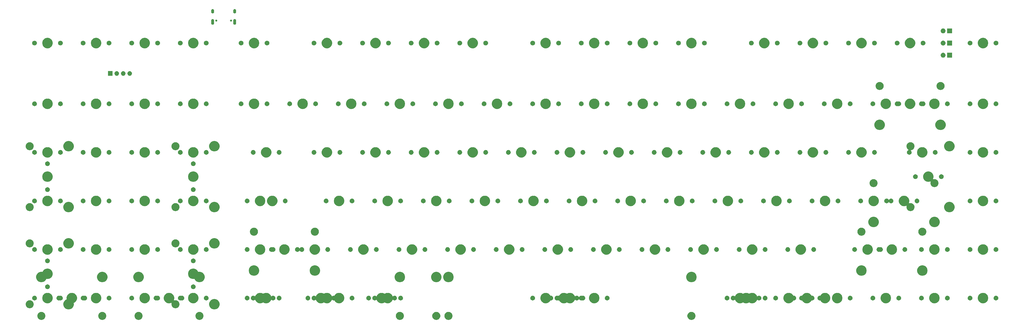
<source format=gbr>
G04 #@! TF.GenerationSoftware,KiCad,Pcbnew,(5.1.4)-1*
G04 #@! TF.CreationDate,2020-01-23T15:38:43+08:00*
G04 #@! TF.ProjectId,Mira,4d697261-2e6b-4696-9361-645f70636258,rev?*
G04 #@! TF.SameCoordinates,Original*
G04 #@! TF.FileFunction,Soldermask,Top*
G04 #@! TF.FilePolarity,Negative*
%FSLAX46Y46*%
G04 Gerber Fmt 4.6, Leading zero omitted, Abs format (unit mm)*
G04 Created by KiCad (PCBNEW (5.1.4)-1) date 2020-01-23 15:38:43*
%MOMM*%
%LPD*%
G04 APERTURE LIST*
%ADD10C,1.000000*%
G04 APERTURE END LIST*
D10*
G36*
X21922411Y-105483026D02*
G01*
X22041137Y-105532204D01*
X22209041Y-105601752D01*
X22209042Y-105601753D01*
X22467004Y-105774117D01*
X22686383Y-105993496D01*
X22801553Y-106165861D01*
X22858748Y-106251459D01*
X22977474Y-106538090D01*
X23038000Y-106842375D01*
X23038000Y-107152625D01*
X22977474Y-107456910D01*
X22858748Y-107743541D01*
X22858747Y-107743542D01*
X22686383Y-108001504D01*
X22467004Y-108220883D01*
X22294639Y-108336053D01*
X22209041Y-108393248D01*
X22041137Y-108462796D01*
X21922411Y-108511974D01*
X21618125Y-108572500D01*
X21307875Y-108572500D01*
X21003589Y-108511974D01*
X20884863Y-108462796D01*
X20716959Y-108393248D01*
X20631361Y-108336053D01*
X20458996Y-108220883D01*
X20239617Y-108001504D01*
X20067253Y-107743542D01*
X20067252Y-107743541D01*
X19948526Y-107456910D01*
X19888000Y-107152625D01*
X19888000Y-106842375D01*
X19948526Y-106538090D01*
X20067252Y-106251459D01*
X20124447Y-106165861D01*
X20239617Y-105993496D01*
X20458996Y-105774117D01*
X20716958Y-105601753D01*
X20716959Y-105601752D01*
X20884863Y-105532204D01*
X21003589Y-105483026D01*
X21307875Y-105422500D01*
X21618125Y-105422500D01*
X21922411Y-105483026D01*
X21922411Y-105483026D01*
G37*
G36*
X-1953589Y-105483026D02*
G01*
X-1834863Y-105532204D01*
X-1666959Y-105601752D01*
X-1666958Y-105601753D01*
X-1408996Y-105774117D01*
X-1189617Y-105993496D01*
X-1074447Y-106165861D01*
X-1017252Y-106251459D01*
X-898526Y-106538090D01*
X-838000Y-106842375D01*
X-838000Y-107152625D01*
X-898526Y-107456910D01*
X-1017252Y-107743541D01*
X-1017253Y-107743542D01*
X-1189617Y-108001504D01*
X-1408996Y-108220883D01*
X-1581361Y-108336053D01*
X-1666959Y-108393248D01*
X-1834863Y-108462796D01*
X-1953589Y-108511974D01*
X-2257875Y-108572500D01*
X-2568125Y-108572500D01*
X-2872411Y-108511974D01*
X-2991137Y-108462796D01*
X-3159041Y-108393248D01*
X-3244639Y-108336053D01*
X-3417004Y-108220883D01*
X-3636383Y-108001504D01*
X-3808747Y-107743542D01*
X-3808748Y-107743541D01*
X-3927474Y-107456910D01*
X-3988000Y-107152625D01*
X-3988000Y-106842375D01*
X-3927474Y-106538090D01*
X-3808748Y-106251459D01*
X-3751553Y-106165861D01*
X-3636383Y-105993496D01*
X-3417004Y-105774117D01*
X-3159042Y-105601753D01*
X-3159041Y-105601752D01*
X-2991137Y-105532204D01*
X-2872411Y-105483026D01*
X-2568125Y-105422500D01*
X-2257875Y-105422500D01*
X-1953589Y-105483026D01*
X-1953589Y-105483026D01*
G37*
G36*
X60022411Y-105483026D02*
G01*
X60141137Y-105532204D01*
X60309041Y-105601752D01*
X60309042Y-105601753D01*
X60567004Y-105774117D01*
X60786383Y-105993496D01*
X60901553Y-106165861D01*
X60958748Y-106251459D01*
X61077474Y-106538090D01*
X61138000Y-106842375D01*
X61138000Y-107152625D01*
X61077474Y-107456910D01*
X60958748Y-107743541D01*
X60958747Y-107743542D01*
X60786383Y-108001504D01*
X60567004Y-108220883D01*
X60394639Y-108336053D01*
X60309041Y-108393248D01*
X60141137Y-108462796D01*
X60022411Y-108511974D01*
X59718125Y-108572500D01*
X59407875Y-108572500D01*
X59103589Y-108511974D01*
X58984863Y-108462796D01*
X58816959Y-108393248D01*
X58731361Y-108336053D01*
X58558996Y-108220883D01*
X58339617Y-108001504D01*
X58167253Y-107743542D01*
X58167252Y-107743541D01*
X58048526Y-107456910D01*
X57988000Y-107152625D01*
X57988000Y-106842375D01*
X58048526Y-106538090D01*
X58167252Y-106251459D01*
X58224447Y-106165861D01*
X58339617Y-105993496D01*
X58558996Y-105774117D01*
X58816958Y-105601753D01*
X58816959Y-105601752D01*
X58984863Y-105532204D01*
X59103589Y-105483026D01*
X59407875Y-105422500D01*
X59718125Y-105422500D01*
X60022411Y-105483026D01*
X60022411Y-105483026D01*
G37*
G36*
X36146411Y-105483026D02*
G01*
X36265137Y-105532204D01*
X36433041Y-105601752D01*
X36433042Y-105601753D01*
X36691004Y-105774117D01*
X36910383Y-105993496D01*
X37025553Y-106165861D01*
X37082748Y-106251459D01*
X37201474Y-106538090D01*
X37262000Y-106842375D01*
X37262000Y-107152625D01*
X37201474Y-107456910D01*
X37082748Y-107743541D01*
X37082747Y-107743542D01*
X36910383Y-108001504D01*
X36691004Y-108220883D01*
X36518639Y-108336053D01*
X36433041Y-108393248D01*
X36265137Y-108462796D01*
X36146411Y-108511974D01*
X35842125Y-108572500D01*
X35531875Y-108572500D01*
X35227589Y-108511974D01*
X35108863Y-108462796D01*
X34940959Y-108393248D01*
X34855361Y-108336053D01*
X34682996Y-108220883D01*
X34463617Y-108001504D01*
X34291253Y-107743542D01*
X34291252Y-107743541D01*
X34172526Y-107456910D01*
X34112000Y-107152625D01*
X34112000Y-106842375D01*
X34172526Y-106538090D01*
X34291252Y-106251459D01*
X34348447Y-106165861D01*
X34463617Y-105993496D01*
X34682996Y-105774117D01*
X34940958Y-105601753D01*
X34940959Y-105601752D01*
X35108863Y-105532204D01*
X35227589Y-105483026D01*
X35531875Y-105422500D01*
X35842125Y-105422500D01*
X36146411Y-105483026D01*
X36146411Y-105483026D01*
G37*
G36*
X138571911Y-105483026D02*
G01*
X138690637Y-105532204D01*
X138858541Y-105601752D01*
X138858542Y-105601753D01*
X139116504Y-105774117D01*
X139335883Y-105993496D01*
X139451053Y-106165861D01*
X139508248Y-106251459D01*
X139626974Y-106538090D01*
X139687500Y-106842375D01*
X139687500Y-107152625D01*
X139626974Y-107456910D01*
X139508248Y-107743541D01*
X139508247Y-107743542D01*
X139335883Y-108001504D01*
X139116504Y-108220883D01*
X138944139Y-108336053D01*
X138858541Y-108393248D01*
X138690637Y-108462796D01*
X138571911Y-108511974D01*
X138267625Y-108572500D01*
X137957375Y-108572500D01*
X137653089Y-108511974D01*
X137534363Y-108462796D01*
X137366459Y-108393248D01*
X137280861Y-108336053D01*
X137108496Y-108220883D01*
X136889117Y-108001504D01*
X136716753Y-107743542D01*
X136716752Y-107743541D01*
X136598026Y-107456910D01*
X136537500Y-107152625D01*
X136537500Y-106842375D01*
X136598026Y-106538090D01*
X136716752Y-106251459D01*
X136773947Y-106165861D01*
X136889117Y-105993496D01*
X137108496Y-105774117D01*
X137366458Y-105601753D01*
X137366459Y-105601752D01*
X137534363Y-105532204D01*
X137653089Y-105483026D01*
X137957375Y-105422500D01*
X138267625Y-105422500D01*
X138571911Y-105483026D01*
X138571911Y-105483026D01*
G37*
G36*
X157621911Y-105483026D02*
G01*
X157740637Y-105532204D01*
X157908541Y-105601752D01*
X157908542Y-105601753D01*
X158166504Y-105774117D01*
X158385883Y-105993496D01*
X158501053Y-106165861D01*
X158558248Y-106251459D01*
X158676974Y-106538090D01*
X158737500Y-106842375D01*
X158737500Y-107152625D01*
X158676974Y-107456910D01*
X158558248Y-107743541D01*
X158558247Y-107743542D01*
X158385883Y-108001504D01*
X158166504Y-108220883D01*
X157994139Y-108336053D01*
X157908541Y-108393248D01*
X157740637Y-108462796D01*
X157621911Y-108511974D01*
X157317625Y-108572500D01*
X157007375Y-108572500D01*
X156703089Y-108511974D01*
X156584363Y-108462796D01*
X156416459Y-108393248D01*
X156330861Y-108336053D01*
X156158496Y-108220883D01*
X155939117Y-108001504D01*
X155766753Y-107743542D01*
X155766752Y-107743541D01*
X155648026Y-107456910D01*
X155587500Y-107152625D01*
X155587500Y-106842375D01*
X155648026Y-106538090D01*
X155766752Y-106251459D01*
X155823947Y-106165861D01*
X155939117Y-105993496D01*
X156158496Y-105774117D01*
X156416458Y-105601753D01*
X156416459Y-105601752D01*
X156584363Y-105532204D01*
X156703089Y-105483026D01*
X157007375Y-105422500D01*
X157317625Y-105422500D01*
X157621911Y-105483026D01*
X157621911Y-105483026D01*
G37*
G36*
X152865761Y-105483026D02*
G01*
X152984487Y-105532204D01*
X153152391Y-105601752D01*
X153152392Y-105601753D01*
X153410354Y-105774117D01*
X153629733Y-105993496D01*
X153744903Y-106165861D01*
X153802098Y-106251459D01*
X153920824Y-106538090D01*
X153981350Y-106842375D01*
X153981350Y-107152625D01*
X153920824Y-107456910D01*
X153802098Y-107743541D01*
X153802097Y-107743542D01*
X153629733Y-108001504D01*
X153410354Y-108220883D01*
X153237989Y-108336053D01*
X153152391Y-108393248D01*
X152984487Y-108462796D01*
X152865761Y-108511974D01*
X152561475Y-108572500D01*
X152251225Y-108572500D01*
X151946939Y-108511974D01*
X151828213Y-108462796D01*
X151660309Y-108393248D01*
X151574711Y-108336053D01*
X151402346Y-108220883D01*
X151182967Y-108001504D01*
X151010603Y-107743542D01*
X151010602Y-107743541D01*
X150891876Y-107456910D01*
X150831350Y-107152625D01*
X150831350Y-106842375D01*
X150891876Y-106538090D01*
X151010602Y-106251459D01*
X151067797Y-106165861D01*
X151182967Y-105993496D01*
X151402346Y-105774117D01*
X151660308Y-105601753D01*
X151660309Y-105601752D01*
X151828213Y-105532204D01*
X151946939Y-105483026D01*
X152251225Y-105422500D01*
X152561475Y-105422500D01*
X152865761Y-105483026D01*
X152865761Y-105483026D01*
G37*
G36*
X252871911Y-105483026D02*
G01*
X252990637Y-105532204D01*
X253158541Y-105601752D01*
X253158542Y-105601753D01*
X253416504Y-105774117D01*
X253635883Y-105993496D01*
X253751053Y-106165861D01*
X253808248Y-106251459D01*
X253926974Y-106538090D01*
X253987500Y-106842375D01*
X253987500Y-107152625D01*
X253926974Y-107456910D01*
X253808248Y-107743541D01*
X253808247Y-107743542D01*
X253635883Y-108001504D01*
X253416504Y-108220883D01*
X253244139Y-108336053D01*
X253158541Y-108393248D01*
X252990637Y-108462796D01*
X252871911Y-108511974D01*
X252567625Y-108572500D01*
X252251025Y-108572500D01*
X251946739Y-108511974D01*
X251828013Y-108462796D01*
X251660109Y-108393248D01*
X251574511Y-108336053D01*
X251402146Y-108220883D01*
X251182767Y-108001504D01*
X251010403Y-107743542D01*
X251010402Y-107743541D01*
X250891676Y-107456910D01*
X250831150Y-107152625D01*
X250831150Y-106842375D01*
X250891676Y-106538090D01*
X251010402Y-106251459D01*
X251067597Y-106165861D01*
X251182767Y-105993496D01*
X251402146Y-105774117D01*
X251660108Y-105601753D01*
X251660109Y-105601752D01*
X251828013Y-105532204D01*
X251946739Y-105483026D01*
X252251025Y-105422500D01*
X252567625Y-105422500D01*
X252871911Y-105483026D01*
X252871911Y-105483026D01*
G37*
G36*
X10121474Y-98046184D02*
G01*
X10339474Y-98136483D01*
X10493623Y-98200333D01*
X10828548Y-98424123D01*
X11113377Y-98708952D01*
X11337167Y-99043877D01*
X11372433Y-99129018D01*
X11491316Y-99416026D01*
X11569900Y-99811094D01*
X11569900Y-100213906D01*
X11491316Y-100608974D01*
X11440451Y-100731772D01*
X11337167Y-100981123D01*
X11113377Y-101316048D01*
X10828548Y-101600877D01*
X10493623Y-101824667D01*
X10393208Y-101866260D01*
X10336018Y-101889949D01*
X10314407Y-101901500D01*
X10295465Y-101917045D01*
X10279920Y-101935987D01*
X10268369Y-101957598D01*
X10261256Y-101981047D01*
X10258854Y-102005433D01*
X10261256Y-102029819D01*
X10299900Y-102224094D01*
X10299900Y-102626906D01*
X10221316Y-103021974D01*
X10159363Y-103171541D01*
X10067167Y-103394123D01*
X9843377Y-103729048D01*
X9558548Y-104013877D01*
X9223623Y-104237667D01*
X9069474Y-104301517D01*
X8851474Y-104391816D01*
X8456406Y-104470400D01*
X8053594Y-104470400D01*
X7658526Y-104391816D01*
X7440526Y-104301517D01*
X7286377Y-104237667D01*
X6951452Y-104013877D01*
X6666623Y-103729048D01*
X6442833Y-103394123D01*
X6350637Y-103171541D01*
X6288684Y-103021974D01*
X6210100Y-102626906D01*
X6210100Y-102224094D01*
X6288684Y-101829026D01*
X6442833Y-101456878D01*
X6442833Y-101456877D01*
X6666623Y-101121952D01*
X6951452Y-100837123D01*
X7286377Y-100613333D01*
X7443982Y-100548051D01*
X7465593Y-100536500D01*
X7484535Y-100520955D01*
X7500080Y-100502013D01*
X7511631Y-100480402D01*
X7518744Y-100456953D01*
X7521146Y-100432567D01*
X7518744Y-100408181D01*
X7480100Y-100213906D01*
X7480100Y-99811094D01*
X7558684Y-99416026D01*
X7677567Y-99129018D01*
X7712833Y-99043877D01*
X7936623Y-98708952D01*
X8221452Y-98424123D01*
X8556377Y-98200333D01*
X8710526Y-98136483D01*
X8928526Y-98046184D01*
X9323594Y-97967600D01*
X9726406Y-97967600D01*
X10121474Y-98046184D01*
X10121474Y-98046184D01*
G37*
G36*
X66001474Y-100459184D02*
G01*
X66188131Y-100536500D01*
X66373623Y-100613333D01*
X66708548Y-100837123D01*
X66993377Y-101121952D01*
X67217167Y-101456877D01*
X67217167Y-101456878D01*
X67371316Y-101829026D01*
X67449900Y-102224094D01*
X67449900Y-102626906D01*
X67371316Y-103021974D01*
X67309363Y-103171541D01*
X67217167Y-103394123D01*
X66993377Y-103729048D01*
X66708548Y-104013877D01*
X66373623Y-104237667D01*
X66219474Y-104301517D01*
X66001474Y-104391816D01*
X65606406Y-104470400D01*
X65203594Y-104470400D01*
X64808526Y-104391816D01*
X64590526Y-104301517D01*
X64436377Y-104237667D01*
X64101452Y-104013877D01*
X63816623Y-103729048D01*
X63592833Y-103394123D01*
X63500637Y-103171541D01*
X63438684Y-103021974D01*
X63360100Y-102626906D01*
X63360100Y-102224094D01*
X63438684Y-101829026D01*
X63592833Y-101456878D01*
X63592833Y-101456877D01*
X63816623Y-101121952D01*
X64101452Y-100837123D01*
X64436377Y-100613333D01*
X64621869Y-100536500D01*
X64808526Y-100459184D01*
X65203594Y-100380600D01*
X65606406Y-100380600D01*
X66001474Y-100459184D01*
X66001474Y-100459184D01*
G37*
G36*
X-6735874Y-100869198D02*
G01*
X-6525589Y-100911026D01*
X-6430774Y-100950300D01*
X-6238959Y-101029752D01*
X-6238958Y-101029753D01*
X-5980996Y-101202117D01*
X-5761617Y-101421496D01*
X-5737976Y-101456878D01*
X-5589252Y-101679459D01*
X-5571328Y-101722732D01*
X-5470526Y-101966089D01*
X-5452363Y-102057400D01*
X-5410000Y-102270375D01*
X-5410000Y-102580625D01*
X-5470526Y-102884910D01*
X-5589252Y-103171541D01*
X-5589253Y-103171542D01*
X-5761617Y-103429504D01*
X-5980996Y-103648883D01*
X-6100972Y-103729048D01*
X-6238959Y-103821248D01*
X-6406863Y-103890796D01*
X-6525589Y-103939974D01*
X-6829875Y-104000500D01*
X-7140125Y-104000500D01*
X-7444411Y-103939974D01*
X-7563137Y-103890796D01*
X-7731041Y-103821248D01*
X-7869028Y-103729048D01*
X-7989004Y-103648883D01*
X-8208383Y-103429504D01*
X-8380747Y-103171542D01*
X-8380748Y-103171541D01*
X-8499474Y-102884910D01*
X-8560000Y-102580625D01*
X-8560000Y-102270375D01*
X-8517637Y-102057400D01*
X-8499474Y-101966089D01*
X-8398672Y-101722732D01*
X-8380748Y-101679459D01*
X-8232024Y-101456878D01*
X-8208383Y-101421496D01*
X-7989004Y-101202117D01*
X-7731042Y-101029753D01*
X-7731041Y-101029752D01*
X-7539226Y-100950300D01*
X-7444411Y-100911026D01*
X-7234126Y-100869198D01*
X-7140125Y-100850500D01*
X-6829875Y-100850500D01*
X-6735874Y-100869198D01*
X-6735874Y-100869198D01*
G37*
G36*
X48221474Y-98046184D02*
G01*
X48439474Y-98136483D01*
X48593623Y-98200333D01*
X48928548Y-98424123D01*
X49213377Y-98708952D01*
X49437167Y-99043877D01*
X49472433Y-99129018D01*
X49591316Y-99416026D01*
X49669900Y-99811094D01*
X49669900Y-100213906D01*
X49591316Y-100608974D01*
X49532107Y-100751917D01*
X49524994Y-100775366D01*
X49522592Y-100799752D01*
X49524994Y-100824138D01*
X49532107Y-100847587D01*
X49543658Y-100869198D01*
X49559203Y-100888140D01*
X49578145Y-100903685D01*
X49599756Y-100915236D01*
X49623205Y-100922349D01*
X49647591Y-100924751D01*
X49671977Y-100922349D01*
X49695423Y-100915237D01*
X49705589Y-100911026D01*
X49915874Y-100869198D01*
X50009875Y-100850500D01*
X50320125Y-100850500D01*
X50414126Y-100869198D01*
X50624411Y-100911026D01*
X50719226Y-100950300D01*
X50911041Y-101029752D01*
X50911042Y-101029753D01*
X51169004Y-101202117D01*
X51388383Y-101421496D01*
X51412024Y-101456878D01*
X51560748Y-101679459D01*
X51578672Y-101722732D01*
X51679474Y-101966089D01*
X51697637Y-102057400D01*
X51740000Y-102270375D01*
X51740000Y-102580625D01*
X51679474Y-102884910D01*
X51560748Y-103171541D01*
X51560747Y-103171542D01*
X51388383Y-103429504D01*
X51169004Y-103648883D01*
X51049028Y-103729048D01*
X50911041Y-103821248D01*
X50743137Y-103890796D01*
X50624411Y-103939974D01*
X50320125Y-104000500D01*
X50009875Y-104000500D01*
X49705589Y-103939974D01*
X49586863Y-103890796D01*
X49418959Y-103821248D01*
X49280972Y-103729048D01*
X49160996Y-103648883D01*
X48941617Y-103429504D01*
X48769253Y-103171542D01*
X48769252Y-103171541D01*
X48650526Y-102884910D01*
X48590000Y-102580625D01*
X48590000Y-102270375D01*
X48632363Y-102057400D01*
X48640669Y-102015643D01*
X48643071Y-101991259D01*
X48640669Y-101966873D01*
X48633556Y-101943424D01*
X48622005Y-101921813D01*
X48606460Y-101902871D01*
X48587518Y-101887326D01*
X48565907Y-101875775D01*
X48542458Y-101868662D01*
X48518072Y-101866260D01*
X48493686Y-101868662D01*
X48470237Y-101875775D01*
X48221474Y-101978816D01*
X47826406Y-102057400D01*
X47423594Y-102057400D01*
X47028526Y-101978816D01*
X46756792Y-101866260D01*
X46656377Y-101824667D01*
X46321452Y-101600877D01*
X46036623Y-101316048D01*
X45812833Y-100981123D01*
X45709549Y-100731772D01*
X45658684Y-100608974D01*
X45580100Y-100213906D01*
X45580100Y-99811094D01*
X45658684Y-99416026D01*
X45777567Y-99129018D01*
X45812833Y-99043877D01*
X46036623Y-98708952D01*
X46321452Y-98424123D01*
X46656377Y-98200333D01*
X46810526Y-98136483D01*
X47028526Y-98046184D01*
X47423594Y-97967600D01*
X47826406Y-97967600D01*
X48221474Y-98046184D01*
X48221474Y-98046184D01*
G37*
G36*
X203002724Y-98046184D02*
G01*
X203220724Y-98136483D01*
X203374873Y-98200333D01*
X203527429Y-98302268D01*
X203549040Y-98313819D01*
X203572489Y-98320932D01*
X203596875Y-98323334D01*
X203621261Y-98320932D01*
X203644710Y-98313819D01*
X203666321Y-98302268D01*
X203818877Y-98200333D01*
X203973026Y-98136483D01*
X204191026Y-98046184D01*
X204586094Y-97967600D01*
X204988906Y-97967600D01*
X205383974Y-98046184D01*
X205601974Y-98136483D01*
X205756123Y-98200333D01*
X206091048Y-98424123D01*
X206375877Y-98708952D01*
X206599667Y-99043877D01*
X206634933Y-99129018D01*
X206687892Y-99256872D01*
X206699443Y-99278483D01*
X206714988Y-99297425D01*
X206733930Y-99312970D01*
X206755541Y-99324521D01*
X206778990Y-99331634D01*
X206803376Y-99334036D01*
X206827762Y-99331634D01*
X206851211Y-99324521D01*
X206872822Y-99312970D01*
X206891753Y-99297434D01*
X206895959Y-99293228D01*
X207047624Y-99191889D01*
X207216146Y-99122085D01*
X207395047Y-99086500D01*
X207577453Y-99086500D01*
X207756354Y-99122085D01*
X207924876Y-99191889D01*
X208076541Y-99293228D01*
X208205522Y-99422209D01*
X208255450Y-99496932D01*
X208270987Y-99515864D01*
X208289929Y-99531409D01*
X208311540Y-99542960D01*
X208334989Y-99550073D01*
X208359375Y-99552475D01*
X208383761Y-99550073D01*
X208407210Y-99542960D01*
X208428821Y-99531409D01*
X208447763Y-99515864D01*
X208463300Y-99496932D01*
X208513228Y-99422209D01*
X208642209Y-99293228D01*
X208793874Y-99191889D01*
X208962396Y-99122085D01*
X209141297Y-99086500D01*
X209323703Y-99086500D01*
X209502604Y-99122085D01*
X209502610Y-99122088D01*
X209503065Y-99122178D01*
X209525618Y-99129018D01*
X209550004Y-99131419D01*
X209574390Y-99129016D01*
X209596935Y-99122178D01*
X209597390Y-99122088D01*
X209597396Y-99122085D01*
X209776297Y-99086500D01*
X209958703Y-99086500D01*
X210137604Y-99122085D01*
X210306126Y-99191889D01*
X210457791Y-99293228D01*
X210586772Y-99422209D01*
X210688111Y-99573874D01*
X210757915Y-99742396D01*
X210793500Y-99921297D01*
X210793500Y-100103703D01*
X210757915Y-100282604D01*
X210688111Y-100451126D01*
X210586772Y-100602791D01*
X210457791Y-100731772D01*
X210306126Y-100833111D01*
X210137604Y-100902915D01*
X209958703Y-100938500D01*
X209776297Y-100938500D01*
X209597396Y-100902915D01*
X209597390Y-100902912D01*
X209596935Y-100902822D01*
X209574382Y-100895982D01*
X209549996Y-100893581D01*
X209525610Y-100895984D01*
X209503065Y-100902822D01*
X209502610Y-100902912D01*
X209502604Y-100902915D01*
X209323703Y-100938500D01*
X209141297Y-100938500D01*
X208962396Y-100902915D01*
X208793874Y-100833111D01*
X208642209Y-100731772D01*
X208513228Y-100602791D01*
X208463300Y-100528068D01*
X208447763Y-100509136D01*
X208428821Y-100493591D01*
X208407210Y-100482040D01*
X208383761Y-100474927D01*
X208359375Y-100472525D01*
X208334989Y-100474927D01*
X208311540Y-100482040D01*
X208289929Y-100493591D01*
X208270987Y-100509136D01*
X208255450Y-100528068D01*
X208205522Y-100602791D01*
X208076541Y-100731772D01*
X207924876Y-100833111D01*
X207756354Y-100902915D01*
X207577453Y-100938500D01*
X207395047Y-100938500D01*
X207216146Y-100902915D01*
X207047624Y-100833111D01*
X206895959Y-100731772D01*
X206891753Y-100727566D01*
X206872822Y-100712030D01*
X206851211Y-100700479D01*
X206827762Y-100693366D01*
X206803376Y-100690964D01*
X206778990Y-100693366D01*
X206755541Y-100700479D01*
X206733930Y-100712030D01*
X206714988Y-100727575D01*
X206699443Y-100746517D01*
X206687892Y-100768128D01*
X206599667Y-100981123D01*
X206375877Y-101316048D01*
X206091048Y-101600877D01*
X205756123Y-101824667D01*
X205655708Y-101866260D01*
X205383974Y-101978816D01*
X204988906Y-102057400D01*
X204586094Y-102057400D01*
X204191026Y-101978816D01*
X203919292Y-101866260D01*
X203818877Y-101824667D01*
X203666319Y-101722731D01*
X203644710Y-101711181D01*
X203621261Y-101704068D01*
X203596875Y-101701666D01*
X203572489Y-101704068D01*
X203549040Y-101711181D01*
X203527431Y-101722731D01*
X203374873Y-101824667D01*
X203274458Y-101866260D01*
X203002724Y-101978816D01*
X202607656Y-102057400D01*
X202204844Y-102057400D01*
X201809776Y-101978816D01*
X201538042Y-101866260D01*
X201437627Y-101824667D01*
X201102702Y-101600877D01*
X200817873Y-101316048D01*
X200681476Y-101111916D01*
X200596531Y-100984787D01*
X200580985Y-100965845D01*
X200562044Y-100950300D01*
X200540433Y-100938749D01*
X200516984Y-100931636D01*
X200492598Y-100929234D01*
X200468212Y-100931636D01*
X200433704Y-100938500D01*
X200251297Y-100938500D01*
X200072396Y-100902915D01*
X200072390Y-100902912D01*
X200071935Y-100902822D01*
X200049382Y-100895982D01*
X200024996Y-100893581D01*
X200000610Y-100895984D01*
X199978065Y-100902822D01*
X199977610Y-100902912D01*
X199977604Y-100902915D01*
X199798703Y-100938500D01*
X199616297Y-100938500D01*
X199437396Y-100902915D01*
X199268874Y-100833111D01*
X199117209Y-100731772D01*
X198988228Y-100602791D01*
X198886889Y-100451126D01*
X198817085Y-100282604D01*
X198781500Y-100103703D01*
X198781500Y-99921297D01*
X198817085Y-99742396D01*
X198886889Y-99573874D01*
X198988228Y-99422209D01*
X199117209Y-99293228D01*
X199268874Y-99191889D01*
X199437396Y-99122085D01*
X199616297Y-99086500D01*
X199798703Y-99086500D01*
X199977604Y-99122085D01*
X199977610Y-99122088D01*
X199978065Y-99122178D01*
X200000618Y-99129018D01*
X200025004Y-99131419D01*
X200049390Y-99129016D01*
X200071935Y-99122178D01*
X200072390Y-99122088D01*
X200072396Y-99122085D01*
X200251297Y-99086500D01*
X200433704Y-99086500D01*
X200468212Y-99093364D01*
X200492598Y-99095766D01*
X200516984Y-99093364D01*
X200540433Y-99086251D01*
X200562044Y-99074700D01*
X200580986Y-99059154D01*
X200596531Y-99040213D01*
X200817872Y-98708954D01*
X200817873Y-98708952D01*
X201102702Y-98424123D01*
X201437627Y-98200333D01*
X201591776Y-98136483D01*
X201809776Y-98046184D01*
X202204844Y-97967600D01*
X202607656Y-97967600D01*
X203002724Y-98046184D01*
X203002724Y-98046184D01*
G37*
G36*
X305396474Y-98046184D02*
G01*
X305614474Y-98136483D01*
X305768623Y-98200333D01*
X306103548Y-98424123D01*
X306388377Y-98708952D01*
X306612167Y-99043877D01*
X306647433Y-99129018D01*
X306766316Y-99416026D01*
X306844900Y-99811094D01*
X306844900Y-100213906D01*
X306766316Y-100608974D01*
X306715451Y-100731772D01*
X306612167Y-100981123D01*
X306388377Y-101316048D01*
X306103548Y-101600877D01*
X305768623Y-101824667D01*
X305668208Y-101866260D01*
X305396474Y-101978816D01*
X305001406Y-102057400D01*
X304598594Y-102057400D01*
X304203526Y-101978816D01*
X303931792Y-101866260D01*
X303831377Y-101824667D01*
X303496452Y-101600877D01*
X303211623Y-101316048D01*
X303075226Y-101111916D01*
X302990281Y-100984787D01*
X302974735Y-100965845D01*
X302955794Y-100950300D01*
X302934183Y-100938749D01*
X302910734Y-100931636D01*
X302886348Y-100929234D01*
X302861962Y-100931636D01*
X302827454Y-100938500D01*
X302645047Y-100938500D01*
X302466146Y-100902915D01*
X302297624Y-100833111D01*
X302145959Y-100731772D01*
X302016978Y-100602791D01*
X301915639Y-100451126D01*
X301845835Y-100282604D01*
X301810250Y-100103703D01*
X301810250Y-99921297D01*
X301845835Y-99742396D01*
X301915639Y-99573874D01*
X302016978Y-99422209D01*
X302145959Y-99293228D01*
X302297624Y-99191889D01*
X302466146Y-99122085D01*
X302645047Y-99086500D01*
X302827454Y-99086500D01*
X302861962Y-99093364D01*
X302886348Y-99095766D01*
X302910734Y-99093364D01*
X302934183Y-99086251D01*
X302955794Y-99074700D01*
X302974736Y-99059154D01*
X302990281Y-99040213D01*
X303211622Y-98708954D01*
X303211623Y-98708952D01*
X303496452Y-98424123D01*
X303831377Y-98200333D01*
X303985526Y-98136483D01*
X304203526Y-98046184D01*
X304598594Y-97967600D01*
X305001406Y-97967600D01*
X305396474Y-98046184D01*
X305396474Y-98046184D01*
G37*
G36*
X83940224Y-98046184D02*
G01*
X84158224Y-98136483D01*
X84312373Y-98200333D01*
X84464929Y-98302268D01*
X84486540Y-98313819D01*
X84509989Y-98320932D01*
X84534375Y-98323334D01*
X84558761Y-98320932D01*
X84582210Y-98313819D01*
X84603821Y-98302268D01*
X84756377Y-98200333D01*
X84910526Y-98136483D01*
X85128526Y-98046184D01*
X85523594Y-97967600D01*
X85926406Y-97967600D01*
X86321474Y-98046184D01*
X86539474Y-98136483D01*
X86693623Y-98200333D01*
X87028548Y-98424123D01*
X87313377Y-98708952D01*
X87537167Y-99043877D01*
X87572433Y-99129018D01*
X87625392Y-99256872D01*
X87636943Y-99278483D01*
X87652488Y-99297425D01*
X87671430Y-99312970D01*
X87693041Y-99324521D01*
X87716490Y-99331634D01*
X87740876Y-99334036D01*
X87765262Y-99331634D01*
X87788711Y-99324521D01*
X87810322Y-99312970D01*
X87829253Y-99297434D01*
X87833459Y-99293228D01*
X87985124Y-99191889D01*
X88153646Y-99122085D01*
X88332547Y-99086500D01*
X88514953Y-99086500D01*
X88693854Y-99122085D01*
X88862376Y-99191889D01*
X89014041Y-99293228D01*
X89143022Y-99422209D01*
X89244361Y-99573874D01*
X89314165Y-99742396D01*
X89349750Y-99921297D01*
X89349750Y-100103703D01*
X89314165Y-100282604D01*
X89244361Y-100451126D01*
X89143022Y-100602791D01*
X89014041Y-100731772D01*
X88862376Y-100833111D01*
X88693854Y-100902915D01*
X88514953Y-100938500D01*
X88332547Y-100938500D01*
X88153646Y-100902915D01*
X87985124Y-100833111D01*
X87833459Y-100731772D01*
X87829253Y-100727566D01*
X87810322Y-100712030D01*
X87788711Y-100700479D01*
X87765262Y-100693366D01*
X87740876Y-100690964D01*
X87716490Y-100693366D01*
X87693041Y-100700479D01*
X87671430Y-100712030D01*
X87652488Y-100727575D01*
X87636943Y-100746517D01*
X87625392Y-100768128D01*
X87537167Y-100981123D01*
X87313377Y-101316048D01*
X87028548Y-101600877D01*
X86693623Y-101824667D01*
X86593208Y-101866260D01*
X86321474Y-101978816D01*
X85926406Y-102057400D01*
X85523594Y-102057400D01*
X85128526Y-101978816D01*
X84856792Y-101866260D01*
X84756377Y-101824667D01*
X84603819Y-101722731D01*
X84582210Y-101711181D01*
X84558761Y-101704068D01*
X84534375Y-101701666D01*
X84509989Y-101704068D01*
X84486540Y-101711181D01*
X84464931Y-101722731D01*
X84312373Y-101824667D01*
X84211958Y-101866260D01*
X83940224Y-101978816D01*
X83545156Y-102057400D01*
X83142344Y-102057400D01*
X82747276Y-101978816D01*
X82475542Y-101866260D01*
X82375127Y-101824667D01*
X82040202Y-101600877D01*
X81755373Y-101316048D01*
X81531583Y-100981123D01*
X81443358Y-100768128D01*
X81431807Y-100746517D01*
X81416262Y-100727575D01*
X81397320Y-100712030D01*
X81375709Y-100700479D01*
X81352260Y-100693366D01*
X81327874Y-100690964D01*
X81303488Y-100693366D01*
X81280039Y-100700479D01*
X81258428Y-100712030D01*
X81239497Y-100727566D01*
X81235291Y-100731772D01*
X81083626Y-100833111D01*
X80915104Y-100902915D01*
X80736203Y-100938500D01*
X80553797Y-100938500D01*
X80374896Y-100902915D01*
X80206374Y-100833111D01*
X80054709Y-100731772D01*
X79925728Y-100602791D01*
X79824389Y-100451126D01*
X79754585Y-100282604D01*
X79719000Y-100103703D01*
X79719000Y-99921297D01*
X79754585Y-99742396D01*
X79824389Y-99573874D01*
X79925728Y-99422209D01*
X80054709Y-99293228D01*
X80206374Y-99191889D01*
X80374896Y-99122085D01*
X80553797Y-99086500D01*
X80736203Y-99086500D01*
X80915104Y-99122085D01*
X81083626Y-99191889D01*
X81235291Y-99293228D01*
X81239497Y-99297434D01*
X81258428Y-99312970D01*
X81280039Y-99324521D01*
X81303488Y-99331634D01*
X81327874Y-99334036D01*
X81352260Y-99331634D01*
X81375709Y-99324521D01*
X81397320Y-99312970D01*
X81416262Y-99297425D01*
X81431807Y-99278483D01*
X81443358Y-99256872D01*
X81496317Y-99129018D01*
X81531583Y-99043877D01*
X81755373Y-98708952D01*
X82040202Y-98424123D01*
X82375127Y-98200333D01*
X82529276Y-98136483D01*
X82747276Y-98046184D01*
X83142344Y-97967600D01*
X83545156Y-97967600D01*
X83940224Y-98046184D01*
X83940224Y-98046184D01*
G37*
G36*
X298252724Y-98046184D02*
G01*
X298470724Y-98136483D01*
X298624873Y-98200333D01*
X298959798Y-98424123D01*
X299244627Y-98708952D01*
X299244628Y-98708954D01*
X299465969Y-99040213D01*
X299481515Y-99059155D01*
X299500456Y-99074700D01*
X299522067Y-99086251D01*
X299545516Y-99093364D01*
X299569902Y-99095766D01*
X299594288Y-99093364D01*
X299628796Y-99086500D01*
X299811203Y-99086500D01*
X299990104Y-99122085D01*
X300158626Y-99191889D01*
X300310291Y-99293228D01*
X300439272Y-99422209D01*
X300540611Y-99573874D01*
X300610415Y-99742396D01*
X300646000Y-99921297D01*
X300646000Y-100103703D01*
X300610415Y-100282604D01*
X300540611Y-100451126D01*
X300439272Y-100602791D01*
X300310291Y-100731772D01*
X300158626Y-100833111D01*
X299990104Y-100902915D01*
X299811203Y-100938500D01*
X299628796Y-100938500D01*
X299594288Y-100931636D01*
X299569902Y-100929234D01*
X299545516Y-100931636D01*
X299522067Y-100938749D01*
X299500456Y-100950300D01*
X299481514Y-100965846D01*
X299465969Y-100984787D01*
X299381024Y-101111916D01*
X299244627Y-101316048D01*
X298959798Y-101600877D01*
X298624873Y-101824667D01*
X298524458Y-101866260D01*
X298252724Y-101978816D01*
X297857656Y-102057400D01*
X297454844Y-102057400D01*
X297059776Y-101978816D01*
X296788042Y-101866260D01*
X296687627Y-101824667D01*
X296352702Y-101600877D01*
X296067873Y-101316048D01*
X295931476Y-101111916D01*
X295846531Y-100984787D01*
X295830985Y-100965845D01*
X295812044Y-100950300D01*
X295790433Y-100938749D01*
X295766984Y-100931636D01*
X295742598Y-100929234D01*
X295718212Y-100931636D01*
X295683704Y-100938500D01*
X295501297Y-100938500D01*
X295322396Y-100902915D01*
X295153874Y-100833111D01*
X295002209Y-100731772D01*
X294873228Y-100602791D01*
X294771889Y-100451126D01*
X294702085Y-100282604D01*
X294666500Y-100103703D01*
X294666500Y-99921297D01*
X294702085Y-99742396D01*
X294771889Y-99573874D01*
X294873228Y-99422209D01*
X295002209Y-99293228D01*
X295153874Y-99191889D01*
X295322396Y-99122085D01*
X295501297Y-99086500D01*
X295683704Y-99086500D01*
X295718212Y-99093364D01*
X295742598Y-99095766D01*
X295766984Y-99093364D01*
X295790433Y-99086251D01*
X295812044Y-99074700D01*
X295830986Y-99059154D01*
X295846531Y-99040213D01*
X296067872Y-98708954D01*
X296067873Y-98708952D01*
X296352702Y-98424123D01*
X296687627Y-98200333D01*
X296841776Y-98136483D01*
X297059776Y-98046184D01*
X297454844Y-97967600D01*
X297857656Y-97967600D01*
X298252724Y-98046184D01*
X298252724Y-98046184D01*
G37*
G36*
X195858974Y-98046184D02*
G01*
X196076974Y-98136483D01*
X196231123Y-98200333D01*
X196566048Y-98424123D01*
X196850877Y-98708952D01*
X196850878Y-98708954D01*
X197072219Y-99040213D01*
X197087765Y-99059155D01*
X197106706Y-99074700D01*
X197128317Y-99086251D01*
X197151766Y-99093364D01*
X197176152Y-99095766D01*
X197200538Y-99093364D01*
X197235046Y-99086500D01*
X197417453Y-99086500D01*
X197596354Y-99122085D01*
X197764876Y-99191889D01*
X197916541Y-99293228D01*
X198045522Y-99422209D01*
X198146861Y-99573874D01*
X198216665Y-99742396D01*
X198252250Y-99921297D01*
X198252250Y-100103703D01*
X198216665Y-100282604D01*
X198146861Y-100451126D01*
X198045522Y-100602791D01*
X197916541Y-100731772D01*
X197764876Y-100833111D01*
X197596354Y-100902915D01*
X197417453Y-100938500D01*
X197235046Y-100938500D01*
X197200538Y-100931636D01*
X197176152Y-100929234D01*
X197151766Y-100931636D01*
X197128317Y-100938749D01*
X197106706Y-100950300D01*
X197087764Y-100965846D01*
X197072219Y-100984787D01*
X196987274Y-101111916D01*
X196850877Y-101316048D01*
X196566048Y-101600877D01*
X196231123Y-101824667D01*
X196130708Y-101866260D01*
X195858974Y-101978816D01*
X195463906Y-102057400D01*
X195061094Y-102057400D01*
X194666026Y-101978816D01*
X194394292Y-101866260D01*
X194293877Y-101824667D01*
X193958952Y-101600877D01*
X193674123Y-101316048D01*
X193450333Y-100981123D01*
X193347049Y-100731772D01*
X193296184Y-100608974D01*
X193217600Y-100213906D01*
X193217600Y-99811094D01*
X193296184Y-99416026D01*
X193415067Y-99129018D01*
X193450333Y-99043877D01*
X193674123Y-98708952D01*
X193958952Y-98424123D01*
X194293877Y-98200333D01*
X194448026Y-98136483D01*
X194666026Y-98046184D01*
X195061094Y-97967600D01*
X195463906Y-97967600D01*
X195858974Y-98046184D01*
X195858974Y-98046184D01*
G37*
G36*
X348258974Y-98046184D02*
G01*
X348476974Y-98136483D01*
X348631123Y-98200333D01*
X348966048Y-98424123D01*
X349250877Y-98708952D01*
X349474667Y-99043877D01*
X349509933Y-99129018D01*
X349628816Y-99416026D01*
X349707400Y-99811094D01*
X349707400Y-100213906D01*
X349628816Y-100608974D01*
X349577951Y-100731772D01*
X349474667Y-100981123D01*
X349250877Y-101316048D01*
X348966048Y-101600877D01*
X348631123Y-101824667D01*
X348530708Y-101866260D01*
X348258974Y-101978816D01*
X347863906Y-102057400D01*
X347461094Y-102057400D01*
X347066026Y-101978816D01*
X346794292Y-101866260D01*
X346693877Y-101824667D01*
X346358952Y-101600877D01*
X346074123Y-101316048D01*
X345850333Y-100981123D01*
X345747049Y-100731772D01*
X345696184Y-100608974D01*
X345617600Y-100213906D01*
X345617600Y-99811094D01*
X345696184Y-99416026D01*
X345815067Y-99129018D01*
X345850333Y-99043877D01*
X346074123Y-98708952D01*
X346358952Y-98424123D01*
X346693877Y-98200333D01*
X346848026Y-98136483D01*
X347066026Y-98046184D01*
X347461094Y-97967600D01*
X347863906Y-97967600D01*
X348258974Y-98046184D01*
X348258974Y-98046184D01*
G37*
G36*
X367308974Y-98046184D02*
G01*
X367526974Y-98136483D01*
X367681123Y-98200333D01*
X368016048Y-98424123D01*
X368300877Y-98708952D01*
X368524667Y-99043877D01*
X368559933Y-99129018D01*
X368678816Y-99416026D01*
X368757400Y-99811094D01*
X368757400Y-100213906D01*
X368678816Y-100608974D01*
X368627951Y-100731772D01*
X368524667Y-100981123D01*
X368300877Y-101316048D01*
X368016048Y-101600877D01*
X367681123Y-101824667D01*
X367580708Y-101866260D01*
X367308974Y-101978816D01*
X366913906Y-102057400D01*
X366511094Y-102057400D01*
X366116026Y-101978816D01*
X365844292Y-101866260D01*
X365743877Y-101824667D01*
X365408952Y-101600877D01*
X365124123Y-101316048D01*
X364900333Y-100981123D01*
X364797049Y-100731772D01*
X364746184Y-100608974D01*
X364667600Y-100213906D01*
X364667600Y-99811094D01*
X364746184Y-99416026D01*
X364865067Y-99129018D01*
X364900333Y-99043877D01*
X365124123Y-98708952D01*
X365408952Y-98424123D01*
X365743877Y-98200333D01*
X365898026Y-98136483D01*
X366116026Y-98046184D01*
X366511094Y-97967600D01*
X366913906Y-97967600D01*
X367308974Y-98046184D01*
X367308974Y-98046184D01*
G37*
G36*
X214908974Y-98046184D02*
G01*
X215126974Y-98136483D01*
X215281123Y-98200333D01*
X215616048Y-98424123D01*
X215900877Y-98708952D01*
X216124667Y-99043877D01*
X216159933Y-99129018D01*
X216278816Y-99416026D01*
X216357400Y-99811094D01*
X216357400Y-100213906D01*
X216278816Y-100608974D01*
X216227951Y-100731772D01*
X216124667Y-100981123D01*
X215900877Y-101316048D01*
X215616048Y-101600877D01*
X215281123Y-101824667D01*
X215180708Y-101866260D01*
X214908974Y-101978816D01*
X214513906Y-102057400D01*
X214111094Y-102057400D01*
X213716026Y-101978816D01*
X213444292Y-101866260D01*
X213343877Y-101824667D01*
X213008952Y-101600877D01*
X212724123Y-101316048D01*
X212500333Y-100981123D01*
X212397049Y-100731772D01*
X212346184Y-100608974D01*
X212267600Y-100213906D01*
X212267600Y-99811094D01*
X212346184Y-99416026D01*
X212465067Y-99129018D01*
X212500333Y-99043877D01*
X212724123Y-98708952D01*
X213008952Y-98424123D01*
X213343877Y-98200333D01*
X213498026Y-98136483D01*
X213716026Y-98046184D01*
X214111094Y-97967600D01*
X214513906Y-97967600D01*
X214908974Y-98046184D01*
X214908974Y-98046184D01*
G37*
G36*
X131565224Y-98046184D02*
G01*
X131783224Y-98136483D01*
X131937373Y-98200333D01*
X132089929Y-98302268D01*
X132111540Y-98313819D01*
X132134989Y-98320932D01*
X132159375Y-98323334D01*
X132183761Y-98320932D01*
X132207210Y-98313819D01*
X132228821Y-98302268D01*
X132381377Y-98200333D01*
X132535526Y-98136483D01*
X132753526Y-98046184D01*
X133148594Y-97967600D01*
X133551406Y-97967600D01*
X133946474Y-98046184D01*
X134164474Y-98136483D01*
X134318623Y-98200333D01*
X134653548Y-98424123D01*
X134938377Y-98708952D01*
X135162167Y-99043877D01*
X135197433Y-99129018D01*
X135250392Y-99256872D01*
X135261943Y-99278483D01*
X135277488Y-99297425D01*
X135296430Y-99312970D01*
X135318041Y-99324521D01*
X135341490Y-99331634D01*
X135365876Y-99334036D01*
X135390262Y-99331634D01*
X135413711Y-99324521D01*
X135435322Y-99312970D01*
X135454253Y-99297434D01*
X135458459Y-99293228D01*
X135610124Y-99191889D01*
X135778646Y-99122085D01*
X135957547Y-99086500D01*
X136139953Y-99086500D01*
X136318854Y-99122085D01*
X136487376Y-99191889D01*
X136639041Y-99293228D01*
X136768022Y-99422209D01*
X136869361Y-99573874D01*
X136939165Y-99742396D01*
X136974750Y-99921297D01*
X136974750Y-100103703D01*
X136939165Y-100282604D01*
X136869361Y-100451126D01*
X136768022Y-100602791D01*
X136639041Y-100731772D01*
X136487376Y-100833111D01*
X136318854Y-100902915D01*
X136139953Y-100938500D01*
X135957547Y-100938500D01*
X135778646Y-100902915D01*
X135610124Y-100833111D01*
X135458459Y-100731772D01*
X135454253Y-100727566D01*
X135435322Y-100712030D01*
X135413711Y-100700479D01*
X135390262Y-100693366D01*
X135365876Y-100690964D01*
X135341490Y-100693366D01*
X135318041Y-100700479D01*
X135296430Y-100712030D01*
X135277488Y-100727575D01*
X135261943Y-100746517D01*
X135250392Y-100768128D01*
X135162167Y-100981123D01*
X134938377Y-101316048D01*
X134653548Y-101600877D01*
X134318623Y-101824667D01*
X134218208Y-101866260D01*
X133946474Y-101978816D01*
X133551406Y-102057400D01*
X133148594Y-102057400D01*
X132753526Y-101978816D01*
X132481792Y-101866260D01*
X132381377Y-101824667D01*
X132228819Y-101722731D01*
X132207210Y-101711181D01*
X132183761Y-101704068D01*
X132159375Y-101701666D01*
X132134989Y-101704068D01*
X132111540Y-101711181D01*
X132089931Y-101722731D01*
X131937373Y-101824667D01*
X131836958Y-101866260D01*
X131565224Y-101978816D01*
X131170156Y-102057400D01*
X130767344Y-102057400D01*
X130372276Y-101978816D01*
X130100542Y-101866260D01*
X130000127Y-101824667D01*
X129665202Y-101600877D01*
X129380373Y-101316048D01*
X129156583Y-100981123D01*
X129068358Y-100768128D01*
X129056807Y-100746517D01*
X129041262Y-100727575D01*
X129022320Y-100712030D01*
X129000709Y-100700479D01*
X128977260Y-100693366D01*
X128952874Y-100690964D01*
X128928488Y-100693366D01*
X128905039Y-100700479D01*
X128883428Y-100712030D01*
X128864497Y-100727566D01*
X128860291Y-100731772D01*
X128708626Y-100833111D01*
X128540104Y-100902915D01*
X128361203Y-100938500D01*
X128178797Y-100938500D01*
X127999896Y-100902915D01*
X127831374Y-100833111D01*
X127679709Y-100731772D01*
X127550728Y-100602791D01*
X127449389Y-100451126D01*
X127379585Y-100282604D01*
X127344000Y-100103703D01*
X127344000Y-99921297D01*
X127379585Y-99742396D01*
X127449389Y-99573874D01*
X127550728Y-99422209D01*
X127679709Y-99293228D01*
X127831374Y-99191889D01*
X127999896Y-99122085D01*
X128178797Y-99086500D01*
X128361203Y-99086500D01*
X128540104Y-99122085D01*
X128708626Y-99191889D01*
X128860291Y-99293228D01*
X128864497Y-99297434D01*
X128883428Y-99312970D01*
X128905039Y-99324521D01*
X128928488Y-99331634D01*
X128952874Y-99334036D01*
X128977260Y-99331634D01*
X129000709Y-99324521D01*
X129022320Y-99312970D01*
X129041262Y-99297425D01*
X129056807Y-99278483D01*
X129068358Y-99256872D01*
X129121317Y-99129018D01*
X129156583Y-99043877D01*
X129380373Y-98708952D01*
X129665202Y-98424123D01*
X130000127Y-98200333D01*
X130154276Y-98136483D01*
X130372276Y-98046184D01*
X130767344Y-97967600D01*
X131170156Y-97967600D01*
X131565224Y-98046184D01*
X131565224Y-98046184D01*
G37*
G36*
X272058974Y-98046184D02*
G01*
X272276974Y-98136483D01*
X272431123Y-98200333D01*
X272583679Y-98302268D01*
X272605290Y-98313819D01*
X272628739Y-98320932D01*
X272653125Y-98323334D01*
X272677511Y-98320932D01*
X272700960Y-98313819D01*
X272722571Y-98302268D01*
X272875127Y-98200333D01*
X273029276Y-98136483D01*
X273247276Y-98046184D01*
X273642344Y-97967600D01*
X274045156Y-97967600D01*
X274440224Y-98046184D01*
X274658224Y-98136483D01*
X274812373Y-98200333D01*
X274964929Y-98302268D01*
X274986540Y-98313819D01*
X275009989Y-98320932D01*
X275034375Y-98323334D01*
X275058761Y-98320932D01*
X275082210Y-98313819D01*
X275103821Y-98302268D01*
X275256377Y-98200333D01*
X275410526Y-98136483D01*
X275628526Y-98046184D01*
X276023594Y-97967600D01*
X276426406Y-97967600D01*
X276821474Y-98046184D01*
X277039474Y-98136483D01*
X277193623Y-98200333D01*
X277528548Y-98424123D01*
X277813377Y-98708952D01*
X278037167Y-99043877D01*
X278072433Y-99129018D01*
X278125392Y-99256872D01*
X278136943Y-99278483D01*
X278152488Y-99297425D01*
X278171430Y-99312970D01*
X278193041Y-99324521D01*
X278216490Y-99331634D01*
X278240876Y-99334036D01*
X278265262Y-99331634D01*
X278288711Y-99324521D01*
X278310322Y-99312970D01*
X278329253Y-99297434D01*
X278333459Y-99293228D01*
X278485124Y-99191889D01*
X278653646Y-99122085D01*
X278832547Y-99086500D01*
X279014953Y-99086500D01*
X279193854Y-99122085D01*
X279362376Y-99191889D01*
X279514041Y-99293228D01*
X279643022Y-99422209D01*
X279744361Y-99573874D01*
X279814165Y-99742396D01*
X279849750Y-99921297D01*
X279849750Y-100103703D01*
X279814165Y-100282604D01*
X279744361Y-100451126D01*
X279643022Y-100602791D01*
X279514041Y-100731772D01*
X279362376Y-100833111D01*
X279193854Y-100902915D01*
X279014953Y-100938500D01*
X278832547Y-100938500D01*
X278653646Y-100902915D01*
X278485124Y-100833111D01*
X278333459Y-100731772D01*
X278329253Y-100727566D01*
X278310322Y-100712030D01*
X278288711Y-100700479D01*
X278265262Y-100693366D01*
X278240876Y-100690964D01*
X278216490Y-100693366D01*
X278193041Y-100700479D01*
X278171430Y-100712030D01*
X278152488Y-100727575D01*
X278136943Y-100746517D01*
X278125392Y-100768128D01*
X278037167Y-100981123D01*
X277813377Y-101316048D01*
X277528548Y-101600877D01*
X277193623Y-101824667D01*
X277093208Y-101866260D01*
X276821474Y-101978816D01*
X276426406Y-102057400D01*
X276023594Y-102057400D01*
X275628526Y-101978816D01*
X275356792Y-101866260D01*
X275256377Y-101824667D01*
X275103819Y-101722731D01*
X275082210Y-101711181D01*
X275058761Y-101704068D01*
X275034375Y-101701666D01*
X275009989Y-101704068D01*
X274986540Y-101711181D01*
X274964931Y-101722731D01*
X274812373Y-101824667D01*
X274711958Y-101866260D01*
X274440224Y-101978816D01*
X274045156Y-102057400D01*
X273642344Y-102057400D01*
X273247276Y-101978816D01*
X272975542Y-101866260D01*
X272875127Y-101824667D01*
X272722569Y-101722731D01*
X272700960Y-101711181D01*
X272677511Y-101704068D01*
X272653125Y-101701666D01*
X272628739Y-101704068D01*
X272605290Y-101711181D01*
X272583681Y-101722731D01*
X272431123Y-101824667D01*
X272330708Y-101866260D01*
X272058974Y-101978816D01*
X271663906Y-102057400D01*
X271261094Y-102057400D01*
X270866026Y-101978816D01*
X270594292Y-101866260D01*
X270493877Y-101824667D01*
X270158952Y-101600877D01*
X269874123Y-101316048D01*
X269650333Y-100981123D01*
X269562108Y-100768128D01*
X269550557Y-100746517D01*
X269535012Y-100727575D01*
X269516070Y-100712030D01*
X269494459Y-100700479D01*
X269471010Y-100693366D01*
X269446624Y-100690964D01*
X269422238Y-100693366D01*
X269398789Y-100700479D01*
X269377178Y-100712030D01*
X269358247Y-100727566D01*
X269354041Y-100731772D01*
X269202376Y-100833111D01*
X269033854Y-100902915D01*
X268854953Y-100938500D01*
X268672547Y-100938500D01*
X268493646Y-100902915D01*
X268325124Y-100833111D01*
X268173459Y-100731772D01*
X268044478Y-100602791D01*
X267943139Y-100451126D01*
X267873335Y-100282604D01*
X267837750Y-100103703D01*
X267837750Y-99921297D01*
X267873335Y-99742396D01*
X267943139Y-99573874D01*
X268044478Y-99422209D01*
X268173459Y-99293228D01*
X268325124Y-99191889D01*
X268493646Y-99122085D01*
X268672547Y-99086500D01*
X268854953Y-99086500D01*
X269033854Y-99122085D01*
X269202376Y-99191889D01*
X269354041Y-99293228D01*
X269358247Y-99297434D01*
X269377178Y-99312970D01*
X269398789Y-99324521D01*
X269422238Y-99331634D01*
X269446624Y-99334036D01*
X269471010Y-99331634D01*
X269494459Y-99324521D01*
X269516070Y-99312970D01*
X269535012Y-99297425D01*
X269550557Y-99278483D01*
X269562108Y-99256872D01*
X269615067Y-99129018D01*
X269650333Y-99043877D01*
X269874123Y-98708952D01*
X270158952Y-98424123D01*
X270493877Y-98200333D01*
X270648026Y-98136483D01*
X270866026Y-98046184D01*
X271261094Y-97967600D01*
X271663906Y-97967600D01*
X272058974Y-98046184D01*
X272058974Y-98046184D01*
G37*
G36*
X291108974Y-98046184D02*
G01*
X291326974Y-98136483D01*
X291481123Y-98200333D01*
X291816048Y-98424123D01*
X292100877Y-98708952D01*
X292100878Y-98708954D01*
X292322219Y-99040213D01*
X292337765Y-99059155D01*
X292356706Y-99074700D01*
X292378317Y-99086251D01*
X292401766Y-99093364D01*
X292426152Y-99095766D01*
X292450538Y-99093364D01*
X292485046Y-99086500D01*
X292667453Y-99086500D01*
X292846354Y-99122085D01*
X293014876Y-99191889D01*
X293166541Y-99293228D01*
X293295522Y-99422209D01*
X293396861Y-99573874D01*
X293466665Y-99742396D01*
X293502250Y-99921297D01*
X293502250Y-100103703D01*
X293466665Y-100282604D01*
X293396861Y-100451126D01*
X293295522Y-100602791D01*
X293166541Y-100731772D01*
X293014876Y-100833111D01*
X292846354Y-100902915D01*
X292667453Y-100938500D01*
X292485046Y-100938500D01*
X292450538Y-100931636D01*
X292426152Y-100929234D01*
X292401766Y-100931636D01*
X292378317Y-100938749D01*
X292356706Y-100950300D01*
X292337764Y-100965846D01*
X292322219Y-100984787D01*
X292237274Y-101111916D01*
X292100877Y-101316048D01*
X291816048Y-101600877D01*
X291481123Y-101824667D01*
X291380708Y-101866260D01*
X291108974Y-101978816D01*
X290713906Y-102057400D01*
X290311094Y-102057400D01*
X289916026Y-101978816D01*
X289644292Y-101866260D01*
X289543877Y-101824667D01*
X289208952Y-101600877D01*
X288924123Y-101316048D01*
X288700333Y-100981123D01*
X288597049Y-100731772D01*
X288546184Y-100608974D01*
X288467600Y-100213906D01*
X288467600Y-99811094D01*
X288546184Y-99416026D01*
X288665067Y-99129018D01*
X288700333Y-99043877D01*
X288924123Y-98708952D01*
X289208952Y-98424123D01*
X289543877Y-98200333D01*
X289698026Y-98136483D01*
X289916026Y-98046184D01*
X290311094Y-97967600D01*
X290713906Y-97967600D01*
X291108974Y-98046184D01*
X291108974Y-98046184D01*
G37*
G36*
X38696474Y-98046184D02*
G01*
X38914474Y-98136483D01*
X39068623Y-98200333D01*
X39403548Y-98424123D01*
X39688377Y-98708952D01*
X39912167Y-99043877D01*
X39947433Y-99129018D01*
X40066316Y-99416026D01*
X40144900Y-99811094D01*
X40144900Y-100213906D01*
X40066316Y-100608974D01*
X40015451Y-100731772D01*
X39912167Y-100981123D01*
X39688377Y-101316048D01*
X39403548Y-101600877D01*
X39068623Y-101824667D01*
X38968208Y-101866260D01*
X38696474Y-101978816D01*
X38301406Y-102057400D01*
X37898594Y-102057400D01*
X37503526Y-101978816D01*
X37231792Y-101866260D01*
X37131377Y-101824667D01*
X36796452Y-101600877D01*
X36511623Y-101316048D01*
X36287833Y-100981123D01*
X36184549Y-100731772D01*
X36133684Y-100608974D01*
X36055100Y-100213906D01*
X36055100Y-99811094D01*
X36133684Y-99416026D01*
X36252567Y-99129018D01*
X36287833Y-99043877D01*
X36511623Y-98708952D01*
X36796452Y-98424123D01*
X37131377Y-98200333D01*
X37285526Y-98136483D01*
X37503526Y-98046184D01*
X37898594Y-97967600D01*
X38301406Y-97967600D01*
X38696474Y-98046184D01*
X38696474Y-98046184D01*
G37*
G36*
X19646474Y-98046184D02*
G01*
X19864474Y-98136483D01*
X20018623Y-98200333D01*
X20353548Y-98424123D01*
X20638377Y-98708952D01*
X20862167Y-99043877D01*
X20897433Y-99129018D01*
X21016316Y-99416026D01*
X21094900Y-99811094D01*
X21094900Y-100213906D01*
X21016316Y-100608974D01*
X20965451Y-100731772D01*
X20862167Y-100981123D01*
X20638377Y-101316048D01*
X20353548Y-101600877D01*
X20018623Y-101824667D01*
X19918208Y-101866260D01*
X19646474Y-101978816D01*
X19251406Y-102057400D01*
X18848594Y-102057400D01*
X18453526Y-101978816D01*
X18181792Y-101866260D01*
X18081377Y-101824667D01*
X17746452Y-101600877D01*
X17461623Y-101316048D01*
X17237833Y-100981123D01*
X17134549Y-100731772D01*
X17083684Y-100608974D01*
X17005100Y-100213906D01*
X17005100Y-99811094D01*
X17083684Y-99416026D01*
X17202567Y-99129018D01*
X17237833Y-99043877D01*
X17461623Y-98708952D01*
X17746452Y-98424123D01*
X18081377Y-98200333D01*
X18235526Y-98136483D01*
X18453526Y-98046184D01*
X18848594Y-97967600D01*
X19251406Y-97967600D01*
X19646474Y-98046184D01*
X19646474Y-98046184D01*
G37*
G36*
X107752724Y-98046184D02*
G01*
X107970724Y-98136483D01*
X108124873Y-98200333D01*
X108277429Y-98302268D01*
X108299040Y-98313819D01*
X108322489Y-98320932D01*
X108346875Y-98323334D01*
X108371261Y-98320932D01*
X108394710Y-98313819D01*
X108416321Y-98302268D01*
X108568877Y-98200333D01*
X108723026Y-98136483D01*
X108941026Y-98046184D01*
X109336094Y-97967600D01*
X109738906Y-97967600D01*
X110133974Y-98046184D01*
X110351974Y-98136483D01*
X110506123Y-98200333D01*
X110841048Y-98424123D01*
X111125877Y-98708952D01*
X111349667Y-99043877D01*
X111384933Y-99129018D01*
X111437892Y-99256872D01*
X111449443Y-99278483D01*
X111464988Y-99297425D01*
X111483930Y-99312970D01*
X111505541Y-99324521D01*
X111528990Y-99331634D01*
X111553376Y-99334036D01*
X111577762Y-99331634D01*
X111601211Y-99324521D01*
X111622822Y-99312970D01*
X111641753Y-99297434D01*
X111645959Y-99293228D01*
X111797624Y-99191889D01*
X111966146Y-99122085D01*
X112145047Y-99086500D01*
X112327454Y-99086500D01*
X112361962Y-99093364D01*
X112386348Y-99095766D01*
X112410734Y-99093364D01*
X112434183Y-99086251D01*
X112455794Y-99074700D01*
X112474736Y-99059154D01*
X112490281Y-99040213D01*
X112711622Y-98708954D01*
X112711623Y-98708952D01*
X112996452Y-98424123D01*
X113331377Y-98200333D01*
X113485526Y-98136483D01*
X113703526Y-98046184D01*
X114098594Y-97967600D01*
X114501406Y-97967600D01*
X114896474Y-98046184D01*
X115114474Y-98136483D01*
X115268623Y-98200333D01*
X115603548Y-98424123D01*
X115888377Y-98708952D01*
X116112167Y-99043877D01*
X116147433Y-99129018D01*
X116266316Y-99416026D01*
X116344900Y-99811094D01*
X116344900Y-100213906D01*
X116266316Y-100608974D01*
X116215451Y-100731772D01*
X116112167Y-100981123D01*
X115888377Y-101316048D01*
X115603548Y-101600877D01*
X115268623Y-101824667D01*
X115168208Y-101866260D01*
X114896474Y-101978816D01*
X114501406Y-102057400D01*
X114098594Y-102057400D01*
X113703526Y-101978816D01*
X113431792Y-101866260D01*
X113331377Y-101824667D01*
X112996452Y-101600877D01*
X112711623Y-101316048D01*
X112575226Y-101111916D01*
X112490281Y-100984787D01*
X112474735Y-100965845D01*
X112455794Y-100950300D01*
X112434183Y-100938749D01*
X112410734Y-100931636D01*
X112386348Y-100929234D01*
X112361962Y-100931636D01*
X112327454Y-100938500D01*
X112145047Y-100938500D01*
X111966146Y-100902915D01*
X111797624Y-100833111D01*
X111645959Y-100731772D01*
X111641753Y-100727566D01*
X111622822Y-100712030D01*
X111601211Y-100700479D01*
X111577762Y-100693366D01*
X111553376Y-100690964D01*
X111528990Y-100693366D01*
X111505541Y-100700479D01*
X111483930Y-100712030D01*
X111464988Y-100727575D01*
X111449443Y-100746517D01*
X111437892Y-100768128D01*
X111349667Y-100981123D01*
X111125877Y-101316048D01*
X110841048Y-101600877D01*
X110506123Y-101824667D01*
X110405708Y-101866260D01*
X110133974Y-101978816D01*
X109738906Y-102057400D01*
X109336094Y-102057400D01*
X108941026Y-101978816D01*
X108669292Y-101866260D01*
X108568877Y-101824667D01*
X108416319Y-101722731D01*
X108394710Y-101711181D01*
X108371261Y-101704068D01*
X108346875Y-101701666D01*
X108322489Y-101704068D01*
X108299040Y-101711181D01*
X108277431Y-101722731D01*
X108124873Y-101824667D01*
X108024458Y-101866260D01*
X107752724Y-101978816D01*
X107357656Y-102057400D01*
X106954844Y-102057400D01*
X106559776Y-101978816D01*
X106288042Y-101866260D01*
X106187627Y-101824667D01*
X105852702Y-101600877D01*
X105567873Y-101316048D01*
X105344083Y-100981123D01*
X105255858Y-100768128D01*
X105244307Y-100746517D01*
X105228762Y-100727575D01*
X105209820Y-100712030D01*
X105188209Y-100700479D01*
X105164760Y-100693366D01*
X105140374Y-100690964D01*
X105115988Y-100693366D01*
X105092539Y-100700479D01*
X105070928Y-100712030D01*
X105051997Y-100727566D01*
X105047791Y-100731772D01*
X104896126Y-100833111D01*
X104727604Y-100902915D01*
X104548703Y-100938500D01*
X104366297Y-100938500D01*
X104187396Y-100902915D01*
X104018874Y-100833111D01*
X103867209Y-100731772D01*
X103738228Y-100602791D01*
X103636889Y-100451126D01*
X103567085Y-100282604D01*
X103531500Y-100103703D01*
X103531500Y-99921297D01*
X103567085Y-99742396D01*
X103636889Y-99573874D01*
X103738228Y-99422209D01*
X103867209Y-99293228D01*
X104018874Y-99191889D01*
X104187396Y-99122085D01*
X104366297Y-99086500D01*
X104548703Y-99086500D01*
X104727604Y-99122085D01*
X104896126Y-99191889D01*
X105047791Y-99293228D01*
X105051997Y-99297434D01*
X105070928Y-99312970D01*
X105092539Y-99324521D01*
X105115988Y-99331634D01*
X105140374Y-99334036D01*
X105164760Y-99331634D01*
X105188209Y-99324521D01*
X105209820Y-99312970D01*
X105228762Y-99297425D01*
X105244307Y-99278483D01*
X105255858Y-99256872D01*
X105308817Y-99129018D01*
X105344083Y-99043877D01*
X105567873Y-98708952D01*
X105852702Y-98424123D01*
X106187627Y-98200333D01*
X106341776Y-98136483D01*
X106559776Y-98046184D01*
X106954844Y-97967600D01*
X107357656Y-97967600D01*
X107752724Y-98046184D01*
X107752724Y-98046184D01*
G37*
G36*
X57746474Y-98046184D02*
G01*
X57964474Y-98136483D01*
X58118623Y-98200333D01*
X58453548Y-98424123D01*
X58738377Y-98708952D01*
X58962167Y-99043877D01*
X58997433Y-99129018D01*
X59116316Y-99416026D01*
X59194900Y-99811094D01*
X59194900Y-100213906D01*
X59116316Y-100608974D01*
X59065451Y-100731772D01*
X58962167Y-100981123D01*
X58738377Y-101316048D01*
X58453548Y-101600877D01*
X58118623Y-101824667D01*
X58018208Y-101866260D01*
X57746474Y-101978816D01*
X57351406Y-102057400D01*
X56948594Y-102057400D01*
X56553526Y-101978816D01*
X56281792Y-101866260D01*
X56181377Y-101824667D01*
X55846452Y-101600877D01*
X55561623Y-101316048D01*
X55337833Y-100981123D01*
X55234549Y-100731772D01*
X55183684Y-100608974D01*
X55105100Y-100213906D01*
X55105100Y-99811094D01*
X55183684Y-99416026D01*
X55302567Y-99129018D01*
X55337833Y-99043877D01*
X55561623Y-98708952D01*
X55846452Y-98424123D01*
X56181377Y-98200333D01*
X56335526Y-98136483D01*
X56553526Y-98046184D01*
X56948594Y-97967600D01*
X57351406Y-97967600D01*
X57746474Y-98046184D01*
X57746474Y-98046184D01*
G37*
G36*
X329208974Y-98046184D02*
G01*
X329426974Y-98136483D01*
X329581123Y-98200333D01*
X329916048Y-98424123D01*
X330200877Y-98708952D01*
X330424667Y-99043877D01*
X330459933Y-99129018D01*
X330578816Y-99416026D01*
X330657400Y-99811094D01*
X330657400Y-100213906D01*
X330578816Y-100608974D01*
X330527951Y-100731772D01*
X330424667Y-100981123D01*
X330200877Y-101316048D01*
X329916048Y-101600877D01*
X329581123Y-101824667D01*
X329480708Y-101866260D01*
X329208974Y-101978816D01*
X328813906Y-102057400D01*
X328411094Y-102057400D01*
X328016026Y-101978816D01*
X327744292Y-101866260D01*
X327643877Y-101824667D01*
X327308952Y-101600877D01*
X327024123Y-101316048D01*
X326800333Y-100981123D01*
X326697049Y-100731772D01*
X326646184Y-100608974D01*
X326567600Y-100213906D01*
X326567600Y-99811094D01*
X326646184Y-99416026D01*
X326765067Y-99129018D01*
X326800333Y-99043877D01*
X327024123Y-98708952D01*
X327308952Y-98424123D01*
X327643877Y-98200333D01*
X327798026Y-98136483D01*
X328016026Y-98046184D01*
X328411094Y-97967600D01*
X328813906Y-97967600D01*
X329208974Y-98046184D01*
X329208974Y-98046184D01*
G37*
G36*
X596474Y-98046184D02*
G01*
X814474Y-98136483D01*
X968623Y-98200333D01*
X1303548Y-98424123D01*
X1588377Y-98708952D01*
X1812167Y-99043877D01*
X1847433Y-99129018D01*
X1966316Y-99416026D01*
X2044900Y-99811094D01*
X2044900Y-100213906D01*
X1966316Y-100608974D01*
X1915451Y-100731772D01*
X1812167Y-100981123D01*
X1588377Y-101316048D01*
X1303548Y-101600877D01*
X968623Y-101824667D01*
X868208Y-101866260D01*
X596474Y-101978816D01*
X201406Y-102057400D01*
X-201406Y-102057400D01*
X-596474Y-101978816D01*
X-868208Y-101866260D01*
X-968623Y-101824667D01*
X-1303548Y-101600877D01*
X-1588377Y-101316048D01*
X-1812167Y-100981123D01*
X-1915451Y-100731772D01*
X-1966316Y-100608974D01*
X-2044900Y-100213906D01*
X-2044900Y-99811094D01*
X-1966316Y-99416026D01*
X-1847433Y-99129018D01*
X-1812167Y-99043877D01*
X-1588377Y-98708952D01*
X-1303548Y-98424123D01*
X-968623Y-98200333D01*
X-814474Y-98136483D01*
X-596474Y-98046184D01*
X-201406Y-97967600D01*
X201406Y-97967600D01*
X596474Y-98046184D01*
X596474Y-98046184D01*
G37*
G36*
X310158974Y-98046184D02*
G01*
X310376974Y-98136483D01*
X310531123Y-98200333D01*
X310866048Y-98424123D01*
X311150877Y-98708952D01*
X311374667Y-99043877D01*
X311409933Y-99129018D01*
X311528816Y-99416026D01*
X311607400Y-99811094D01*
X311607400Y-100213906D01*
X311528816Y-100608974D01*
X311477951Y-100731772D01*
X311374667Y-100981123D01*
X311150877Y-101316048D01*
X310866048Y-101600877D01*
X310531123Y-101824667D01*
X310430708Y-101866260D01*
X310158974Y-101978816D01*
X309763906Y-102057400D01*
X309361094Y-102057400D01*
X308966026Y-101978816D01*
X308694292Y-101866260D01*
X308593877Y-101824667D01*
X308258952Y-101600877D01*
X307974123Y-101316048D01*
X307750333Y-100981123D01*
X307647049Y-100731772D01*
X307596184Y-100608974D01*
X307517600Y-100213906D01*
X307517600Y-99811094D01*
X307596184Y-99416026D01*
X307715067Y-99129018D01*
X307750333Y-99043877D01*
X307974123Y-98708952D01*
X308258952Y-98424123D01*
X308593877Y-98200333D01*
X308748026Y-98136483D01*
X308966026Y-98046184D01*
X309361094Y-97967600D01*
X309763906Y-97967600D01*
X310158974Y-98046184D01*
X310158974Y-98046184D01*
G37*
G36*
X285702604Y-99122085D02*
G01*
X285871126Y-99191889D01*
X286022791Y-99293228D01*
X286151772Y-99422209D01*
X286253111Y-99573874D01*
X286322915Y-99742396D01*
X286358500Y-99921297D01*
X286358500Y-100103703D01*
X286322915Y-100282604D01*
X286253111Y-100451126D01*
X286151772Y-100602791D01*
X286022791Y-100731772D01*
X285871126Y-100833111D01*
X285702604Y-100902915D01*
X285523703Y-100938500D01*
X285341297Y-100938500D01*
X285162396Y-100902915D01*
X284993874Y-100833111D01*
X284842209Y-100731772D01*
X284713228Y-100602791D01*
X284611889Y-100451126D01*
X284542085Y-100282604D01*
X284506500Y-100103703D01*
X284506500Y-99921297D01*
X284542085Y-99742396D01*
X284611889Y-99573874D01*
X284713228Y-99422209D01*
X284842209Y-99293228D01*
X284993874Y-99191889D01*
X285162396Y-99122085D01*
X285341297Y-99086500D01*
X285523703Y-99086500D01*
X285702604Y-99122085D01*
X285702604Y-99122085D01*
G37*
G36*
X314912604Y-99122085D02*
G01*
X315081126Y-99191889D01*
X315232791Y-99293228D01*
X315361772Y-99422209D01*
X315463111Y-99573874D01*
X315532915Y-99742396D01*
X315568500Y-99921297D01*
X315568500Y-100103703D01*
X315532915Y-100282604D01*
X315463111Y-100451126D01*
X315361772Y-100602791D01*
X315232791Y-100731772D01*
X315081126Y-100833111D01*
X314912604Y-100902915D01*
X314733703Y-100938500D01*
X314551297Y-100938500D01*
X314372396Y-100902915D01*
X314203874Y-100833111D01*
X314052209Y-100731772D01*
X313923228Y-100602791D01*
X313821889Y-100451126D01*
X313752085Y-100282604D01*
X313716500Y-100103703D01*
X313716500Y-99921297D01*
X313752085Y-99742396D01*
X313821889Y-99573874D01*
X313923228Y-99422209D01*
X314052209Y-99293228D01*
X314203874Y-99191889D01*
X314372396Y-99122085D01*
X314551297Y-99086500D01*
X314733703Y-99086500D01*
X314912604Y-99122085D01*
X314912604Y-99122085D01*
G37*
G36*
X-4809896Y-99122085D02*
G01*
X-4641374Y-99191889D01*
X-4489709Y-99293228D01*
X-4360728Y-99422209D01*
X-4259389Y-99573874D01*
X-4189585Y-99742396D01*
X-4154000Y-99921297D01*
X-4154000Y-100103703D01*
X-4189585Y-100282604D01*
X-4259389Y-100451126D01*
X-4360728Y-100602791D01*
X-4489709Y-100731772D01*
X-4641374Y-100833111D01*
X-4809896Y-100902915D01*
X-4988797Y-100938500D01*
X-5171203Y-100938500D01*
X-5350104Y-100902915D01*
X-5518626Y-100833111D01*
X-5670291Y-100731772D01*
X-5799272Y-100602791D01*
X-5900611Y-100451126D01*
X-5970415Y-100282604D01*
X-6006000Y-100103703D01*
X-6006000Y-99921297D01*
X-5970415Y-99742396D01*
X-5900611Y-99573874D01*
X-5799272Y-99422209D01*
X-5670291Y-99293228D01*
X-5518626Y-99191889D01*
X-5350104Y-99122085D01*
X-5171203Y-99086500D01*
X-4988797Y-99086500D01*
X-4809896Y-99122085D01*
X-4809896Y-99122085D01*
G37*
G36*
X4715104Y-99122085D02*
G01*
X4715110Y-99122088D01*
X4715565Y-99122178D01*
X4738118Y-99129018D01*
X4762504Y-99131419D01*
X4786890Y-99129016D01*
X4809435Y-99122178D01*
X4809890Y-99122088D01*
X4809896Y-99122085D01*
X4988797Y-99086500D01*
X5171203Y-99086500D01*
X5350104Y-99122085D01*
X5518626Y-99191889D01*
X5670291Y-99293228D01*
X5799272Y-99422209D01*
X5900611Y-99573874D01*
X5970415Y-99742396D01*
X6006000Y-99921297D01*
X6006000Y-100103703D01*
X5970415Y-100282604D01*
X5900611Y-100451126D01*
X5799272Y-100602791D01*
X5670291Y-100731772D01*
X5518626Y-100833111D01*
X5350104Y-100902915D01*
X5171203Y-100938500D01*
X4988797Y-100938500D01*
X4809896Y-100902915D01*
X4809890Y-100902912D01*
X4809435Y-100902822D01*
X4786882Y-100895982D01*
X4762496Y-100893581D01*
X4738110Y-100895984D01*
X4715565Y-100902822D01*
X4715110Y-100902912D01*
X4715104Y-100902915D01*
X4536203Y-100938500D01*
X4353797Y-100938500D01*
X4174896Y-100902915D01*
X4006374Y-100833111D01*
X3854709Y-100731772D01*
X3725728Y-100602791D01*
X3624389Y-100451126D01*
X3554585Y-100282604D01*
X3519000Y-100103703D01*
X3519000Y-99921297D01*
X3554585Y-99742396D01*
X3624389Y-99573874D01*
X3725728Y-99422209D01*
X3854709Y-99293228D01*
X4006374Y-99191889D01*
X4174896Y-99122085D01*
X4353797Y-99086500D01*
X4536203Y-99086500D01*
X4715104Y-99122085D01*
X4715104Y-99122085D01*
G37*
G36*
X78533854Y-99122085D02*
G01*
X78702376Y-99191889D01*
X78854041Y-99293228D01*
X78983022Y-99422209D01*
X79084361Y-99573874D01*
X79154165Y-99742396D01*
X79189750Y-99921297D01*
X79189750Y-100103703D01*
X79154165Y-100282604D01*
X79084361Y-100451126D01*
X78983022Y-100602791D01*
X78854041Y-100731772D01*
X78702376Y-100833111D01*
X78533854Y-100902915D01*
X78354953Y-100938500D01*
X78172547Y-100938500D01*
X77993646Y-100902915D01*
X77825124Y-100833111D01*
X77673459Y-100731772D01*
X77544478Y-100602791D01*
X77443139Y-100451126D01*
X77373335Y-100282604D01*
X77337750Y-100103703D01*
X77337750Y-99921297D01*
X77373335Y-99742396D01*
X77443139Y-99573874D01*
X77544478Y-99422209D01*
X77673459Y-99293228D01*
X77825124Y-99191889D01*
X77993646Y-99122085D01*
X78172547Y-99086500D01*
X78354953Y-99086500D01*
X78533854Y-99122085D01*
X78533854Y-99122085D01*
G37*
G36*
X119650104Y-99122085D02*
G01*
X119818626Y-99191889D01*
X119970291Y-99293228D01*
X120099272Y-99422209D01*
X120200611Y-99573874D01*
X120270415Y-99742396D01*
X120306000Y-99921297D01*
X120306000Y-100103703D01*
X120270415Y-100282604D01*
X120200611Y-100451126D01*
X120099272Y-100602791D01*
X119970291Y-100731772D01*
X119818626Y-100833111D01*
X119650104Y-100902915D01*
X119471203Y-100938500D01*
X119288797Y-100938500D01*
X119109896Y-100902915D01*
X118941374Y-100833111D01*
X118789709Y-100731772D01*
X118660728Y-100602791D01*
X118559389Y-100451126D01*
X118489585Y-100282604D01*
X118454000Y-100103703D01*
X118454000Y-99921297D01*
X118489585Y-99742396D01*
X118559389Y-99573874D01*
X118660728Y-99422209D01*
X118789709Y-99293228D01*
X118941374Y-99191889D01*
X119109896Y-99122085D01*
X119288797Y-99086500D01*
X119471203Y-99086500D01*
X119650104Y-99122085D01*
X119650104Y-99122085D01*
G37*
G36*
X266652604Y-99122085D02*
G01*
X266821126Y-99191889D01*
X266972791Y-99293228D01*
X267101772Y-99422209D01*
X267203111Y-99573874D01*
X267272915Y-99742396D01*
X267308500Y-99921297D01*
X267308500Y-100103703D01*
X267272915Y-100282604D01*
X267203111Y-100451126D01*
X267101772Y-100602791D01*
X266972791Y-100731772D01*
X266821126Y-100833111D01*
X266652604Y-100902915D01*
X266473703Y-100938500D01*
X266291297Y-100938500D01*
X266112396Y-100902915D01*
X265943874Y-100833111D01*
X265792209Y-100731772D01*
X265663228Y-100602791D01*
X265561889Y-100451126D01*
X265492085Y-100282604D01*
X265456500Y-100103703D01*
X265456500Y-99921297D01*
X265492085Y-99742396D01*
X265561889Y-99573874D01*
X265663228Y-99422209D01*
X265792209Y-99293228D01*
X265943874Y-99191889D01*
X266112396Y-99122085D01*
X266291297Y-99086500D01*
X266473703Y-99086500D01*
X266652604Y-99122085D01*
X266652604Y-99122085D01*
G37*
G36*
X24400104Y-99122085D02*
G01*
X24568626Y-99191889D01*
X24720291Y-99293228D01*
X24849272Y-99422209D01*
X24950611Y-99573874D01*
X25020415Y-99742396D01*
X25056000Y-99921297D01*
X25056000Y-100103703D01*
X25020415Y-100282604D01*
X24950611Y-100451126D01*
X24849272Y-100602791D01*
X24720291Y-100731772D01*
X24568626Y-100833111D01*
X24400104Y-100902915D01*
X24221203Y-100938500D01*
X24038797Y-100938500D01*
X23859896Y-100902915D01*
X23691374Y-100833111D01*
X23539709Y-100731772D01*
X23410728Y-100602791D01*
X23309389Y-100451126D01*
X23239585Y-100282604D01*
X23204000Y-100103703D01*
X23204000Y-99921297D01*
X23239585Y-99742396D01*
X23309389Y-99573874D01*
X23410728Y-99422209D01*
X23539709Y-99293228D01*
X23691374Y-99191889D01*
X23859896Y-99122085D01*
X24038797Y-99086500D01*
X24221203Y-99086500D01*
X24400104Y-99122085D01*
X24400104Y-99122085D01*
G37*
G36*
X102346354Y-99122085D02*
G01*
X102514876Y-99191889D01*
X102666541Y-99293228D01*
X102795522Y-99422209D01*
X102896861Y-99573874D01*
X102966665Y-99742396D01*
X103002250Y-99921297D01*
X103002250Y-100103703D01*
X102966665Y-100282604D01*
X102896861Y-100451126D01*
X102795522Y-100602791D01*
X102666541Y-100731772D01*
X102514876Y-100833111D01*
X102346354Y-100902915D01*
X102167453Y-100938500D01*
X101985047Y-100938500D01*
X101806146Y-100902915D01*
X101637624Y-100833111D01*
X101485959Y-100731772D01*
X101356978Y-100602791D01*
X101255639Y-100451126D01*
X101185835Y-100282604D01*
X101150250Y-100103703D01*
X101150250Y-99921297D01*
X101185835Y-99742396D01*
X101255639Y-99573874D01*
X101356978Y-99422209D01*
X101485959Y-99293228D01*
X101637624Y-99191889D01*
X101806146Y-99122085D01*
X101985047Y-99086500D01*
X102167453Y-99086500D01*
X102346354Y-99122085D01*
X102346354Y-99122085D01*
G37*
G36*
X281575104Y-99122085D02*
G01*
X281743626Y-99191889D01*
X281895291Y-99293228D01*
X282024272Y-99422209D01*
X282125611Y-99573874D01*
X282195415Y-99742396D01*
X282231000Y-99921297D01*
X282231000Y-100103703D01*
X282195415Y-100282604D01*
X282125611Y-100451126D01*
X282024272Y-100602791D01*
X281895291Y-100731772D01*
X281743626Y-100833111D01*
X281575104Y-100902915D01*
X281396203Y-100938500D01*
X281213797Y-100938500D01*
X281034896Y-100902915D01*
X280866374Y-100833111D01*
X280714709Y-100731772D01*
X280585728Y-100602791D01*
X280484389Y-100451126D01*
X280414585Y-100282604D01*
X280379000Y-100103703D01*
X280379000Y-99921297D01*
X280414585Y-99742396D01*
X280484389Y-99573874D01*
X280585728Y-99422209D01*
X280714709Y-99293228D01*
X280866374Y-99191889D01*
X281034896Y-99122085D01*
X281213797Y-99086500D01*
X281396203Y-99086500D01*
X281575104Y-99122085D01*
X281575104Y-99122085D01*
G37*
G36*
X91075104Y-99122085D02*
G01*
X91243626Y-99191889D01*
X91395291Y-99293228D01*
X91524272Y-99422209D01*
X91625611Y-99573874D01*
X91695415Y-99742396D01*
X91731000Y-99921297D01*
X91731000Y-100103703D01*
X91695415Y-100282604D01*
X91625611Y-100451126D01*
X91524272Y-100602791D01*
X91395291Y-100731772D01*
X91243626Y-100833111D01*
X91075104Y-100902915D01*
X90896203Y-100938500D01*
X90713797Y-100938500D01*
X90534896Y-100902915D01*
X90366374Y-100833111D01*
X90214709Y-100731772D01*
X90085728Y-100602791D01*
X89984389Y-100451126D01*
X89914585Y-100282604D01*
X89879000Y-100103703D01*
X89879000Y-99921297D01*
X89914585Y-99742396D01*
X89984389Y-99573874D01*
X90085728Y-99422209D01*
X90214709Y-99293228D01*
X90366374Y-99191889D01*
X90534896Y-99122085D01*
X90713797Y-99086500D01*
X90896203Y-99086500D01*
X91075104Y-99122085D01*
X91075104Y-99122085D01*
G37*
G36*
X14240104Y-99122085D02*
G01*
X14240110Y-99122088D01*
X14240565Y-99122178D01*
X14263118Y-99129018D01*
X14287504Y-99131419D01*
X14311890Y-99129016D01*
X14334435Y-99122178D01*
X14334890Y-99122088D01*
X14334896Y-99122085D01*
X14513797Y-99086500D01*
X14696203Y-99086500D01*
X14875104Y-99122085D01*
X15043626Y-99191889D01*
X15195291Y-99293228D01*
X15324272Y-99422209D01*
X15425611Y-99573874D01*
X15495415Y-99742396D01*
X15531000Y-99921297D01*
X15531000Y-100103703D01*
X15495415Y-100282604D01*
X15425611Y-100451126D01*
X15324272Y-100602791D01*
X15195291Y-100731772D01*
X15043626Y-100833111D01*
X14875104Y-100902915D01*
X14696203Y-100938500D01*
X14513797Y-100938500D01*
X14334896Y-100902915D01*
X14334890Y-100902912D01*
X14334435Y-100902822D01*
X14311882Y-100895982D01*
X14287496Y-100893581D01*
X14263110Y-100895984D01*
X14240565Y-100902822D01*
X14240110Y-100902912D01*
X14240104Y-100902915D01*
X14061203Y-100938500D01*
X13878797Y-100938500D01*
X13699896Y-100902915D01*
X13531374Y-100833111D01*
X13379709Y-100731772D01*
X13250728Y-100602791D01*
X13149389Y-100451126D01*
X13079585Y-100282604D01*
X13044000Y-100103703D01*
X13044000Y-99921297D01*
X13079585Y-99742396D01*
X13149389Y-99573874D01*
X13250728Y-99422209D01*
X13379709Y-99293228D01*
X13531374Y-99191889D01*
X13699896Y-99122085D01*
X13878797Y-99086500D01*
X14061203Y-99086500D01*
X14240104Y-99122085D01*
X14240104Y-99122085D01*
G37*
G36*
X62500104Y-99122085D02*
G01*
X62668626Y-99191889D01*
X62820291Y-99293228D01*
X62949272Y-99422209D01*
X63050611Y-99573874D01*
X63120415Y-99742396D01*
X63156000Y-99921297D01*
X63156000Y-100103703D01*
X63120415Y-100282604D01*
X63050611Y-100451126D01*
X62949272Y-100602791D01*
X62820291Y-100731772D01*
X62668626Y-100833111D01*
X62500104Y-100902915D01*
X62321203Y-100938500D01*
X62138797Y-100938500D01*
X61959896Y-100902915D01*
X61791374Y-100833111D01*
X61639709Y-100731772D01*
X61510728Y-100602791D01*
X61409389Y-100451126D01*
X61339585Y-100282604D01*
X61304000Y-100103703D01*
X61304000Y-99921297D01*
X61339585Y-99742396D01*
X61409389Y-99573874D01*
X61510728Y-99422209D01*
X61639709Y-99293228D01*
X61791374Y-99191889D01*
X61959896Y-99122085D01*
X62138797Y-99086500D01*
X62321203Y-99086500D01*
X62500104Y-99122085D01*
X62500104Y-99122085D01*
G37*
G36*
X52340104Y-99122085D02*
G01*
X52340110Y-99122088D01*
X52340565Y-99122178D01*
X52363118Y-99129018D01*
X52387504Y-99131419D01*
X52411890Y-99129016D01*
X52434435Y-99122178D01*
X52434890Y-99122088D01*
X52434896Y-99122085D01*
X52613797Y-99086500D01*
X52796203Y-99086500D01*
X52975104Y-99122085D01*
X53143626Y-99191889D01*
X53295291Y-99293228D01*
X53424272Y-99422209D01*
X53525611Y-99573874D01*
X53595415Y-99742396D01*
X53631000Y-99921297D01*
X53631000Y-100103703D01*
X53595415Y-100282604D01*
X53525611Y-100451126D01*
X53424272Y-100602791D01*
X53295291Y-100731772D01*
X53143626Y-100833111D01*
X52975104Y-100902915D01*
X52796203Y-100938500D01*
X52613797Y-100938500D01*
X52434896Y-100902915D01*
X52434890Y-100902912D01*
X52434435Y-100902822D01*
X52411882Y-100895982D01*
X52387496Y-100893581D01*
X52363110Y-100895984D01*
X52340565Y-100902822D01*
X52340110Y-100902912D01*
X52340104Y-100902915D01*
X52161203Y-100938500D01*
X51978797Y-100938500D01*
X51799896Y-100902915D01*
X51631374Y-100833111D01*
X51479709Y-100731772D01*
X51350728Y-100602791D01*
X51249389Y-100451126D01*
X51179585Y-100282604D01*
X51144000Y-100103703D01*
X51144000Y-99921297D01*
X51179585Y-99742396D01*
X51249389Y-99573874D01*
X51350728Y-99422209D01*
X51479709Y-99293228D01*
X51631374Y-99191889D01*
X51799896Y-99122085D01*
X51978797Y-99086500D01*
X52161203Y-99086500D01*
X52340104Y-99122085D01*
X52340104Y-99122085D01*
G37*
G36*
X353012604Y-99122085D02*
G01*
X353181126Y-99191889D01*
X353332791Y-99293228D01*
X353461772Y-99422209D01*
X353563111Y-99573874D01*
X353632915Y-99742396D01*
X353668500Y-99921297D01*
X353668500Y-100103703D01*
X353632915Y-100282604D01*
X353563111Y-100451126D01*
X353461772Y-100602791D01*
X353332791Y-100731772D01*
X353181126Y-100833111D01*
X353012604Y-100902915D01*
X352833703Y-100938500D01*
X352651297Y-100938500D01*
X352472396Y-100902915D01*
X352303874Y-100833111D01*
X352152209Y-100731772D01*
X352023228Y-100602791D01*
X351921889Y-100451126D01*
X351852085Y-100282604D01*
X351816500Y-100103703D01*
X351816500Y-99921297D01*
X351852085Y-99742396D01*
X351921889Y-99573874D01*
X352023228Y-99422209D01*
X352152209Y-99293228D01*
X352303874Y-99191889D01*
X352472396Y-99122085D01*
X352651297Y-99086500D01*
X352833703Y-99086500D01*
X353012604Y-99122085D01*
X353012604Y-99122085D01*
G37*
G36*
X126158854Y-99122085D02*
G01*
X126327376Y-99191889D01*
X126479041Y-99293228D01*
X126608022Y-99422209D01*
X126709361Y-99573874D01*
X126779165Y-99742396D01*
X126814750Y-99921297D01*
X126814750Y-100103703D01*
X126779165Y-100282604D01*
X126709361Y-100451126D01*
X126608022Y-100602791D01*
X126479041Y-100731772D01*
X126327376Y-100833111D01*
X126158854Y-100902915D01*
X125979953Y-100938500D01*
X125797547Y-100938500D01*
X125618646Y-100902915D01*
X125450124Y-100833111D01*
X125298459Y-100731772D01*
X125169478Y-100602791D01*
X125068139Y-100451126D01*
X124998335Y-100282604D01*
X124962750Y-100103703D01*
X124962750Y-99921297D01*
X124998335Y-99742396D01*
X125068139Y-99573874D01*
X125169478Y-99422209D01*
X125298459Y-99293228D01*
X125450124Y-99191889D01*
X125618646Y-99122085D01*
X125797547Y-99086500D01*
X125979953Y-99086500D01*
X126158854Y-99122085D01*
X126158854Y-99122085D01*
G37*
G36*
X138700104Y-99122085D02*
G01*
X138868626Y-99191889D01*
X139020291Y-99293228D01*
X139149272Y-99422209D01*
X139250611Y-99573874D01*
X139320415Y-99742396D01*
X139356000Y-99921297D01*
X139356000Y-100103703D01*
X139320415Y-100282604D01*
X139250611Y-100451126D01*
X139149272Y-100602791D01*
X139020291Y-100731772D01*
X138868626Y-100833111D01*
X138700104Y-100902915D01*
X138521203Y-100938500D01*
X138338797Y-100938500D01*
X138159896Y-100902915D01*
X137991374Y-100833111D01*
X137839709Y-100731772D01*
X137710728Y-100602791D01*
X137609389Y-100451126D01*
X137539585Y-100282604D01*
X137504000Y-100103703D01*
X137504000Y-99921297D01*
X137539585Y-99742396D01*
X137609389Y-99573874D01*
X137710728Y-99422209D01*
X137839709Y-99293228D01*
X137991374Y-99191889D01*
X138159896Y-99122085D01*
X138338797Y-99086500D01*
X138521203Y-99086500D01*
X138700104Y-99122085D01*
X138700104Y-99122085D01*
G37*
G36*
X219662604Y-99122085D02*
G01*
X219831126Y-99191889D01*
X219982791Y-99293228D01*
X220111772Y-99422209D01*
X220213111Y-99573874D01*
X220282915Y-99742396D01*
X220318500Y-99921297D01*
X220318500Y-100103703D01*
X220282915Y-100282604D01*
X220213111Y-100451126D01*
X220111772Y-100602791D01*
X219982791Y-100731772D01*
X219831126Y-100833111D01*
X219662604Y-100902915D01*
X219483703Y-100938500D01*
X219301297Y-100938500D01*
X219122396Y-100902915D01*
X218953874Y-100833111D01*
X218802209Y-100731772D01*
X218673228Y-100602791D01*
X218571889Y-100451126D01*
X218502085Y-100282604D01*
X218466500Y-100103703D01*
X218466500Y-99921297D01*
X218502085Y-99742396D01*
X218571889Y-99573874D01*
X218673228Y-99422209D01*
X218802209Y-99293228D01*
X218953874Y-99191889D01*
X219122396Y-99122085D01*
X219301297Y-99086500D01*
X219483703Y-99086500D01*
X219662604Y-99122085D01*
X219662604Y-99122085D01*
G37*
G36*
X190452604Y-99122085D02*
G01*
X190621126Y-99191889D01*
X190772791Y-99293228D01*
X190901772Y-99422209D01*
X191003111Y-99573874D01*
X191072915Y-99742396D01*
X191108500Y-99921297D01*
X191108500Y-100103703D01*
X191072915Y-100282604D01*
X191003111Y-100451126D01*
X190901772Y-100602791D01*
X190772791Y-100731772D01*
X190621126Y-100833111D01*
X190452604Y-100902915D01*
X190273703Y-100938500D01*
X190091297Y-100938500D01*
X189912396Y-100902915D01*
X189743874Y-100833111D01*
X189592209Y-100731772D01*
X189463228Y-100602791D01*
X189361889Y-100451126D01*
X189292085Y-100282604D01*
X189256500Y-100103703D01*
X189256500Y-99921297D01*
X189292085Y-99742396D01*
X189361889Y-99573874D01*
X189463228Y-99422209D01*
X189592209Y-99293228D01*
X189743874Y-99191889D01*
X189912396Y-99122085D01*
X190091297Y-99086500D01*
X190273703Y-99086500D01*
X190452604Y-99122085D01*
X190452604Y-99122085D01*
G37*
G36*
X333962604Y-99122085D02*
G01*
X334131126Y-99191889D01*
X334282791Y-99293228D01*
X334411772Y-99422209D01*
X334513111Y-99573874D01*
X334582915Y-99742396D01*
X334618500Y-99921297D01*
X334618500Y-100103703D01*
X334582915Y-100282604D01*
X334513111Y-100451126D01*
X334411772Y-100602791D01*
X334282791Y-100731772D01*
X334131126Y-100833111D01*
X333962604Y-100902915D01*
X333783703Y-100938500D01*
X333601297Y-100938500D01*
X333422396Y-100902915D01*
X333253874Y-100833111D01*
X333102209Y-100731772D01*
X332973228Y-100602791D01*
X332871889Y-100451126D01*
X332802085Y-100282604D01*
X332766500Y-100103703D01*
X332766500Y-99921297D01*
X332802085Y-99742396D01*
X332871889Y-99573874D01*
X332973228Y-99422209D01*
X333102209Y-99293228D01*
X333253874Y-99191889D01*
X333422396Y-99122085D01*
X333601297Y-99086500D01*
X333783703Y-99086500D01*
X333962604Y-99122085D01*
X333962604Y-99122085D01*
G37*
G36*
X323802604Y-99122085D02*
G01*
X323971126Y-99191889D01*
X324122791Y-99293228D01*
X324251772Y-99422209D01*
X324353111Y-99573874D01*
X324422915Y-99742396D01*
X324458500Y-99921297D01*
X324458500Y-100103703D01*
X324422915Y-100282604D01*
X324353111Y-100451126D01*
X324251772Y-100602791D01*
X324122791Y-100731772D01*
X323971126Y-100833111D01*
X323802604Y-100902915D01*
X323623703Y-100938500D01*
X323441297Y-100938500D01*
X323262396Y-100902915D01*
X323093874Y-100833111D01*
X322942209Y-100731772D01*
X322813228Y-100602791D01*
X322711889Y-100451126D01*
X322642085Y-100282604D01*
X322606500Y-100103703D01*
X322606500Y-99921297D01*
X322642085Y-99742396D01*
X322711889Y-99573874D01*
X322813228Y-99422209D01*
X322942209Y-99293228D01*
X323093874Y-99191889D01*
X323262396Y-99122085D01*
X323441297Y-99086500D01*
X323623703Y-99086500D01*
X323802604Y-99122085D01*
X323802604Y-99122085D01*
G37*
G36*
X342852604Y-99122085D02*
G01*
X343021126Y-99191889D01*
X343172791Y-99293228D01*
X343301772Y-99422209D01*
X343403111Y-99573874D01*
X343472915Y-99742396D01*
X343508500Y-99921297D01*
X343508500Y-100103703D01*
X343472915Y-100282604D01*
X343403111Y-100451126D01*
X343301772Y-100602791D01*
X343172791Y-100731772D01*
X343021126Y-100833111D01*
X342852604Y-100902915D01*
X342673703Y-100938500D01*
X342491297Y-100938500D01*
X342312396Y-100902915D01*
X342143874Y-100833111D01*
X341992209Y-100731772D01*
X341863228Y-100602791D01*
X341761889Y-100451126D01*
X341692085Y-100282604D01*
X341656500Y-100103703D01*
X341656500Y-99921297D01*
X341692085Y-99742396D01*
X341761889Y-99573874D01*
X341863228Y-99422209D01*
X341992209Y-99293228D01*
X342143874Y-99191889D01*
X342312396Y-99122085D01*
X342491297Y-99086500D01*
X342673703Y-99086500D01*
X342852604Y-99122085D01*
X342852604Y-99122085D01*
G37*
G36*
X42815104Y-99122085D02*
G01*
X42815110Y-99122088D01*
X42815565Y-99122178D01*
X42838118Y-99129018D01*
X42862504Y-99131419D01*
X42886890Y-99129016D01*
X42909435Y-99122178D01*
X42909890Y-99122088D01*
X42909896Y-99122085D01*
X43088797Y-99086500D01*
X43271203Y-99086500D01*
X43450104Y-99122085D01*
X43618626Y-99191889D01*
X43770291Y-99293228D01*
X43899272Y-99422209D01*
X44000611Y-99573874D01*
X44070415Y-99742396D01*
X44106000Y-99921297D01*
X44106000Y-100103703D01*
X44070415Y-100282604D01*
X44000611Y-100451126D01*
X43899272Y-100602791D01*
X43770291Y-100731772D01*
X43618626Y-100833111D01*
X43450104Y-100902915D01*
X43271203Y-100938500D01*
X43088797Y-100938500D01*
X42909896Y-100902915D01*
X42909890Y-100902912D01*
X42909435Y-100902822D01*
X42886882Y-100895982D01*
X42862496Y-100893581D01*
X42838110Y-100895984D01*
X42815565Y-100902822D01*
X42815110Y-100902912D01*
X42815104Y-100902915D01*
X42636203Y-100938500D01*
X42453797Y-100938500D01*
X42274896Y-100902915D01*
X42106374Y-100833111D01*
X41954709Y-100731772D01*
X41825728Y-100602791D01*
X41724389Y-100451126D01*
X41654585Y-100282604D01*
X41619000Y-100103703D01*
X41619000Y-99921297D01*
X41654585Y-99742396D01*
X41724389Y-99573874D01*
X41825728Y-99422209D01*
X41954709Y-99293228D01*
X42106374Y-99191889D01*
X42274896Y-99122085D01*
X42453797Y-99086500D01*
X42636203Y-99086500D01*
X42815104Y-99122085D01*
X42815104Y-99122085D01*
G37*
G36*
X372062604Y-99122085D02*
G01*
X372231126Y-99191889D01*
X372382791Y-99293228D01*
X372511772Y-99422209D01*
X372613111Y-99573874D01*
X372682915Y-99742396D01*
X372718500Y-99921297D01*
X372718500Y-100103703D01*
X372682915Y-100282604D01*
X372613111Y-100451126D01*
X372511772Y-100602791D01*
X372382791Y-100731772D01*
X372231126Y-100833111D01*
X372062604Y-100902915D01*
X371883703Y-100938500D01*
X371701297Y-100938500D01*
X371522396Y-100902915D01*
X371353874Y-100833111D01*
X371202209Y-100731772D01*
X371073228Y-100602791D01*
X370971889Y-100451126D01*
X370902085Y-100282604D01*
X370866500Y-100103703D01*
X370866500Y-99921297D01*
X370902085Y-99742396D01*
X370971889Y-99573874D01*
X371073228Y-99422209D01*
X371202209Y-99293228D01*
X371353874Y-99191889D01*
X371522396Y-99122085D01*
X371701297Y-99086500D01*
X371883703Y-99086500D01*
X372062604Y-99122085D01*
X372062604Y-99122085D01*
G37*
G36*
X33290104Y-99122085D02*
G01*
X33458626Y-99191889D01*
X33610291Y-99293228D01*
X33739272Y-99422209D01*
X33840611Y-99573874D01*
X33910415Y-99742396D01*
X33946000Y-99921297D01*
X33946000Y-100103703D01*
X33910415Y-100282604D01*
X33840611Y-100451126D01*
X33739272Y-100602791D01*
X33610291Y-100731772D01*
X33458626Y-100833111D01*
X33290104Y-100902915D01*
X33111203Y-100938500D01*
X32928797Y-100938500D01*
X32749896Y-100902915D01*
X32581374Y-100833111D01*
X32429709Y-100731772D01*
X32300728Y-100602791D01*
X32199389Y-100451126D01*
X32129585Y-100282604D01*
X32094000Y-100103703D01*
X32094000Y-99921297D01*
X32129585Y-99742396D01*
X32199389Y-99573874D01*
X32300728Y-99422209D01*
X32429709Y-99293228D01*
X32581374Y-99191889D01*
X32749896Y-99122085D01*
X32928797Y-99086500D01*
X33111203Y-99086500D01*
X33290104Y-99122085D01*
X33290104Y-99122085D01*
G37*
G36*
X361902604Y-99122085D02*
G01*
X362071126Y-99191889D01*
X362222791Y-99293228D01*
X362351772Y-99422209D01*
X362453111Y-99573874D01*
X362522915Y-99742396D01*
X362558500Y-99921297D01*
X362558500Y-100103703D01*
X362522915Y-100282604D01*
X362453111Y-100451126D01*
X362351772Y-100602791D01*
X362222791Y-100731772D01*
X362071126Y-100833111D01*
X361902604Y-100902915D01*
X361723703Y-100938500D01*
X361541297Y-100938500D01*
X361362396Y-100902915D01*
X361193874Y-100833111D01*
X361042209Y-100731772D01*
X360913228Y-100602791D01*
X360811889Y-100451126D01*
X360742085Y-100282604D01*
X360706500Y-100103703D01*
X360706500Y-99921297D01*
X360742085Y-99742396D01*
X360811889Y-99573874D01*
X360913228Y-99422209D01*
X361042209Y-99293228D01*
X361193874Y-99191889D01*
X361362396Y-99122085D01*
X361541297Y-99086500D01*
X361723703Y-99086500D01*
X361902604Y-99122085D01*
X361902604Y-99122085D01*
G37*
G36*
X57420104Y-94677085D02*
G01*
X57588626Y-94746889D01*
X57740291Y-94848228D01*
X57869272Y-94977209D01*
X57970611Y-95128874D01*
X58040415Y-95297396D01*
X58076000Y-95476297D01*
X58076000Y-95658703D01*
X58040415Y-95837604D01*
X57970611Y-96006126D01*
X57869272Y-96157791D01*
X57740291Y-96286772D01*
X57588626Y-96388111D01*
X57420104Y-96457915D01*
X57241203Y-96493500D01*
X57058797Y-96493500D01*
X56879896Y-96457915D01*
X56711374Y-96388111D01*
X56559709Y-96286772D01*
X56430728Y-96157791D01*
X56329389Y-96006126D01*
X56259585Y-95837604D01*
X56224000Y-95658703D01*
X56224000Y-95476297D01*
X56259585Y-95297396D01*
X56329389Y-95128874D01*
X56430728Y-94977209D01*
X56559709Y-94848228D01*
X56711374Y-94746889D01*
X56879896Y-94677085D01*
X57058797Y-94641500D01*
X57241203Y-94641500D01*
X57420104Y-94677085D01*
X57420104Y-94677085D01*
G37*
G36*
X270104Y-94677085D02*
G01*
X438626Y-94746889D01*
X590291Y-94848228D01*
X719272Y-94977209D01*
X820611Y-95128874D01*
X890415Y-95297396D01*
X926000Y-95476297D01*
X926000Y-95658703D01*
X890415Y-95837604D01*
X820611Y-96006126D01*
X719272Y-96157791D01*
X590291Y-96286772D01*
X438626Y-96388111D01*
X270104Y-96457915D01*
X91203Y-96493500D01*
X-91203Y-96493500D01*
X-270104Y-96457915D01*
X-438626Y-96388111D01*
X-590291Y-96286772D01*
X-719272Y-96157791D01*
X-820611Y-96006126D01*
X-890415Y-95837604D01*
X-926000Y-95658703D01*
X-926000Y-95476297D01*
X-890415Y-95297396D01*
X-820611Y-95128874D01*
X-719272Y-94977209D01*
X-590291Y-94848228D01*
X-438626Y-94746889D01*
X-270104Y-94677085D01*
X-91203Y-94641500D01*
X91203Y-94641500D01*
X270104Y-94677085D01*
X270104Y-94677085D01*
G37*
G36*
X153002824Y-89791184D02*
G01*
X153220824Y-89881483D01*
X153374973Y-89945333D01*
X153709898Y-90169123D01*
X153994727Y-90453952D01*
X154218517Y-90788877D01*
X154282367Y-90943026D01*
X154372666Y-91161026D01*
X154451250Y-91556094D01*
X154451250Y-91958906D01*
X154372666Y-92353974D01*
X154331310Y-92453815D01*
X154218517Y-92726123D01*
X153994727Y-93061048D01*
X153709898Y-93345877D01*
X153374973Y-93569667D01*
X153220824Y-93633517D01*
X153002824Y-93723816D01*
X152607756Y-93802400D01*
X152204944Y-93802400D01*
X151809876Y-93723816D01*
X151591876Y-93633517D01*
X151437727Y-93569667D01*
X151102802Y-93345877D01*
X150817973Y-93061048D01*
X150594183Y-92726123D01*
X150481390Y-92453815D01*
X150440034Y-92353974D01*
X150361450Y-91958906D01*
X150361450Y-91556094D01*
X150440034Y-91161026D01*
X150530333Y-90943026D01*
X150594183Y-90788877D01*
X150817973Y-90453952D01*
X151102802Y-90169123D01*
X151437727Y-89945333D01*
X151591876Y-89881483D01*
X151809876Y-89791184D01*
X152204944Y-89712600D01*
X152607756Y-89712600D01*
X153002824Y-89791184D01*
X153002824Y-89791184D01*
G37*
G36*
X157758974Y-89791184D02*
G01*
X157976974Y-89881483D01*
X158131123Y-89945333D01*
X158466048Y-90169123D01*
X158750877Y-90453952D01*
X158974667Y-90788877D01*
X159038517Y-90943026D01*
X159128816Y-91161026D01*
X159207400Y-91556094D01*
X159207400Y-91958906D01*
X159128816Y-92353974D01*
X159087460Y-92453815D01*
X158974667Y-92726123D01*
X158750877Y-93061048D01*
X158466048Y-93345877D01*
X158131123Y-93569667D01*
X157976974Y-93633517D01*
X157758974Y-93723816D01*
X157363906Y-93802400D01*
X156961094Y-93802400D01*
X156566026Y-93723816D01*
X156348026Y-93633517D01*
X156193877Y-93569667D01*
X155858952Y-93345877D01*
X155574123Y-93061048D01*
X155350333Y-92726123D01*
X155237540Y-92453815D01*
X155196184Y-92353974D01*
X155117600Y-91958906D01*
X155117600Y-91556094D01*
X155196184Y-91161026D01*
X155286483Y-90943026D01*
X155350333Y-90788877D01*
X155574123Y-90453952D01*
X155858952Y-90169123D01*
X156193877Y-89945333D01*
X156348026Y-89881483D01*
X156566026Y-89791184D01*
X156961094Y-89712600D01*
X157363906Y-89712600D01*
X157758974Y-89791184D01*
X157758974Y-89791184D01*
G37*
G36*
X138708974Y-89791184D02*
G01*
X138926974Y-89881483D01*
X139081123Y-89945333D01*
X139416048Y-90169123D01*
X139700877Y-90453952D01*
X139924667Y-90788877D01*
X139988517Y-90943026D01*
X140078816Y-91161026D01*
X140157400Y-91556094D01*
X140157400Y-91958906D01*
X140078816Y-92353974D01*
X140037460Y-92453815D01*
X139924667Y-92726123D01*
X139700877Y-93061048D01*
X139416048Y-93345877D01*
X139081123Y-93569667D01*
X138926974Y-93633517D01*
X138708974Y-93723816D01*
X138313906Y-93802400D01*
X137911094Y-93802400D01*
X137516026Y-93723816D01*
X137298026Y-93633517D01*
X137143877Y-93569667D01*
X136808952Y-93345877D01*
X136524123Y-93061048D01*
X136300333Y-92726123D01*
X136187540Y-92453815D01*
X136146184Y-92353974D01*
X136067600Y-91958906D01*
X136067600Y-91556094D01*
X136146184Y-91161026D01*
X136236483Y-90943026D01*
X136300333Y-90788877D01*
X136524123Y-90453952D01*
X136808952Y-90169123D01*
X137143877Y-89945333D01*
X137298026Y-89881483D01*
X137516026Y-89791184D01*
X137911094Y-89712600D01*
X138313906Y-89712600D01*
X138708974Y-89791184D01*
X138708974Y-89791184D01*
G37*
G36*
X253008974Y-89791184D02*
G01*
X253226974Y-89881483D01*
X253381123Y-89945333D01*
X253716048Y-90169123D01*
X254000877Y-90453952D01*
X254224667Y-90788877D01*
X254288517Y-90943026D01*
X254378816Y-91161026D01*
X254457400Y-91556094D01*
X254457400Y-91958906D01*
X254378816Y-92353974D01*
X254337460Y-92453815D01*
X254224667Y-92726123D01*
X254000877Y-93061048D01*
X253716048Y-93345877D01*
X253381123Y-93569667D01*
X253226974Y-93633517D01*
X253008974Y-93723816D01*
X252613906Y-93802400D01*
X252204744Y-93802400D01*
X251809676Y-93723816D01*
X251591676Y-93633517D01*
X251437527Y-93569667D01*
X251102602Y-93345877D01*
X250817773Y-93061048D01*
X250593983Y-92726123D01*
X250481190Y-92453815D01*
X250439834Y-92353974D01*
X250361250Y-91958906D01*
X250361250Y-91556094D01*
X250439834Y-91161026D01*
X250530133Y-90943026D01*
X250593983Y-90788877D01*
X250817773Y-90453952D01*
X251102602Y-90169123D01*
X251437527Y-89945333D01*
X251591676Y-89881483D01*
X251809676Y-89791184D01*
X252204744Y-89712600D01*
X252613906Y-89712600D01*
X253008974Y-89791184D01*
X253008974Y-89791184D01*
G37*
G36*
X36283474Y-89791184D02*
G01*
X36501474Y-89881483D01*
X36655623Y-89945333D01*
X36990548Y-90169123D01*
X37275377Y-90453952D01*
X37499167Y-90788877D01*
X37563017Y-90943026D01*
X37653316Y-91161026D01*
X37731900Y-91556094D01*
X37731900Y-91958906D01*
X37653316Y-92353974D01*
X37611960Y-92453815D01*
X37499167Y-92726123D01*
X37275377Y-93061048D01*
X36990548Y-93345877D01*
X36655623Y-93569667D01*
X36501474Y-93633517D01*
X36283474Y-93723816D01*
X35888406Y-93802400D01*
X35485594Y-93802400D01*
X35090526Y-93723816D01*
X34872526Y-93633517D01*
X34718377Y-93569667D01*
X34383452Y-93345877D01*
X34098623Y-93061048D01*
X33874833Y-92726123D01*
X33762040Y-92453815D01*
X33720684Y-92353974D01*
X33642100Y-91958906D01*
X33642100Y-91556094D01*
X33720684Y-91161026D01*
X33810983Y-90943026D01*
X33874833Y-90788877D01*
X34098623Y-90453952D01*
X34383452Y-90169123D01*
X34718377Y-89945333D01*
X34872526Y-89881483D01*
X35090526Y-89791184D01*
X35485594Y-89712600D01*
X35888406Y-89712600D01*
X36283474Y-89791184D01*
X36283474Y-89791184D01*
G37*
G36*
X57746474Y-88521184D02*
G01*
X57964474Y-88611483D01*
X58118623Y-88675333D01*
X58453548Y-88899123D01*
X58738377Y-89183952D01*
X58962167Y-89518877D01*
X58962167Y-89518878D01*
X59027449Y-89676482D01*
X59039000Y-89698093D01*
X59054545Y-89717035D01*
X59073487Y-89732580D01*
X59095098Y-89744131D01*
X59118547Y-89751244D01*
X59142933Y-89753646D01*
X59167319Y-89751244D01*
X59361594Y-89712600D01*
X59764406Y-89712600D01*
X60159474Y-89791184D01*
X60377474Y-89881483D01*
X60531623Y-89945333D01*
X60866548Y-90169123D01*
X61151377Y-90453952D01*
X61375167Y-90788877D01*
X61439017Y-90943026D01*
X61529316Y-91161026D01*
X61607900Y-91556094D01*
X61607900Y-91958906D01*
X61529316Y-92353974D01*
X61487960Y-92453815D01*
X61375167Y-92726123D01*
X61151377Y-93061048D01*
X60866548Y-93345877D01*
X60531623Y-93569667D01*
X60377474Y-93633517D01*
X60159474Y-93723816D01*
X59764406Y-93802400D01*
X59361594Y-93802400D01*
X58966526Y-93723816D01*
X58748526Y-93633517D01*
X58594377Y-93569667D01*
X58259452Y-93345877D01*
X57974623Y-93061048D01*
X57750833Y-92726123D01*
X57685551Y-92568518D01*
X57674000Y-92546907D01*
X57658455Y-92527965D01*
X57639513Y-92512420D01*
X57617902Y-92500869D01*
X57594453Y-92493756D01*
X57570067Y-92491354D01*
X57545681Y-92493756D01*
X57351406Y-92532400D01*
X56948594Y-92532400D01*
X56553526Y-92453816D01*
X56312486Y-92353974D01*
X56181377Y-92299667D01*
X55846452Y-92075877D01*
X55561623Y-91791048D01*
X55337833Y-91456123D01*
X55215600Y-91161025D01*
X55183684Y-91083974D01*
X55105100Y-90688906D01*
X55105100Y-90286094D01*
X55183684Y-89891026D01*
X55337833Y-89518878D01*
X55337833Y-89518877D01*
X55561623Y-89183952D01*
X55846452Y-88899123D01*
X56181377Y-88675333D01*
X56335526Y-88611483D01*
X56553526Y-88521184D01*
X56948594Y-88442600D01*
X57351406Y-88442600D01*
X57746474Y-88521184D01*
X57746474Y-88521184D01*
G37*
G36*
X22059474Y-89791184D02*
G01*
X22277474Y-89881483D01*
X22431623Y-89945333D01*
X22766548Y-90169123D01*
X23051377Y-90453952D01*
X23275167Y-90788877D01*
X23339017Y-90943026D01*
X23429316Y-91161026D01*
X23507900Y-91556094D01*
X23507900Y-91958906D01*
X23429316Y-92353974D01*
X23387960Y-92453815D01*
X23275167Y-92726123D01*
X23051377Y-93061048D01*
X22766548Y-93345877D01*
X22431623Y-93569667D01*
X22277474Y-93633517D01*
X22059474Y-93723816D01*
X21664406Y-93802400D01*
X21261594Y-93802400D01*
X20866526Y-93723816D01*
X20648526Y-93633517D01*
X20494377Y-93569667D01*
X20159452Y-93345877D01*
X19874623Y-93061048D01*
X19650833Y-92726123D01*
X19538040Y-92453815D01*
X19496684Y-92353974D01*
X19418100Y-91958906D01*
X19418100Y-91556094D01*
X19496684Y-91161026D01*
X19586983Y-90943026D01*
X19650833Y-90788877D01*
X19874623Y-90453952D01*
X20159452Y-90169123D01*
X20494377Y-89945333D01*
X20648526Y-89881483D01*
X20866526Y-89791184D01*
X21261594Y-89712600D01*
X21664406Y-89712600D01*
X22059474Y-89791184D01*
X22059474Y-89791184D01*
G37*
G36*
X596474Y-88521184D02*
G01*
X814474Y-88611483D01*
X968623Y-88675333D01*
X1303548Y-88899123D01*
X1588377Y-89183952D01*
X1812167Y-89518877D01*
X1812167Y-89518878D01*
X1966316Y-89891026D01*
X2044900Y-90286094D01*
X2044900Y-90688906D01*
X1966316Y-91083974D01*
X1934400Y-91161025D01*
X1812167Y-91456123D01*
X1588377Y-91791048D01*
X1303548Y-92075877D01*
X968623Y-92299667D01*
X837514Y-92353974D01*
X596474Y-92453816D01*
X201406Y-92532400D01*
X-201406Y-92532400D01*
X-395681Y-92493756D01*
X-420067Y-92491354D01*
X-444453Y-92493756D01*
X-467902Y-92500869D01*
X-489513Y-92512420D01*
X-508455Y-92527965D01*
X-524000Y-92546907D01*
X-535551Y-92568518D01*
X-600833Y-92726123D01*
X-824623Y-93061048D01*
X-1109452Y-93345877D01*
X-1444377Y-93569667D01*
X-1598526Y-93633517D01*
X-1816526Y-93723816D01*
X-2211594Y-93802400D01*
X-2614406Y-93802400D01*
X-3009474Y-93723816D01*
X-3227474Y-93633517D01*
X-3381623Y-93569667D01*
X-3716548Y-93345877D01*
X-4001377Y-93061048D01*
X-4225167Y-92726123D01*
X-4337960Y-92453815D01*
X-4379316Y-92353974D01*
X-4457900Y-91958906D01*
X-4457900Y-91556094D01*
X-4379316Y-91161026D01*
X-4289017Y-90943026D01*
X-4225167Y-90788877D01*
X-4001377Y-90453952D01*
X-3716548Y-90169123D01*
X-3381623Y-89945333D01*
X-3227474Y-89881483D01*
X-3009474Y-89791184D01*
X-2614406Y-89712600D01*
X-2211594Y-89712600D01*
X-2017319Y-89751244D01*
X-1992933Y-89753646D01*
X-1968547Y-89751244D01*
X-1945098Y-89744131D01*
X-1923487Y-89732580D01*
X-1904545Y-89717035D01*
X-1889000Y-89698093D01*
X-1877449Y-89676482D01*
X-1812167Y-89518878D01*
X-1812167Y-89518877D01*
X-1588377Y-89183952D01*
X-1303548Y-88899123D01*
X-968623Y-88675333D01*
X-814474Y-88611483D01*
X-596474Y-88521184D01*
X-201406Y-88442600D01*
X201406Y-88442600D01*
X596474Y-88521184D01*
X596474Y-88521184D01*
G37*
G36*
X81527224Y-87251184D02*
G01*
X81745224Y-87341483D01*
X81899373Y-87405333D01*
X82234298Y-87629123D01*
X82519127Y-87913952D01*
X82742917Y-88248877D01*
X82742917Y-88248878D01*
X82897066Y-88621026D01*
X82975650Y-89016094D01*
X82975650Y-89418906D01*
X82897066Y-89813974D01*
X82865150Y-89891025D01*
X82742917Y-90186123D01*
X82519127Y-90521048D01*
X82234298Y-90805877D01*
X81899373Y-91029667D01*
X81768264Y-91083974D01*
X81527224Y-91183816D01*
X81132156Y-91262400D01*
X80729344Y-91262400D01*
X80334276Y-91183816D01*
X80093236Y-91083974D01*
X79962127Y-91029667D01*
X79627202Y-90805877D01*
X79342373Y-90521048D01*
X79118583Y-90186123D01*
X78996350Y-89891025D01*
X78964434Y-89813974D01*
X78885850Y-89418906D01*
X78885850Y-89016094D01*
X78964434Y-88621026D01*
X79118583Y-88248878D01*
X79118583Y-88248877D01*
X79342373Y-87913952D01*
X79627202Y-87629123D01*
X79962127Y-87405333D01*
X80116276Y-87341483D01*
X80334276Y-87251184D01*
X80729344Y-87172600D01*
X81132156Y-87172600D01*
X81527224Y-87251184D01*
X81527224Y-87251184D01*
G37*
G36*
X105403224Y-87251184D02*
G01*
X105621224Y-87341483D01*
X105775373Y-87405333D01*
X106110298Y-87629123D01*
X106395127Y-87913952D01*
X106618917Y-88248877D01*
X106618917Y-88248878D01*
X106773066Y-88621026D01*
X106851650Y-89016094D01*
X106851650Y-89418906D01*
X106773066Y-89813974D01*
X106741150Y-89891025D01*
X106618917Y-90186123D01*
X106395127Y-90521048D01*
X106110298Y-90805877D01*
X105775373Y-91029667D01*
X105644264Y-91083974D01*
X105403224Y-91183816D01*
X105008156Y-91262400D01*
X104605344Y-91262400D01*
X104210276Y-91183816D01*
X103969236Y-91083974D01*
X103838127Y-91029667D01*
X103503202Y-90805877D01*
X103218373Y-90521048D01*
X102994583Y-90186123D01*
X102872350Y-89891025D01*
X102840434Y-89813974D01*
X102761850Y-89418906D01*
X102761850Y-89016094D01*
X102840434Y-88621026D01*
X102994583Y-88248878D01*
X102994583Y-88248877D01*
X103218373Y-87913952D01*
X103503202Y-87629123D01*
X103838127Y-87405333D01*
X103992276Y-87341483D01*
X104210276Y-87251184D01*
X104605344Y-87172600D01*
X105008156Y-87172600D01*
X105403224Y-87251184D01*
X105403224Y-87251184D01*
G37*
G36*
X343528224Y-87251184D02*
G01*
X343746224Y-87341483D01*
X343900373Y-87405333D01*
X344235298Y-87629123D01*
X344520127Y-87913952D01*
X344743917Y-88248877D01*
X344743917Y-88248878D01*
X344898066Y-88621026D01*
X344976650Y-89016094D01*
X344976650Y-89418906D01*
X344898066Y-89813974D01*
X344866150Y-89891025D01*
X344743917Y-90186123D01*
X344520127Y-90521048D01*
X344235298Y-90805877D01*
X343900373Y-91029667D01*
X343769264Y-91083974D01*
X343528224Y-91183816D01*
X343133156Y-91262400D01*
X342730344Y-91262400D01*
X342335276Y-91183816D01*
X342094236Y-91083974D01*
X341963127Y-91029667D01*
X341628202Y-90805877D01*
X341343373Y-90521048D01*
X341119583Y-90186123D01*
X340997350Y-89891025D01*
X340965434Y-89813974D01*
X340886850Y-89418906D01*
X340886850Y-89016094D01*
X340965434Y-88621026D01*
X341119583Y-88248878D01*
X341119583Y-88248877D01*
X341343373Y-87913952D01*
X341628202Y-87629123D01*
X341963127Y-87405333D01*
X342117276Y-87341483D01*
X342335276Y-87251184D01*
X342730344Y-87172600D01*
X343133156Y-87172600D01*
X343528224Y-87251184D01*
X343528224Y-87251184D01*
G37*
G36*
X319652224Y-87251184D02*
G01*
X319870224Y-87341483D01*
X320024373Y-87405333D01*
X320359298Y-87629123D01*
X320644127Y-87913952D01*
X320867917Y-88248877D01*
X320867917Y-88248878D01*
X321022066Y-88621026D01*
X321100650Y-89016094D01*
X321100650Y-89418906D01*
X321022066Y-89813974D01*
X320990150Y-89891025D01*
X320867917Y-90186123D01*
X320644127Y-90521048D01*
X320359298Y-90805877D01*
X320024373Y-91029667D01*
X319893264Y-91083974D01*
X319652224Y-91183816D01*
X319257156Y-91262400D01*
X318854344Y-91262400D01*
X318459276Y-91183816D01*
X318218236Y-91083974D01*
X318087127Y-91029667D01*
X317752202Y-90805877D01*
X317467373Y-90521048D01*
X317243583Y-90186123D01*
X317121350Y-89891025D01*
X317089434Y-89813974D01*
X317010850Y-89418906D01*
X317010850Y-89016094D01*
X317089434Y-88621026D01*
X317243583Y-88248878D01*
X317243583Y-88248877D01*
X317467373Y-87913952D01*
X317752202Y-87629123D01*
X318087127Y-87405333D01*
X318241276Y-87341483D01*
X318459276Y-87251184D01*
X318854344Y-87172600D01*
X319257156Y-87172600D01*
X319652224Y-87251184D01*
X319652224Y-87251184D01*
G37*
G36*
X270104Y-84517085D02*
G01*
X438626Y-84586889D01*
X590291Y-84688228D01*
X719272Y-84817209D01*
X820611Y-84968874D01*
X890415Y-85137396D01*
X926000Y-85316297D01*
X926000Y-85498703D01*
X890415Y-85677604D01*
X820611Y-85846126D01*
X719272Y-85997791D01*
X590291Y-86126772D01*
X438626Y-86228111D01*
X270104Y-86297915D01*
X91203Y-86333500D01*
X-91203Y-86333500D01*
X-270104Y-86297915D01*
X-438626Y-86228111D01*
X-590291Y-86126772D01*
X-719272Y-85997791D01*
X-820611Y-85846126D01*
X-890415Y-85677604D01*
X-926000Y-85498703D01*
X-926000Y-85316297D01*
X-890415Y-85137396D01*
X-820611Y-84968874D01*
X-719272Y-84817209D01*
X-590291Y-84688228D01*
X-438626Y-84586889D01*
X-270104Y-84517085D01*
X-91203Y-84481500D01*
X91203Y-84481500D01*
X270104Y-84517085D01*
X270104Y-84517085D01*
G37*
G36*
X57420104Y-84517085D02*
G01*
X57588626Y-84586889D01*
X57740291Y-84688228D01*
X57869272Y-84817209D01*
X57970611Y-84968874D01*
X58040415Y-85137396D01*
X58076000Y-85316297D01*
X58076000Y-85498703D01*
X58040415Y-85677604D01*
X57970611Y-85846126D01*
X57869272Y-85997791D01*
X57740291Y-86126772D01*
X57588626Y-86228111D01*
X57420104Y-86297915D01*
X57241203Y-86333500D01*
X57058797Y-86333500D01*
X56879896Y-86297915D01*
X56711374Y-86228111D01*
X56559709Y-86126772D01*
X56430728Y-85997791D01*
X56329389Y-85846126D01*
X56259585Y-85677604D01*
X56224000Y-85498703D01*
X56224000Y-85316297D01*
X56259585Y-85137396D01*
X56329389Y-84968874D01*
X56430728Y-84817209D01*
X56559709Y-84688228D01*
X56711374Y-84586889D01*
X56879896Y-84517085D01*
X57058797Y-84481500D01*
X57241203Y-84481500D01*
X57420104Y-84517085D01*
X57420104Y-84517085D01*
G37*
G36*
X276821474Y-78996184D02*
G01*
X277039474Y-79086483D01*
X277193623Y-79150333D01*
X277528548Y-79374123D01*
X277813377Y-79658952D01*
X278037167Y-79993877D01*
X278096813Y-80137877D01*
X278191316Y-80366026D01*
X278269900Y-80761094D01*
X278269900Y-81163906D01*
X278191316Y-81558974D01*
X278140451Y-81681772D01*
X278037167Y-81931123D01*
X277813377Y-82266048D01*
X277528548Y-82550877D01*
X277193623Y-82774667D01*
X277039474Y-82838517D01*
X276821474Y-82928816D01*
X276426406Y-83007400D01*
X276023594Y-83007400D01*
X275628526Y-82928816D01*
X275410526Y-82838517D01*
X275256377Y-82774667D01*
X274921452Y-82550877D01*
X274636623Y-82266048D01*
X274412833Y-81931123D01*
X274309549Y-81681772D01*
X274258684Y-81558974D01*
X274180100Y-81163906D01*
X274180100Y-80761094D01*
X274258684Y-80366026D01*
X274353187Y-80137877D01*
X274412833Y-79993877D01*
X274636623Y-79658952D01*
X274921452Y-79374123D01*
X275256377Y-79150333D01*
X275410526Y-79086483D01*
X275628526Y-78996184D01*
X276023594Y-78917600D01*
X276426406Y-78917600D01*
X276821474Y-78996184D01*
X276821474Y-78996184D01*
G37*
G36*
X367308974Y-78996184D02*
G01*
X367526974Y-79086483D01*
X367681123Y-79150333D01*
X368016048Y-79374123D01*
X368300877Y-79658952D01*
X368524667Y-79993877D01*
X368584313Y-80137877D01*
X368678816Y-80366026D01*
X368757400Y-80761094D01*
X368757400Y-81163906D01*
X368678816Y-81558974D01*
X368627951Y-81681772D01*
X368524667Y-81931123D01*
X368300877Y-82266048D01*
X368016048Y-82550877D01*
X367681123Y-82774667D01*
X367526974Y-82838517D01*
X367308974Y-82928816D01*
X366913906Y-83007400D01*
X366511094Y-83007400D01*
X366116026Y-82928816D01*
X365898026Y-82838517D01*
X365743877Y-82774667D01*
X365408952Y-82550877D01*
X365124123Y-82266048D01*
X364900333Y-81931123D01*
X364797049Y-81681772D01*
X364746184Y-81558974D01*
X364667600Y-81163906D01*
X364667600Y-80761094D01*
X364746184Y-80366026D01*
X364840687Y-80137877D01*
X364900333Y-79993877D01*
X365124123Y-79658952D01*
X365408952Y-79374123D01*
X365743877Y-79150333D01*
X365898026Y-79086483D01*
X366116026Y-78996184D01*
X366511094Y-78917600D01*
X366913906Y-78917600D01*
X367308974Y-78996184D01*
X367308974Y-78996184D01*
G37*
G36*
X19646474Y-78996184D02*
G01*
X19864474Y-79086483D01*
X20018623Y-79150333D01*
X20353548Y-79374123D01*
X20638377Y-79658952D01*
X20862167Y-79993877D01*
X20921813Y-80137877D01*
X21016316Y-80366026D01*
X21094900Y-80761094D01*
X21094900Y-81163906D01*
X21016316Y-81558974D01*
X20965451Y-81681772D01*
X20862167Y-81931123D01*
X20638377Y-82266048D01*
X20353548Y-82550877D01*
X20018623Y-82774667D01*
X19864474Y-82838517D01*
X19646474Y-82928816D01*
X19251406Y-83007400D01*
X18848594Y-83007400D01*
X18453526Y-82928816D01*
X18235526Y-82838517D01*
X18081377Y-82774667D01*
X17746452Y-82550877D01*
X17461623Y-82266048D01*
X17237833Y-81931123D01*
X17134549Y-81681772D01*
X17083684Y-81558974D01*
X17005100Y-81163906D01*
X17005100Y-80761094D01*
X17083684Y-80366026D01*
X17178187Y-80137877D01*
X17237833Y-79993877D01*
X17461623Y-79658952D01*
X17746452Y-79374123D01*
X18081377Y-79150333D01*
X18235526Y-79086483D01*
X18453526Y-78996184D01*
X18848594Y-78917600D01*
X19251406Y-78917600D01*
X19646474Y-78996184D01*
X19646474Y-78996184D01*
G37*
G36*
X38696474Y-78996184D02*
G01*
X38914474Y-79086483D01*
X39068623Y-79150333D01*
X39403548Y-79374123D01*
X39688377Y-79658952D01*
X39912167Y-79993877D01*
X39971813Y-80137877D01*
X40066316Y-80366026D01*
X40144900Y-80761094D01*
X40144900Y-81163906D01*
X40066316Y-81558974D01*
X40015451Y-81681772D01*
X39912167Y-81931123D01*
X39688377Y-82266048D01*
X39403548Y-82550877D01*
X39068623Y-82774667D01*
X38914474Y-82838517D01*
X38696474Y-82928816D01*
X38301406Y-83007400D01*
X37898594Y-83007400D01*
X37503526Y-82928816D01*
X37285526Y-82838517D01*
X37131377Y-82774667D01*
X36796452Y-82550877D01*
X36511623Y-82266048D01*
X36287833Y-81931123D01*
X36184549Y-81681772D01*
X36133684Y-81558974D01*
X36055100Y-81163906D01*
X36055100Y-80761094D01*
X36133684Y-80366026D01*
X36228187Y-80137877D01*
X36287833Y-79993877D01*
X36511623Y-79658952D01*
X36796452Y-79374123D01*
X37131377Y-79150333D01*
X37285526Y-79086483D01*
X37503526Y-78996184D01*
X37898594Y-78917600D01*
X38301406Y-78917600D01*
X38696474Y-78996184D01*
X38696474Y-78996184D01*
G37*
G36*
X57746474Y-78996184D02*
G01*
X57964474Y-79086483D01*
X58118623Y-79150333D01*
X58453548Y-79374123D01*
X58738377Y-79658952D01*
X58962167Y-79993877D01*
X59021813Y-80137877D01*
X59116316Y-80366026D01*
X59194900Y-80761094D01*
X59194900Y-81163906D01*
X59116316Y-81558974D01*
X59065451Y-81681772D01*
X58962167Y-81931123D01*
X58738377Y-82266048D01*
X58453548Y-82550877D01*
X58118623Y-82774667D01*
X57964474Y-82838517D01*
X57746474Y-82928816D01*
X57351406Y-83007400D01*
X56948594Y-83007400D01*
X56553526Y-82928816D01*
X56335526Y-82838517D01*
X56181377Y-82774667D01*
X55846452Y-82550877D01*
X55561623Y-82266048D01*
X55337833Y-81931123D01*
X55234549Y-81681772D01*
X55183684Y-81558974D01*
X55105100Y-81163906D01*
X55105100Y-80761094D01*
X55183684Y-80366026D01*
X55278187Y-80137877D01*
X55337833Y-79993877D01*
X55561623Y-79658952D01*
X55846452Y-79374123D01*
X56181377Y-79150333D01*
X56335526Y-79086483D01*
X56553526Y-78996184D01*
X56948594Y-78917600D01*
X57351406Y-78917600D01*
X57746474Y-78996184D01*
X57746474Y-78996184D01*
G37*
G36*
X295871474Y-78996184D02*
G01*
X296089474Y-79086483D01*
X296243623Y-79150333D01*
X296578548Y-79374123D01*
X296863377Y-79658952D01*
X297087167Y-79993877D01*
X297146813Y-80137877D01*
X297241316Y-80366026D01*
X297319900Y-80761094D01*
X297319900Y-81163906D01*
X297241316Y-81558974D01*
X297190451Y-81681772D01*
X297087167Y-81931123D01*
X296863377Y-82266048D01*
X296578548Y-82550877D01*
X296243623Y-82774667D01*
X296089474Y-82838517D01*
X295871474Y-82928816D01*
X295476406Y-83007400D01*
X295073594Y-83007400D01*
X294678526Y-82928816D01*
X294460526Y-82838517D01*
X294306377Y-82774667D01*
X293971452Y-82550877D01*
X293686623Y-82266048D01*
X293462833Y-81931123D01*
X293359549Y-81681772D01*
X293308684Y-81558974D01*
X293230100Y-81163906D01*
X293230100Y-80761094D01*
X293308684Y-80366026D01*
X293403187Y-80137877D01*
X293462833Y-79993877D01*
X293686623Y-79658952D01*
X293971452Y-79374123D01*
X294306377Y-79150333D01*
X294460526Y-79086483D01*
X294678526Y-78996184D01*
X295073594Y-78917600D01*
X295476406Y-78917600D01*
X295871474Y-78996184D01*
X295871474Y-78996184D01*
G37*
G36*
X257771474Y-78996184D02*
G01*
X257989474Y-79086483D01*
X258143623Y-79150333D01*
X258478548Y-79374123D01*
X258763377Y-79658952D01*
X258987167Y-79993877D01*
X259046813Y-80137877D01*
X259141316Y-80366026D01*
X259219900Y-80761094D01*
X259219900Y-81163906D01*
X259141316Y-81558974D01*
X259090451Y-81681772D01*
X258987167Y-81931123D01*
X258763377Y-82266048D01*
X258478548Y-82550877D01*
X258143623Y-82774667D01*
X257989474Y-82838517D01*
X257771474Y-82928816D01*
X257376406Y-83007400D01*
X256973594Y-83007400D01*
X256578526Y-82928816D01*
X256360526Y-82838517D01*
X256206377Y-82774667D01*
X255871452Y-82550877D01*
X255586623Y-82266048D01*
X255362833Y-81931123D01*
X255259549Y-81681772D01*
X255208684Y-81558974D01*
X255130100Y-81163906D01*
X255130100Y-80761094D01*
X255208684Y-80366026D01*
X255303187Y-80137877D01*
X255362833Y-79993877D01*
X255586623Y-79658952D01*
X255871452Y-79374123D01*
X256206377Y-79150333D01*
X256360526Y-79086483D01*
X256578526Y-78996184D01*
X256973594Y-78917600D01*
X257376406Y-78917600D01*
X257771474Y-78996184D01*
X257771474Y-78996184D01*
G37*
G36*
X238721474Y-78996184D02*
G01*
X238939474Y-79086483D01*
X239093623Y-79150333D01*
X239428548Y-79374123D01*
X239713377Y-79658952D01*
X239937167Y-79993877D01*
X239996813Y-80137877D01*
X240091316Y-80366026D01*
X240169900Y-80761094D01*
X240169900Y-81163906D01*
X240091316Y-81558974D01*
X240040451Y-81681772D01*
X239937167Y-81931123D01*
X239713377Y-82266048D01*
X239428548Y-82550877D01*
X239093623Y-82774667D01*
X238939474Y-82838517D01*
X238721474Y-82928816D01*
X238326406Y-83007400D01*
X237923594Y-83007400D01*
X237528526Y-82928816D01*
X237310526Y-82838517D01*
X237156377Y-82774667D01*
X236821452Y-82550877D01*
X236536623Y-82266048D01*
X236312833Y-81931123D01*
X236209549Y-81681772D01*
X236158684Y-81558974D01*
X236080100Y-81163906D01*
X236080100Y-80761094D01*
X236158684Y-80366026D01*
X236253187Y-80137877D01*
X236312833Y-79993877D01*
X236536623Y-79658952D01*
X236821452Y-79374123D01*
X237156377Y-79150333D01*
X237310526Y-79086483D01*
X237528526Y-78996184D01*
X237923594Y-78917600D01*
X238326406Y-78917600D01*
X238721474Y-78996184D01*
X238721474Y-78996184D01*
G37*
G36*
X596474Y-78996184D02*
G01*
X814474Y-79086483D01*
X968623Y-79150333D01*
X1303548Y-79374123D01*
X1588377Y-79658952D01*
X1812167Y-79993877D01*
X1871813Y-80137877D01*
X1966316Y-80366026D01*
X2044900Y-80761094D01*
X2044900Y-81163906D01*
X1966316Y-81558974D01*
X1915451Y-81681772D01*
X1812167Y-81931123D01*
X1588377Y-82266048D01*
X1303548Y-82550877D01*
X968623Y-82774667D01*
X814474Y-82838517D01*
X596474Y-82928816D01*
X201406Y-83007400D01*
X-201406Y-83007400D01*
X-596474Y-82928816D01*
X-814474Y-82838517D01*
X-968623Y-82774667D01*
X-1303548Y-82550877D01*
X-1588377Y-82266048D01*
X-1812167Y-81931123D01*
X-1915451Y-81681772D01*
X-1966316Y-81558974D01*
X-2044900Y-81163906D01*
X-2044900Y-80761094D01*
X-1966316Y-80366026D01*
X-1871813Y-80137877D01*
X-1812167Y-79993877D01*
X-1588377Y-79658952D01*
X-1303548Y-79374123D01*
X-968623Y-79150333D01*
X-814474Y-79086483D01*
X-596474Y-78996184D01*
X-201406Y-78917600D01*
X201406Y-78917600D01*
X596474Y-78996184D01*
X596474Y-78996184D01*
G37*
G36*
X200621474Y-78996184D02*
G01*
X200839474Y-79086483D01*
X200993623Y-79150333D01*
X201328548Y-79374123D01*
X201613377Y-79658952D01*
X201837167Y-79993877D01*
X201896813Y-80137877D01*
X201991316Y-80366026D01*
X202069900Y-80761094D01*
X202069900Y-81163906D01*
X201991316Y-81558974D01*
X201940451Y-81681772D01*
X201837167Y-81931123D01*
X201613377Y-82266048D01*
X201328548Y-82550877D01*
X200993623Y-82774667D01*
X200839474Y-82838517D01*
X200621474Y-82928816D01*
X200226406Y-83007400D01*
X199823594Y-83007400D01*
X199428526Y-82928816D01*
X199210526Y-82838517D01*
X199056377Y-82774667D01*
X198721452Y-82550877D01*
X198436623Y-82266048D01*
X198212833Y-81931123D01*
X198109549Y-81681772D01*
X198058684Y-81558974D01*
X197980100Y-81163906D01*
X197980100Y-80761094D01*
X198058684Y-80366026D01*
X198153187Y-80137877D01*
X198212833Y-79993877D01*
X198436623Y-79658952D01*
X198721452Y-79374123D01*
X199056377Y-79150333D01*
X199210526Y-79086483D01*
X199428526Y-78996184D01*
X199823594Y-78917600D01*
X200226406Y-78917600D01*
X200621474Y-78996184D01*
X200621474Y-78996184D01*
G37*
G36*
X105371474Y-78996184D02*
G01*
X105589474Y-79086483D01*
X105743623Y-79150333D01*
X106078548Y-79374123D01*
X106363377Y-79658952D01*
X106587167Y-79993877D01*
X106646813Y-80137877D01*
X106741316Y-80366026D01*
X106819900Y-80761094D01*
X106819900Y-81163906D01*
X106741316Y-81558974D01*
X106690451Y-81681772D01*
X106587167Y-81931123D01*
X106363377Y-82266048D01*
X106078548Y-82550877D01*
X105743623Y-82774667D01*
X105589474Y-82838517D01*
X105371474Y-82928816D01*
X104976406Y-83007400D01*
X104573594Y-83007400D01*
X104178526Y-82928816D01*
X103960526Y-82838517D01*
X103806377Y-82774667D01*
X103471452Y-82550877D01*
X103186623Y-82266048D01*
X102962833Y-81931123D01*
X102859549Y-81681772D01*
X102808684Y-81558974D01*
X102730100Y-81163906D01*
X102730100Y-80761094D01*
X102808684Y-80366026D01*
X102903187Y-80137877D01*
X102962833Y-79993877D01*
X103186623Y-79658952D01*
X103471452Y-79374123D01*
X103806377Y-79150333D01*
X103960526Y-79086483D01*
X104178526Y-78996184D01*
X104573594Y-78917600D01*
X104976406Y-78917600D01*
X105371474Y-78996184D01*
X105371474Y-78996184D01*
G37*
G36*
X219671474Y-78996184D02*
G01*
X219889474Y-79086483D01*
X220043623Y-79150333D01*
X220378548Y-79374123D01*
X220663377Y-79658952D01*
X220887167Y-79993877D01*
X220946813Y-80137877D01*
X221041316Y-80366026D01*
X221119900Y-80761094D01*
X221119900Y-81163906D01*
X221041316Y-81558974D01*
X220990451Y-81681772D01*
X220887167Y-81931123D01*
X220663377Y-82266048D01*
X220378548Y-82550877D01*
X220043623Y-82774667D01*
X219889474Y-82838517D01*
X219671474Y-82928816D01*
X219276406Y-83007400D01*
X218873594Y-83007400D01*
X218478526Y-82928816D01*
X218260526Y-82838517D01*
X218106377Y-82774667D01*
X217771452Y-82550877D01*
X217486623Y-82266048D01*
X217262833Y-81931123D01*
X217159549Y-81681772D01*
X217108684Y-81558974D01*
X217030100Y-81163906D01*
X217030100Y-80761094D01*
X217108684Y-80366026D01*
X217203187Y-80137877D01*
X217262833Y-79993877D01*
X217486623Y-79658952D01*
X217771452Y-79374123D01*
X218106377Y-79150333D01*
X218260526Y-79086483D01*
X218478526Y-78996184D01*
X218873594Y-78917600D01*
X219276406Y-78917600D01*
X219671474Y-78996184D01*
X219671474Y-78996184D01*
G37*
G36*
X143471474Y-78996184D02*
G01*
X143689474Y-79086483D01*
X143843623Y-79150333D01*
X144178548Y-79374123D01*
X144463377Y-79658952D01*
X144687167Y-79993877D01*
X144746813Y-80137877D01*
X144841316Y-80366026D01*
X144919900Y-80761094D01*
X144919900Y-81163906D01*
X144841316Y-81558974D01*
X144790451Y-81681772D01*
X144687167Y-81931123D01*
X144463377Y-82266048D01*
X144178548Y-82550877D01*
X143843623Y-82774667D01*
X143689474Y-82838517D01*
X143471474Y-82928816D01*
X143076406Y-83007400D01*
X142673594Y-83007400D01*
X142278526Y-82928816D01*
X142060526Y-82838517D01*
X141906377Y-82774667D01*
X141571452Y-82550877D01*
X141286623Y-82266048D01*
X141062833Y-81931123D01*
X140959549Y-81681772D01*
X140908684Y-81558974D01*
X140830100Y-81163906D01*
X140830100Y-80761094D01*
X140908684Y-80366026D01*
X141003187Y-80137877D01*
X141062833Y-79993877D01*
X141286623Y-79658952D01*
X141571452Y-79374123D01*
X141906377Y-79150333D01*
X142060526Y-79086483D01*
X142278526Y-78996184D01*
X142673594Y-78917600D01*
X143076406Y-78917600D01*
X143471474Y-78996184D01*
X143471474Y-78996184D01*
G37*
G36*
X162521474Y-78996184D02*
G01*
X162739474Y-79086483D01*
X162893623Y-79150333D01*
X163228548Y-79374123D01*
X163513377Y-79658952D01*
X163737167Y-79993877D01*
X163796813Y-80137877D01*
X163891316Y-80366026D01*
X163969900Y-80761094D01*
X163969900Y-81163906D01*
X163891316Y-81558974D01*
X163840451Y-81681772D01*
X163737167Y-81931123D01*
X163513377Y-82266048D01*
X163228548Y-82550877D01*
X162893623Y-82774667D01*
X162739474Y-82838517D01*
X162521474Y-82928816D01*
X162126406Y-83007400D01*
X161723594Y-83007400D01*
X161328526Y-82928816D01*
X161110526Y-82838517D01*
X160956377Y-82774667D01*
X160621452Y-82550877D01*
X160336623Y-82266048D01*
X160112833Y-81931123D01*
X160009549Y-81681772D01*
X159958684Y-81558974D01*
X159880100Y-81163906D01*
X159880100Y-80761094D01*
X159958684Y-80366026D01*
X160053187Y-80137877D01*
X160112833Y-79993877D01*
X160336623Y-79658952D01*
X160621452Y-79374123D01*
X160956377Y-79150333D01*
X161110526Y-79086483D01*
X161328526Y-78996184D01*
X161723594Y-78917600D01*
X162126406Y-78917600D01*
X162521474Y-78996184D01*
X162521474Y-78996184D01*
G37*
G36*
X181571474Y-78996184D02*
G01*
X181789474Y-79086483D01*
X181943623Y-79150333D01*
X182278548Y-79374123D01*
X182563377Y-79658952D01*
X182787167Y-79993877D01*
X182846813Y-80137877D01*
X182941316Y-80366026D01*
X183019900Y-80761094D01*
X183019900Y-81163906D01*
X182941316Y-81558974D01*
X182890451Y-81681772D01*
X182787167Y-81931123D01*
X182563377Y-82266048D01*
X182278548Y-82550877D01*
X181943623Y-82774667D01*
X181789474Y-82838517D01*
X181571474Y-82928816D01*
X181176406Y-83007400D01*
X180773594Y-83007400D01*
X180378526Y-82928816D01*
X180160526Y-82838517D01*
X180006377Y-82774667D01*
X179671452Y-82550877D01*
X179386623Y-82266048D01*
X179162833Y-81931123D01*
X179059549Y-81681772D01*
X179008684Y-81558974D01*
X178930100Y-81163906D01*
X178930100Y-80761094D01*
X179008684Y-80366026D01*
X179103187Y-80137877D01*
X179162833Y-79993877D01*
X179386623Y-79658952D01*
X179671452Y-79374123D01*
X180006377Y-79150333D01*
X180160526Y-79086483D01*
X180378526Y-78996184D01*
X180773594Y-78917600D01*
X181176406Y-78917600D01*
X181571474Y-78996184D01*
X181571474Y-78996184D01*
G37*
G36*
X322065224Y-78996184D02*
G01*
X322283224Y-79086483D01*
X322437373Y-79150333D01*
X322772298Y-79374123D01*
X323057127Y-79658952D01*
X323280917Y-79993877D01*
X323340563Y-80137877D01*
X323435066Y-80366026D01*
X323513650Y-80761094D01*
X323513650Y-81163906D01*
X323435066Y-81558974D01*
X323384201Y-81681772D01*
X323280917Y-81931123D01*
X323057127Y-82266048D01*
X322772298Y-82550877D01*
X322437373Y-82774667D01*
X322283224Y-82838517D01*
X322065224Y-82928816D01*
X321670156Y-83007400D01*
X321267344Y-83007400D01*
X320872276Y-82928816D01*
X320654276Y-82838517D01*
X320500127Y-82774667D01*
X320165202Y-82550877D01*
X319880373Y-82266048D01*
X319656583Y-81931123D01*
X319553299Y-81681772D01*
X319502434Y-81558974D01*
X319423850Y-81163906D01*
X319423850Y-80761094D01*
X319502434Y-80366026D01*
X319596937Y-80137877D01*
X319656583Y-79993877D01*
X319880373Y-79658952D01*
X320165202Y-79374123D01*
X320500127Y-79150333D01*
X320654276Y-79086483D01*
X320872276Y-78996184D01*
X321267344Y-78917600D01*
X321670156Y-78917600D01*
X322065224Y-78996184D01*
X322065224Y-78996184D01*
G37*
G36*
X348258974Y-78996184D02*
G01*
X348476974Y-79086483D01*
X348631123Y-79150333D01*
X348966048Y-79374123D01*
X349250877Y-79658952D01*
X349474667Y-79993877D01*
X349534313Y-80137877D01*
X349628816Y-80366026D01*
X349707400Y-80761094D01*
X349707400Y-81163906D01*
X349628816Y-81558974D01*
X349577951Y-81681772D01*
X349474667Y-81931123D01*
X349250877Y-82266048D01*
X348966048Y-82550877D01*
X348631123Y-82774667D01*
X348476974Y-82838517D01*
X348258974Y-82928816D01*
X347863906Y-83007400D01*
X347461094Y-83007400D01*
X347066026Y-82928816D01*
X346848026Y-82838517D01*
X346693877Y-82774667D01*
X346358952Y-82550877D01*
X346074123Y-82266048D01*
X345850333Y-81931123D01*
X345747049Y-81681772D01*
X345696184Y-81558974D01*
X345617600Y-81163906D01*
X345617600Y-80761094D01*
X345696184Y-80366026D01*
X345790687Y-80137877D01*
X345850333Y-79993877D01*
X346074123Y-79658952D01*
X346358952Y-79374123D01*
X346693877Y-79150333D01*
X346848026Y-79086483D01*
X347066026Y-78996184D01*
X347461094Y-78917600D01*
X347863906Y-78917600D01*
X348258974Y-78996184D01*
X348258974Y-78996184D01*
G37*
G36*
X93465224Y-78996184D02*
G01*
X93683224Y-79086483D01*
X93837373Y-79150333D01*
X94172298Y-79374123D01*
X94457127Y-79658952D01*
X94680917Y-79993877D01*
X94740563Y-80137877D01*
X94835066Y-80366026D01*
X94913650Y-80761094D01*
X94913650Y-81163906D01*
X94835066Y-81558974D01*
X94784201Y-81681772D01*
X94680917Y-81931123D01*
X94457127Y-82266048D01*
X94172298Y-82550877D01*
X93837373Y-82774667D01*
X93683224Y-82838517D01*
X93465224Y-82928816D01*
X93070156Y-83007400D01*
X92667344Y-83007400D01*
X92272276Y-82928816D01*
X92054276Y-82838517D01*
X91900127Y-82774667D01*
X91565202Y-82550877D01*
X91280373Y-82266048D01*
X91056583Y-81931123D01*
X90953299Y-81681772D01*
X90902434Y-81558974D01*
X90823850Y-81163906D01*
X90823850Y-80761094D01*
X90902434Y-80366026D01*
X90996937Y-80137877D01*
X91056583Y-79993877D01*
X91280373Y-79658952D01*
X91565202Y-79374123D01*
X91900127Y-79150333D01*
X92054276Y-79086483D01*
X92272276Y-78996184D01*
X92667344Y-78917600D01*
X93070156Y-78917600D01*
X93465224Y-78996184D01*
X93465224Y-78996184D01*
G37*
G36*
X83940224Y-78996184D02*
G01*
X84158224Y-79086483D01*
X84312373Y-79150333D01*
X84647298Y-79374123D01*
X84932127Y-79658952D01*
X85155917Y-79993877D01*
X85215563Y-80137877D01*
X85310066Y-80366026D01*
X85388650Y-80761094D01*
X85388650Y-81163906D01*
X85310066Y-81558974D01*
X85259201Y-81681772D01*
X85155917Y-81931123D01*
X84932127Y-82266048D01*
X84647298Y-82550877D01*
X84312373Y-82774667D01*
X84158224Y-82838517D01*
X83940224Y-82928816D01*
X83545156Y-83007400D01*
X83142344Y-83007400D01*
X82747276Y-82928816D01*
X82529276Y-82838517D01*
X82375127Y-82774667D01*
X82040202Y-82550877D01*
X81755373Y-82266048D01*
X81531583Y-81931123D01*
X81428299Y-81681772D01*
X81377434Y-81558974D01*
X81298850Y-81163906D01*
X81298850Y-80761094D01*
X81377434Y-80366026D01*
X81471937Y-80137877D01*
X81531583Y-79993877D01*
X81755373Y-79658952D01*
X82040202Y-79374123D01*
X82375127Y-79150333D01*
X82529276Y-79086483D01*
X82747276Y-78996184D01*
X83142344Y-78917600D01*
X83545156Y-78917600D01*
X83940224Y-78996184D01*
X83940224Y-78996184D01*
G37*
G36*
X331590224Y-78996184D02*
G01*
X331808224Y-79086483D01*
X331962373Y-79150333D01*
X332297298Y-79374123D01*
X332582127Y-79658952D01*
X332805917Y-79993877D01*
X332865563Y-80137877D01*
X332960066Y-80366026D01*
X333038650Y-80761094D01*
X333038650Y-81163906D01*
X332960066Y-81558974D01*
X332909201Y-81681772D01*
X332805917Y-81931123D01*
X332582127Y-82266048D01*
X332297298Y-82550877D01*
X331962373Y-82774667D01*
X331808224Y-82838517D01*
X331590224Y-82928816D01*
X331195156Y-83007400D01*
X330792344Y-83007400D01*
X330397276Y-82928816D01*
X330179276Y-82838517D01*
X330025127Y-82774667D01*
X329690202Y-82550877D01*
X329405373Y-82266048D01*
X329181583Y-81931123D01*
X329078299Y-81681772D01*
X329027434Y-81558974D01*
X328948850Y-81163906D01*
X328948850Y-80761094D01*
X329027434Y-80366026D01*
X329121937Y-80137877D01*
X329181583Y-79993877D01*
X329405373Y-79658952D01*
X329690202Y-79374123D01*
X330025127Y-79150333D01*
X330179276Y-79086483D01*
X330397276Y-78996184D01*
X330792344Y-78917600D01*
X331195156Y-78917600D01*
X331590224Y-78996184D01*
X331590224Y-78996184D01*
G37*
G36*
X124421474Y-78996184D02*
G01*
X124639474Y-79086483D01*
X124793623Y-79150333D01*
X125128548Y-79374123D01*
X125413377Y-79658952D01*
X125637167Y-79993877D01*
X125696813Y-80137877D01*
X125791316Y-80366026D01*
X125869900Y-80761094D01*
X125869900Y-81163906D01*
X125791316Y-81558974D01*
X125740451Y-81681772D01*
X125637167Y-81931123D01*
X125413377Y-82266048D01*
X125128548Y-82550877D01*
X124793623Y-82774667D01*
X124639474Y-82838517D01*
X124421474Y-82928816D01*
X124026406Y-83007400D01*
X123623594Y-83007400D01*
X123228526Y-82928816D01*
X123010526Y-82838517D01*
X122856377Y-82774667D01*
X122521452Y-82550877D01*
X122236623Y-82266048D01*
X122012833Y-81931123D01*
X121909549Y-81681772D01*
X121858684Y-81558974D01*
X121780100Y-81163906D01*
X121780100Y-80761094D01*
X121858684Y-80366026D01*
X121953187Y-80137877D01*
X122012833Y-79993877D01*
X122236623Y-79658952D01*
X122521452Y-79374123D01*
X122856377Y-79150333D01*
X123010526Y-79086483D01*
X123228526Y-78996184D01*
X123623594Y-78917600D01*
X124026406Y-78917600D01*
X124421474Y-78996184D01*
X124421474Y-78996184D01*
G37*
G36*
X88058854Y-80072085D02*
G01*
X88058860Y-80072088D01*
X88059315Y-80072178D01*
X88081868Y-80079018D01*
X88106254Y-80081419D01*
X88130640Y-80079016D01*
X88153185Y-80072178D01*
X88153640Y-80072088D01*
X88153646Y-80072085D01*
X88332547Y-80036500D01*
X88514953Y-80036500D01*
X88693854Y-80072085D01*
X88862376Y-80141889D01*
X89014041Y-80243228D01*
X89143022Y-80372209D01*
X89244361Y-80523874D01*
X89314165Y-80692396D01*
X89349750Y-80871297D01*
X89349750Y-81053703D01*
X89314165Y-81232604D01*
X89244361Y-81401126D01*
X89143022Y-81552791D01*
X89014041Y-81681772D01*
X88862376Y-81783111D01*
X88693854Y-81852915D01*
X88514953Y-81888500D01*
X88332547Y-81888500D01*
X88153646Y-81852915D01*
X88153640Y-81852912D01*
X88153185Y-81852822D01*
X88130632Y-81845982D01*
X88106246Y-81843581D01*
X88081860Y-81845984D01*
X88059315Y-81852822D01*
X88058860Y-81852912D01*
X88058854Y-81852915D01*
X87879953Y-81888500D01*
X87697547Y-81888500D01*
X87518646Y-81852915D01*
X87350124Y-81783111D01*
X87198459Y-81681772D01*
X87069478Y-81552791D01*
X86968139Y-81401126D01*
X86898335Y-81232604D01*
X86862750Y-81053703D01*
X86862750Y-80871297D01*
X86898335Y-80692396D01*
X86968139Y-80523874D01*
X87069478Y-80372209D01*
X87198459Y-80243228D01*
X87350124Y-80141889D01*
X87518646Y-80072085D01*
X87697547Y-80036500D01*
X87879953Y-80036500D01*
X88058854Y-80072085D01*
X88058854Y-80072085D01*
G37*
G36*
X78533854Y-80072085D02*
G01*
X78702376Y-80141889D01*
X78854041Y-80243228D01*
X78983022Y-80372209D01*
X79084361Y-80523874D01*
X79154165Y-80692396D01*
X79189750Y-80871297D01*
X79189750Y-81053703D01*
X79154165Y-81232604D01*
X79084361Y-81401126D01*
X78983022Y-81552791D01*
X78854041Y-81681772D01*
X78702376Y-81783111D01*
X78533854Y-81852915D01*
X78354953Y-81888500D01*
X78172547Y-81888500D01*
X77993646Y-81852915D01*
X77825124Y-81783111D01*
X77673459Y-81681772D01*
X77544478Y-81552791D01*
X77443139Y-81401126D01*
X77373335Y-81232604D01*
X77337750Y-81053703D01*
X77337750Y-80871297D01*
X77373335Y-80692396D01*
X77443139Y-80523874D01*
X77544478Y-80372209D01*
X77673459Y-80243228D01*
X77825124Y-80141889D01*
X77993646Y-80072085D01*
X78172547Y-80036500D01*
X78354953Y-80036500D01*
X78533854Y-80072085D01*
X78533854Y-80072085D01*
G37*
G36*
X176165104Y-80072085D02*
G01*
X176333626Y-80141889D01*
X176485291Y-80243228D01*
X176614272Y-80372209D01*
X176715611Y-80523874D01*
X176785415Y-80692396D01*
X176821000Y-80871297D01*
X176821000Y-81053703D01*
X176785415Y-81232604D01*
X176715611Y-81401126D01*
X176614272Y-81552791D01*
X176485291Y-81681772D01*
X176333626Y-81783111D01*
X176165104Y-81852915D01*
X175986203Y-81888500D01*
X175803797Y-81888500D01*
X175624896Y-81852915D01*
X175456374Y-81783111D01*
X175304709Y-81681772D01*
X175175728Y-81552791D01*
X175074389Y-81401126D01*
X175004585Y-81232604D01*
X174969000Y-81053703D01*
X174969000Y-80871297D01*
X175004585Y-80692396D01*
X175074389Y-80523874D01*
X175175728Y-80372209D01*
X175304709Y-80243228D01*
X175456374Y-80141889D01*
X175624896Y-80072085D01*
X175803797Y-80036500D01*
X175986203Y-80036500D01*
X176165104Y-80072085D01*
X176165104Y-80072085D01*
G37*
G36*
X167275104Y-80072085D02*
G01*
X167443626Y-80141889D01*
X167595291Y-80243228D01*
X167724272Y-80372209D01*
X167825611Y-80523874D01*
X167895415Y-80692396D01*
X167931000Y-80871297D01*
X167931000Y-81053703D01*
X167895415Y-81232604D01*
X167825611Y-81401126D01*
X167724272Y-81552791D01*
X167595291Y-81681772D01*
X167443626Y-81783111D01*
X167275104Y-81852915D01*
X167096203Y-81888500D01*
X166913797Y-81888500D01*
X166734896Y-81852915D01*
X166566374Y-81783111D01*
X166414709Y-81681772D01*
X166285728Y-81552791D01*
X166184389Y-81401126D01*
X166114585Y-81232604D01*
X166079000Y-81053703D01*
X166079000Y-80871297D01*
X166114585Y-80692396D01*
X166184389Y-80523874D01*
X166285728Y-80372209D01*
X166414709Y-80243228D01*
X166566374Y-80141889D01*
X166734896Y-80072085D01*
X166913797Y-80036500D01*
X167096203Y-80036500D01*
X167275104Y-80072085D01*
X167275104Y-80072085D01*
G37*
G36*
X353012604Y-80072085D02*
G01*
X353181126Y-80141889D01*
X353332791Y-80243228D01*
X353461772Y-80372209D01*
X353563111Y-80523874D01*
X353632915Y-80692396D01*
X353668500Y-80871297D01*
X353668500Y-81053703D01*
X353632915Y-81232604D01*
X353563111Y-81401126D01*
X353461772Y-81552791D01*
X353332791Y-81681772D01*
X353181126Y-81783111D01*
X353012604Y-81852915D01*
X352833703Y-81888500D01*
X352651297Y-81888500D01*
X352472396Y-81852915D01*
X352303874Y-81783111D01*
X352152209Y-81681772D01*
X352023228Y-81552791D01*
X351921889Y-81401126D01*
X351852085Y-81232604D01*
X351816500Y-81053703D01*
X351816500Y-80871297D01*
X351852085Y-80692396D01*
X351921889Y-80523874D01*
X352023228Y-80372209D01*
X352152209Y-80243228D01*
X352303874Y-80141889D01*
X352472396Y-80072085D01*
X352651297Y-80036500D01*
X352833703Y-80036500D01*
X353012604Y-80072085D01*
X353012604Y-80072085D01*
G37*
G36*
X342852604Y-80072085D02*
G01*
X343021126Y-80141889D01*
X343172791Y-80243228D01*
X343301772Y-80372209D01*
X343403111Y-80523874D01*
X343472915Y-80692396D01*
X343508500Y-80871297D01*
X343508500Y-81053703D01*
X343472915Y-81232604D01*
X343403111Y-81401126D01*
X343301772Y-81552791D01*
X343172791Y-81681772D01*
X343021126Y-81783111D01*
X342852604Y-81852915D01*
X342673703Y-81888500D01*
X342491297Y-81888500D01*
X342312396Y-81852915D01*
X342143874Y-81783111D01*
X341992209Y-81681772D01*
X341863228Y-81552791D01*
X341761889Y-81401126D01*
X341692085Y-81232604D01*
X341656500Y-81053703D01*
X341656500Y-80871297D01*
X341692085Y-80692396D01*
X341761889Y-80523874D01*
X341863228Y-80372209D01*
X341992209Y-80243228D01*
X342143874Y-80141889D01*
X342312396Y-80072085D01*
X342491297Y-80036500D01*
X342673703Y-80036500D01*
X342852604Y-80072085D01*
X342852604Y-80072085D01*
G37*
G36*
X-4809896Y-80072085D02*
G01*
X-4641374Y-80141889D01*
X-4489709Y-80243228D01*
X-4360728Y-80372209D01*
X-4259389Y-80523874D01*
X-4189585Y-80692396D01*
X-4154000Y-80871297D01*
X-4154000Y-81053703D01*
X-4189585Y-81232604D01*
X-4259389Y-81401126D01*
X-4360728Y-81552791D01*
X-4489709Y-81681772D01*
X-4641374Y-81783111D01*
X-4809896Y-81852915D01*
X-4988797Y-81888500D01*
X-5171203Y-81888500D01*
X-5350104Y-81852915D01*
X-5518626Y-81783111D01*
X-5670291Y-81681772D01*
X-5799272Y-81552791D01*
X-5900611Y-81401126D01*
X-5970415Y-81232604D01*
X-6006000Y-81053703D01*
X-6006000Y-80871297D01*
X-5970415Y-80692396D01*
X-5900611Y-80523874D01*
X-5799272Y-80372209D01*
X-5670291Y-80243228D01*
X-5518626Y-80141889D01*
X-5350104Y-80072085D01*
X-5171203Y-80036500D01*
X-4988797Y-80036500D01*
X-4809896Y-80072085D01*
X-4809896Y-80072085D01*
G37*
G36*
X361902604Y-80072085D02*
G01*
X362071126Y-80141889D01*
X362222791Y-80243228D01*
X362351772Y-80372209D01*
X362453111Y-80523874D01*
X362522915Y-80692396D01*
X362558500Y-80871297D01*
X362558500Y-81053703D01*
X362522915Y-81232604D01*
X362453111Y-81401126D01*
X362351772Y-81552791D01*
X362222791Y-81681772D01*
X362071126Y-81783111D01*
X361902604Y-81852915D01*
X361723703Y-81888500D01*
X361541297Y-81888500D01*
X361362396Y-81852915D01*
X361193874Y-81783111D01*
X361042209Y-81681772D01*
X360913228Y-81552791D01*
X360811889Y-81401126D01*
X360742085Y-81232604D01*
X360706500Y-81053703D01*
X360706500Y-80871297D01*
X360742085Y-80692396D01*
X360811889Y-80523874D01*
X360913228Y-80372209D01*
X361042209Y-80243228D01*
X361193874Y-80141889D01*
X361362396Y-80072085D01*
X361541297Y-80036500D01*
X361723703Y-80036500D01*
X361902604Y-80072085D01*
X361902604Y-80072085D01*
G37*
G36*
X316658854Y-80072085D02*
G01*
X316827376Y-80141889D01*
X316979041Y-80243228D01*
X317108022Y-80372209D01*
X317209361Y-80523874D01*
X317279165Y-80692396D01*
X317314750Y-80871297D01*
X317314750Y-81053703D01*
X317279165Y-81232604D01*
X317209361Y-81401126D01*
X317108022Y-81552791D01*
X316979041Y-81681772D01*
X316827376Y-81783111D01*
X316658854Y-81852915D01*
X316479953Y-81888500D01*
X316297547Y-81888500D01*
X316118646Y-81852915D01*
X315950124Y-81783111D01*
X315798459Y-81681772D01*
X315669478Y-81552791D01*
X315568139Y-81401126D01*
X315498335Y-81232604D01*
X315462750Y-81053703D01*
X315462750Y-80871297D01*
X315498335Y-80692396D01*
X315568139Y-80523874D01*
X315669478Y-80372209D01*
X315798459Y-80243228D01*
X315950124Y-80141889D01*
X316118646Y-80072085D01*
X316297547Y-80036500D01*
X316479953Y-80036500D01*
X316658854Y-80072085D01*
X316658854Y-80072085D01*
G37*
G36*
X5350104Y-80072085D02*
G01*
X5518626Y-80141889D01*
X5670291Y-80243228D01*
X5799272Y-80372209D01*
X5900611Y-80523874D01*
X5970415Y-80692396D01*
X6006000Y-80871297D01*
X6006000Y-81053703D01*
X5970415Y-81232604D01*
X5900611Y-81401126D01*
X5799272Y-81552791D01*
X5670291Y-81681772D01*
X5518626Y-81783111D01*
X5350104Y-81852915D01*
X5171203Y-81888500D01*
X4988797Y-81888500D01*
X4809896Y-81852915D01*
X4641374Y-81783111D01*
X4489709Y-81681772D01*
X4360728Y-81552791D01*
X4259389Y-81401126D01*
X4189585Y-81232604D01*
X4154000Y-81053703D01*
X4154000Y-80871297D01*
X4189585Y-80692396D01*
X4259389Y-80523874D01*
X4360728Y-80372209D01*
X4489709Y-80243228D01*
X4641374Y-80141889D01*
X4809896Y-80072085D01*
X4988797Y-80036500D01*
X5171203Y-80036500D01*
X5350104Y-80072085D01*
X5350104Y-80072085D01*
G37*
G36*
X98218854Y-80072085D02*
G01*
X98387376Y-80141889D01*
X98539041Y-80243228D01*
X98668022Y-80372209D01*
X98717950Y-80446932D01*
X98733487Y-80465864D01*
X98752429Y-80481409D01*
X98774040Y-80492960D01*
X98797489Y-80500073D01*
X98821875Y-80502475D01*
X98846261Y-80500073D01*
X98869710Y-80492960D01*
X98891321Y-80481409D01*
X98910263Y-80465864D01*
X98925800Y-80446932D01*
X98975728Y-80372209D01*
X99104709Y-80243228D01*
X99256374Y-80141889D01*
X99424896Y-80072085D01*
X99603797Y-80036500D01*
X99786203Y-80036500D01*
X99965104Y-80072085D01*
X100133626Y-80141889D01*
X100285291Y-80243228D01*
X100414272Y-80372209D01*
X100515611Y-80523874D01*
X100585415Y-80692396D01*
X100621000Y-80871297D01*
X100621000Y-81053703D01*
X100585415Y-81232604D01*
X100515611Y-81401126D01*
X100414272Y-81552791D01*
X100285291Y-81681772D01*
X100133626Y-81783111D01*
X99965104Y-81852915D01*
X99786203Y-81888500D01*
X99603797Y-81888500D01*
X99424896Y-81852915D01*
X99256374Y-81783111D01*
X99104709Y-81681772D01*
X98975728Y-81552791D01*
X98925800Y-81478068D01*
X98910263Y-81459136D01*
X98891321Y-81443591D01*
X98869710Y-81432040D01*
X98846261Y-81424927D01*
X98821875Y-81422525D01*
X98797489Y-81424927D01*
X98774040Y-81432040D01*
X98752429Y-81443591D01*
X98733487Y-81459136D01*
X98717950Y-81478068D01*
X98668022Y-81552791D01*
X98539041Y-81681772D01*
X98387376Y-81783111D01*
X98218854Y-81852915D01*
X98039953Y-81888500D01*
X97857547Y-81888500D01*
X97678646Y-81852915D01*
X97510124Y-81783111D01*
X97358459Y-81681772D01*
X97229478Y-81552791D01*
X97128139Y-81401126D01*
X97058335Y-81232604D01*
X97022750Y-81053703D01*
X97022750Y-80871297D01*
X97058335Y-80692396D01*
X97128139Y-80523874D01*
X97229478Y-80372209D01*
X97358459Y-80243228D01*
X97510124Y-80141889D01*
X97678646Y-80072085D01*
X97857547Y-80036500D01*
X98039953Y-80036500D01*
X98218854Y-80072085D01*
X98218854Y-80072085D01*
G37*
G36*
X62500104Y-80072085D02*
G01*
X62668626Y-80141889D01*
X62820291Y-80243228D01*
X62949272Y-80372209D01*
X63050611Y-80523874D01*
X63120415Y-80692396D01*
X63156000Y-80871297D01*
X63156000Y-81053703D01*
X63120415Y-81232604D01*
X63050611Y-81401126D01*
X62949272Y-81552791D01*
X62820291Y-81681772D01*
X62668626Y-81783111D01*
X62500104Y-81852915D01*
X62321203Y-81888500D01*
X62138797Y-81888500D01*
X61959896Y-81852915D01*
X61791374Y-81783111D01*
X61639709Y-81681772D01*
X61510728Y-81552791D01*
X61409389Y-81401126D01*
X61339585Y-81232604D01*
X61304000Y-81053703D01*
X61304000Y-80871297D01*
X61339585Y-80692396D01*
X61409389Y-80523874D01*
X61510728Y-80372209D01*
X61639709Y-80243228D01*
X61791374Y-80141889D01*
X61959896Y-80072085D01*
X62138797Y-80036500D01*
X62321203Y-80036500D01*
X62500104Y-80072085D01*
X62500104Y-80072085D01*
G37*
G36*
X52340104Y-80072085D02*
G01*
X52508626Y-80141889D01*
X52660291Y-80243228D01*
X52789272Y-80372209D01*
X52890611Y-80523874D01*
X52960415Y-80692396D01*
X52996000Y-80871297D01*
X52996000Y-81053703D01*
X52960415Y-81232604D01*
X52890611Y-81401126D01*
X52789272Y-81552791D01*
X52660291Y-81681772D01*
X52508626Y-81783111D01*
X52340104Y-81852915D01*
X52161203Y-81888500D01*
X51978797Y-81888500D01*
X51799896Y-81852915D01*
X51631374Y-81783111D01*
X51479709Y-81681772D01*
X51350728Y-81552791D01*
X51249389Y-81401126D01*
X51179585Y-81232604D01*
X51144000Y-81053703D01*
X51144000Y-80871297D01*
X51179585Y-80692396D01*
X51249389Y-80523874D01*
X51350728Y-80372209D01*
X51479709Y-80243228D01*
X51631374Y-80141889D01*
X51799896Y-80072085D01*
X51978797Y-80036500D01*
X52161203Y-80036500D01*
X52340104Y-80072085D01*
X52340104Y-80072085D01*
G37*
G36*
X43450104Y-80072085D02*
G01*
X43618626Y-80141889D01*
X43770291Y-80243228D01*
X43899272Y-80372209D01*
X44000611Y-80523874D01*
X44070415Y-80692396D01*
X44106000Y-80871297D01*
X44106000Y-81053703D01*
X44070415Y-81232604D01*
X44000611Y-81401126D01*
X43899272Y-81552791D01*
X43770291Y-81681772D01*
X43618626Y-81783111D01*
X43450104Y-81852915D01*
X43271203Y-81888500D01*
X43088797Y-81888500D01*
X42909896Y-81852915D01*
X42741374Y-81783111D01*
X42589709Y-81681772D01*
X42460728Y-81552791D01*
X42359389Y-81401126D01*
X42289585Y-81232604D01*
X42254000Y-81053703D01*
X42254000Y-80871297D01*
X42289585Y-80692396D01*
X42359389Y-80523874D01*
X42460728Y-80372209D01*
X42589709Y-80243228D01*
X42741374Y-80141889D01*
X42909896Y-80072085D01*
X43088797Y-80036500D01*
X43271203Y-80036500D01*
X43450104Y-80072085D01*
X43450104Y-80072085D01*
G37*
G36*
X129175104Y-80072085D02*
G01*
X129343626Y-80141889D01*
X129495291Y-80243228D01*
X129624272Y-80372209D01*
X129725611Y-80523874D01*
X129795415Y-80692396D01*
X129831000Y-80871297D01*
X129831000Y-81053703D01*
X129795415Y-81232604D01*
X129725611Y-81401126D01*
X129624272Y-81552791D01*
X129495291Y-81681772D01*
X129343626Y-81783111D01*
X129175104Y-81852915D01*
X128996203Y-81888500D01*
X128813797Y-81888500D01*
X128634896Y-81852915D01*
X128466374Y-81783111D01*
X128314709Y-81681772D01*
X128185728Y-81552791D01*
X128084389Y-81401126D01*
X128014585Y-81232604D01*
X127979000Y-81053703D01*
X127979000Y-80871297D01*
X128014585Y-80692396D01*
X128084389Y-80523874D01*
X128185728Y-80372209D01*
X128314709Y-80243228D01*
X128466374Y-80141889D01*
X128634896Y-80072085D01*
X128813797Y-80036500D01*
X128996203Y-80036500D01*
X129175104Y-80072085D01*
X129175104Y-80072085D01*
G37*
G36*
X33290104Y-80072085D02*
G01*
X33458626Y-80141889D01*
X33610291Y-80243228D01*
X33739272Y-80372209D01*
X33840611Y-80523874D01*
X33910415Y-80692396D01*
X33946000Y-80871297D01*
X33946000Y-81053703D01*
X33910415Y-81232604D01*
X33840611Y-81401126D01*
X33739272Y-81552791D01*
X33610291Y-81681772D01*
X33458626Y-81783111D01*
X33290104Y-81852915D01*
X33111203Y-81888500D01*
X32928797Y-81888500D01*
X32749896Y-81852915D01*
X32581374Y-81783111D01*
X32429709Y-81681772D01*
X32300728Y-81552791D01*
X32199389Y-81401126D01*
X32129585Y-81232604D01*
X32094000Y-81053703D01*
X32094000Y-80871297D01*
X32129585Y-80692396D01*
X32199389Y-80523874D01*
X32300728Y-80372209D01*
X32429709Y-80243228D01*
X32581374Y-80141889D01*
X32749896Y-80072085D01*
X32928797Y-80036500D01*
X33111203Y-80036500D01*
X33290104Y-80072085D01*
X33290104Y-80072085D01*
G37*
G36*
X110125104Y-80072085D02*
G01*
X110293626Y-80141889D01*
X110445291Y-80243228D01*
X110574272Y-80372209D01*
X110675611Y-80523874D01*
X110745415Y-80692396D01*
X110781000Y-80871297D01*
X110781000Y-81053703D01*
X110745415Y-81232604D01*
X110675611Y-81401126D01*
X110574272Y-81552791D01*
X110445291Y-81681772D01*
X110293626Y-81783111D01*
X110125104Y-81852915D01*
X109946203Y-81888500D01*
X109763797Y-81888500D01*
X109584896Y-81852915D01*
X109416374Y-81783111D01*
X109264709Y-81681772D01*
X109135728Y-81552791D01*
X109034389Y-81401126D01*
X108964585Y-81232604D01*
X108929000Y-81053703D01*
X108929000Y-80871297D01*
X108964585Y-80692396D01*
X109034389Y-80523874D01*
X109135728Y-80372209D01*
X109264709Y-80243228D01*
X109416374Y-80141889D01*
X109584896Y-80072085D01*
X109763797Y-80036500D01*
X109946203Y-80036500D01*
X110125104Y-80072085D01*
X110125104Y-80072085D01*
G37*
G36*
X148225104Y-80072085D02*
G01*
X148393626Y-80141889D01*
X148545291Y-80243228D01*
X148674272Y-80372209D01*
X148775611Y-80523874D01*
X148845415Y-80692396D01*
X148881000Y-80871297D01*
X148881000Y-81053703D01*
X148845415Y-81232604D01*
X148775611Y-81401126D01*
X148674272Y-81552791D01*
X148545291Y-81681772D01*
X148393626Y-81783111D01*
X148225104Y-81852915D01*
X148046203Y-81888500D01*
X147863797Y-81888500D01*
X147684896Y-81852915D01*
X147516374Y-81783111D01*
X147364709Y-81681772D01*
X147235728Y-81552791D01*
X147134389Y-81401126D01*
X147064585Y-81232604D01*
X147029000Y-81053703D01*
X147029000Y-80871297D01*
X147064585Y-80692396D01*
X147134389Y-80523874D01*
X147235728Y-80372209D01*
X147364709Y-80243228D01*
X147516374Y-80141889D01*
X147684896Y-80072085D01*
X147863797Y-80036500D01*
X148046203Y-80036500D01*
X148225104Y-80072085D01*
X148225104Y-80072085D01*
G37*
G36*
X138065104Y-80072085D02*
G01*
X138233626Y-80141889D01*
X138385291Y-80243228D01*
X138514272Y-80372209D01*
X138615611Y-80523874D01*
X138685415Y-80692396D01*
X138721000Y-80871297D01*
X138721000Y-81053703D01*
X138685415Y-81232604D01*
X138615611Y-81401126D01*
X138514272Y-81552791D01*
X138385291Y-81681772D01*
X138233626Y-81783111D01*
X138065104Y-81852915D01*
X137886203Y-81888500D01*
X137703797Y-81888500D01*
X137524896Y-81852915D01*
X137356374Y-81783111D01*
X137204709Y-81681772D01*
X137075728Y-81552791D01*
X136974389Y-81401126D01*
X136904585Y-81232604D01*
X136869000Y-81053703D01*
X136869000Y-80871297D01*
X136904585Y-80692396D01*
X136974389Y-80523874D01*
X137075728Y-80372209D01*
X137204709Y-80243228D01*
X137356374Y-80141889D01*
X137524896Y-80072085D01*
X137703797Y-80036500D01*
X137886203Y-80036500D01*
X138065104Y-80072085D01*
X138065104Y-80072085D01*
G37*
G36*
X119015104Y-80072085D02*
G01*
X119183626Y-80141889D01*
X119335291Y-80243228D01*
X119464272Y-80372209D01*
X119565611Y-80523874D01*
X119635415Y-80692396D01*
X119671000Y-80871297D01*
X119671000Y-81053703D01*
X119635415Y-81232604D01*
X119565611Y-81401126D01*
X119464272Y-81552791D01*
X119335291Y-81681772D01*
X119183626Y-81783111D01*
X119015104Y-81852915D01*
X118836203Y-81888500D01*
X118653797Y-81888500D01*
X118474896Y-81852915D01*
X118306374Y-81783111D01*
X118154709Y-81681772D01*
X118025728Y-81552791D01*
X117924389Y-81401126D01*
X117854585Y-81232604D01*
X117819000Y-81053703D01*
X117819000Y-80871297D01*
X117854585Y-80692396D01*
X117924389Y-80523874D01*
X118025728Y-80372209D01*
X118154709Y-80243228D01*
X118306374Y-80141889D01*
X118474896Y-80072085D01*
X118653797Y-80036500D01*
X118836203Y-80036500D01*
X119015104Y-80072085D01*
X119015104Y-80072085D01*
G37*
G36*
X186325104Y-80072085D02*
G01*
X186493626Y-80141889D01*
X186645291Y-80243228D01*
X186774272Y-80372209D01*
X186875611Y-80523874D01*
X186945415Y-80692396D01*
X186981000Y-80871297D01*
X186981000Y-81053703D01*
X186945415Y-81232604D01*
X186875611Y-81401126D01*
X186774272Y-81552791D01*
X186645291Y-81681772D01*
X186493626Y-81783111D01*
X186325104Y-81852915D01*
X186146203Y-81888500D01*
X185963797Y-81888500D01*
X185784896Y-81852915D01*
X185616374Y-81783111D01*
X185464709Y-81681772D01*
X185335728Y-81552791D01*
X185234389Y-81401126D01*
X185164585Y-81232604D01*
X185129000Y-81053703D01*
X185129000Y-80871297D01*
X185164585Y-80692396D01*
X185234389Y-80523874D01*
X185335728Y-80372209D01*
X185464709Y-80243228D01*
X185616374Y-80141889D01*
X185784896Y-80072085D01*
X185963797Y-80036500D01*
X186146203Y-80036500D01*
X186325104Y-80072085D01*
X186325104Y-80072085D01*
G37*
G36*
X271415104Y-80072085D02*
G01*
X271583626Y-80141889D01*
X271735291Y-80243228D01*
X271864272Y-80372209D01*
X271965611Y-80523874D01*
X272035415Y-80692396D01*
X272071000Y-80871297D01*
X272071000Y-81053703D01*
X272035415Y-81232604D01*
X271965611Y-81401126D01*
X271864272Y-81552791D01*
X271735291Y-81681772D01*
X271583626Y-81783111D01*
X271415104Y-81852915D01*
X271236203Y-81888500D01*
X271053797Y-81888500D01*
X270874896Y-81852915D01*
X270706374Y-81783111D01*
X270554709Y-81681772D01*
X270425728Y-81552791D01*
X270324389Y-81401126D01*
X270254585Y-81232604D01*
X270219000Y-81053703D01*
X270219000Y-80871297D01*
X270254585Y-80692396D01*
X270324389Y-80523874D01*
X270425728Y-80372209D01*
X270554709Y-80243228D01*
X270706374Y-80141889D01*
X270874896Y-80072085D01*
X271053797Y-80036500D01*
X271236203Y-80036500D01*
X271415104Y-80072085D01*
X271415104Y-80072085D01*
G37*
G36*
X243475104Y-80072085D02*
G01*
X243643626Y-80141889D01*
X243795291Y-80243228D01*
X243924272Y-80372209D01*
X244025611Y-80523874D01*
X244095415Y-80692396D01*
X244131000Y-80871297D01*
X244131000Y-81053703D01*
X244095415Y-81232604D01*
X244025611Y-81401126D01*
X243924272Y-81552791D01*
X243795291Y-81681772D01*
X243643626Y-81783111D01*
X243475104Y-81852915D01*
X243296203Y-81888500D01*
X243113797Y-81888500D01*
X242934896Y-81852915D01*
X242766374Y-81783111D01*
X242614709Y-81681772D01*
X242485728Y-81552791D01*
X242384389Y-81401126D01*
X242314585Y-81232604D01*
X242279000Y-81053703D01*
X242279000Y-80871297D01*
X242314585Y-80692396D01*
X242384389Y-80523874D01*
X242485728Y-80372209D01*
X242614709Y-80243228D01*
X242766374Y-80141889D01*
X242934896Y-80072085D01*
X243113797Y-80036500D01*
X243296203Y-80036500D01*
X243475104Y-80072085D01*
X243475104Y-80072085D01*
G37*
G36*
X14240104Y-80072085D02*
G01*
X14408626Y-80141889D01*
X14560291Y-80243228D01*
X14689272Y-80372209D01*
X14790611Y-80523874D01*
X14860415Y-80692396D01*
X14896000Y-80871297D01*
X14896000Y-81053703D01*
X14860415Y-81232604D01*
X14790611Y-81401126D01*
X14689272Y-81552791D01*
X14560291Y-81681772D01*
X14408626Y-81783111D01*
X14240104Y-81852915D01*
X14061203Y-81888500D01*
X13878797Y-81888500D01*
X13699896Y-81852915D01*
X13531374Y-81783111D01*
X13379709Y-81681772D01*
X13250728Y-81552791D01*
X13149389Y-81401126D01*
X13079585Y-81232604D01*
X13044000Y-81053703D01*
X13044000Y-80871297D01*
X13079585Y-80692396D01*
X13149389Y-80523874D01*
X13250728Y-80372209D01*
X13379709Y-80243228D01*
X13531374Y-80141889D01*
X13699896Y-80072085D01*
X13878797Y-80036500D01*
X14061203Y-80036500D01*
X14240104Y-80072085D01*
X14240104Y-80072085D01*
G37*
G36*
X157115104Y-80072085D02*
G01*
X157283626Y-80141889D01*
X157435291Y-80243228D01*
X157564272Y-80372209D01*
X157665611Y-80523874D01*
X157735415Y-80692396D01*
X157771000Y-80871297D01*
X157771000Y-81053703D01*
X157735415Y-81232604D01*
X157665611Y-81401126D01*
X157564272Y-81552791D01*
X157435291Y-81681772D01*
X157283626Y-81783111D01*
X157115104Y-81852915D01*
X156936203Y-81888500D01*
X156753797Y-81888500D01*
X156574896Y-81852915D01*
X156406374Y-81783111D01*
X156254709Y-81681772D01*
X156125728Y-81552791D01*
X156024389Y-81401126D01*
X155954585Y-81232604D01*
X155919000Y-81053703D01*
X155919000Y-80871297D01*
X155954585Y-80692396D01*
X156024389Y-80523874D01*
X156125728Y-80372209D01*
X156254709Y-80243228D01*
X156406374Y-80141889D01*
X156574896Y-80072085D01*
X156753797Y-80036500D01*
X156936203Y-80036500D01*
X157115104Y-80072085D01*
X157115104Y-80072085D01*
G37*
G36*
X252365104Y-80072085D02*
G01*
X252533626Y-80141889D01*
X252685291Y-80243228D01*
X252814272Y-80372209D01*
X252915611Y-80523874D01*
X252985415Y-80692396D01*
X253021000Y-80871297D01*
X253021000Y-81053703D01*
X252985415Y-81232604D01*
X252915611Y-81401126D01*
X252814272Y-81552791D01*
X252685291Y-81681772D01*
X252533626Y-81783111D01*
X252365104Y-81852915D01*
X252186203Y-81888500D01*
X252003797Y-81888500D01*
X251824896Y-81852915D01*
X251656374Y-81783111D01*
X251504709Y-81681772D01*
X251375728Y-81552791D01*
X251274389Y-81401126D01*
X251204585Y-81232604D01*
X251169000Y-81053703D01*
X251169000Y-80871297D01*
X251204585Y-80692396D01*
X251274389Y-80523874D01*
X251375728Y-80372209D01*
X251504709Y-80243228D01*
X251656374Y-80141889D01*
X251824896Y-80072085D01*
X252003797Y-80036500D01*
X252186203Y-80036500D01*
X252365104Y-80072085D01*
X252365104Y-80072085D01*
G37*
G36*
X262525104Y-80072085D02*
G01*
X262693626Y-80141889D01*
X262845291Y-80243228D01*
X262974272Y-80372209D01*
X263075611Y-80523874D01*
X263145415Y-80692396D01*
X263181000Y-80871297D01*
X263181000Y-81053703D01*
X263145415Y-81232604D01*
X263075611Y-81401126D01*
X262974272Y-81552791D01*
X262845291Y-81681772D01*
X262693626Y-81783111D01*
X262525104Y-81852915D01*
X262346203Y-81888500D01*
X262163797Y-81888500D01*
X261984896Y-81852915D01*
X261816374Y-81783111D01*
X261664709Y-81681772D01*
X261535728Y-81552791D01*
X261434389Y-81401126D01*
X261364585Y-81232604D01*
X261329000Y-81053703D01*
X261329000Y-80871297D01*
X261364585Y-80692396D01*
X261434389Y-80523874D01*
X261535728Y-80372209D01*
X261664709Y-80243228D01*
X261816374Y-80141889D01*
X261984896Y-80072085D01*
X262163797Y-80036500D01*
X262346203Y-80036500D01*
X262525104Y-80072085D01*
X262525104Y-80072085D01*
G37*
G36*
X24400104Y-80072085D02*
G01*
X24568626Y-80141889D01*
X24720291Y-80243228D01*
X24849272Y-80372209D01*
X24950611Y-80523874D01*
X25020415Y-80692396D01*
X25056000Y-80871297D01*
X25056000Y-81053703D01*
X25020415Y-81232604D01*
X24950611Y-81401126D01*
X24849272Y-81552791D01*
X24720291Y-81681772D01*
X24568626Y-81783111D01*
X24400104Y-81852915D01*
X24221203Y-81888500D01*
X24038797Y-81888500D01*
X23859896Y-81852915D01*
X23691374Y-81783111D01*
X23539709Y-81681772D01*
X23410728Y-81552791D01*
X23309389Y-81401126D01*
X23239585Y-81232604D01*
X23204000Y-81053703D01*
X23204000Y-80871297D01*
X23239585Y-80692396D01*
X23309389Y-80523874D01*
X23410728Y-80372209D01*
X23539709Y-80243228D01*
X23691374Y-80141889D01*
X23859896Y-80072085D01*
X24038797Y-80036500D01*
X24221203Y-80036500D01*
X24400104Y-80072085D01*
X24400104Y-80072085D01*
G37*
G36*
X214265104Y-80072085D02*
G01*
X214433626Y-80141889D01*
X214585291Y-80243228D01*
X214714272Y-80372209D01*
X214815611Y-80523874D01*
X214885415Y-80692396D01*
X214921000Y-80871297D01*
X214921000Y-81053703D01*
X214885415Y-81232604D01*
X214815611Y-81401126D01*
X214714272Y-81552791D01*
X214585291Y-81681772D01*
X214433626Y-81783111D01*
X214265104Y-81852915D01*
X214086203Y-81888500D01*
X213903797Y-81888500D01*
X213724896Y-81852915D01*
X213556374Y-81783111D01*
X213404709Y-81681772D01*
X213275728Y-81552791D01*
X213174389Y-81401126D01*
X213104585Y-81232604D01*
X213069000Y-81053703D01*
X213069000Y-80871297D01*
X213104585Y-80692396D01*
X213174389Y-80523874D01*
X213275728Y-80372209D01*
X213404709Y-80243228D01*
X213556374Y-80141889D01*
X213724896Y-80072085D01*
X213903797Y-80036500D01*
X214086203Y-80036500D01*
X214265104Y-80072085D01*
X214265104Y-80072085D01*
G37*
G36*
X281575104Y-80072085D02*
G01*
X281743626Y-80141889D01*
X281895291Y-80243228D01*
X282024272Y-80372209D01*
X282125611Y-80523874D01*
X282195415Y-80692396D01*
X282231000Y-80871297D01*
X282231000Y-81053703D01*
X282195415Y-81232604D01*
X282125611Y-81401126D01*
X282024272Y-81552791D01*
X281895291Y-81681772D01*
X281743626Y-81783111D01*
X281575104Y-81852915D01*
X281396203Y-81888500D01*
X281213797Y-81888500D01*
X281034896Y-81852915D01*
X280866374Y-81783111D01*
X280714709Y-81681772D01*
X280585728Y-81552791D01*
X280484389Y-81401126D01*
X280414585Y-81232604D01*
X280379000Y-81053703D01*
X280379000Y-80871297D01*
X280414585Y-80692396D01*
X280484389Y-80523874D01*
X280585728Y-80372209D01*
X280714709Y-80243228D01*
X280866374Y-80141889D01*
X281034896Y-80072085D01*
X281213797Y-80036500D01*
X281396203Y-80036500D01*
X281575104Y-80072085D01*
X281575104Y-80072085D01*
G37*
G36*
X372062604Y-80072085D02*
G01*
X372231126Y-80141889D01*
X372382791Y-80243228D01*
X372511772Y-80372209D01*
X372613111Y-80523874D01*
X372682915Y-80692396D01*
X372718500Y-80871297D01*
X372718500Y-81053703D01*
X372682915Y-81232604D01*
X372613111Y-81401126D01*
X372511772Y-81552791D01*
X372382791Y-81681772D01*
X372231126Y-81783111D01*
X372062604Y-81852915D01*
X371883703Y-81888500D01*
X371701297Y-81888500D01*
X371522396Y-81852915D01*
X371353874Y-81783111D01*
X371202209Y-81681772D01*
X371073228Y-81552791D01*
X370971889Y-81401126D01*
X370902085Y-81232604D01*
X370866500Y-81053703D01*
X370866500Y-80871297D01*
X370902085Y-80692396D01*
X370971889Y-80523874D01*
X371073228Y-80372209D01*
X371202209Y-80243228D01*
X371353874Y-80141889D01*
X371522396Y-80072085D01*
X371701297Y-80036500D01*
X371883703Y-80036500D01*
X372062604Y-80072085D01*
X372062604Y-80072085D01*
G37*
G36*
X290465104Y-80072085D02*
G01*
X290633626Y-80141889D01*
X290785291Y-80243228D01*
X290914272Y-80372209D01*
X291015611Y-80523874D01*
X291085415Y-80692396D01*
X291121000Y-80871297D01*
X291121000Y-81053703D01*
X291085415Y-81232604D01*
X291015611Y-81401126D01*
X290914272Y-81552791D01*
X290785291Y-81681772D01*
X290633626Y-81783111D01*
X290465104Y-81852915D01*
X290286203Y-81888500D01*
X290103797Y-81888500D01*
X289924896Y-81852915D01*
X289756374Y-81783111D01*
X289604709Y-81681772D01*
X289475728Y-81552791D01*
X289374389Y-81401126D01*
X289304585Y-81232604D01*
X289269000Y-81053703D01*
X289269000Y-80871297D01*
X289304585Y-80692396D01*
X289374389Y-80523874D01*
X289475728Y-80372209D01*
X289604709Y-80243228D01*
X289756374Y-80141889D01*
X289924896Y-80072085D01*
X290103797Y-80036500D01*
X290286203Y-80036500D01*
X290465104Y-80072085D01*
X290465104Y-80072085D01*
G37*
G36*
X300625104Y-80072085D02*
G01*
X300793626Y-80141889D01*
X300945291Y-80243228D01*
X301074272Y-80372209D01*
X301175611Y-80523874D01*
X301245415Y-80692396D01*
X301281000Y-80871297D01*
X301281000Y-81053703D01*
X301245415Y-81232604D01*
X301175611Y-81401126D01*
X301074272Y-81552791D01*
X300945291Y-81681772D01*
X300793626Y-81783111D01*
X300625104Y-81852915D01*
X300446203Y-81888500D01*
X300263797Y-81888500D01*
X300084896Y-81852915D01*
X299916374Y-81783111D01*
X299764709Y-81681772D01*
X299635728Y-81552791D01*
X299534389Y-81401126D01*
X299464585Y-81232604D01*
X299429000Y-81053703D01*
X299429000Y-80871297D01*
X299464585Y-80692396D01*
X299534389Y-80523874D01*
X299635728Y-80372209D01*
X299764709Y-80243228D01*
X299916374Y-80141889D01*
X300084896Y-80072085D01*
X300263797Y-80036500D01*
X300446203Y-80036500D01*
X300625104Y-80072085D01*
X300625104Y-80072085D01*
G37*
G36*
X233315104Y-80072085D02*
G01*
X233483626Y-80141889D01*
X233635291Y-80243228D01*
X233764272Y-80372209D01*
X233865611Y-80523874D01*
X233935415Y-80692396D01*
X233971000Y-80871297D01*
X233971000Y-81053703D01*
X233935415Y-81232604D01*
X233865611Y-81401126D01*
X233764272Y-81552791D01*
X233635291Y-81681772D01*
X233483626Y-81783111D01*
X233315104Y-81852915D01*
X233136203Y-81888500D01*
X232953797Y-81888500D01*
X232774896Y-81852915D01*
X232606374Y-81783111D01*
X232454709Y-81681772D01*
X232325728Y-81552791D01*
X232224389Y-81401126D01*
X232154585Y-81232604D01*
X232119000Y-81053703D01*
X232119000Y-80871297D01*
X232154585Y-80692396D01*
X232224389Y-80523874D01*
X232325728Y-80372209D01*
X232454709Y-80243228D01*
X232606374Y-80141889D01*
X232774896Y-80072085D01*
X232953797Y-80036500D01*
X233136203Y-80036500D01*
X233315104Y-80072085D01*
X233315104Y-80072085D01*
G37*
G36*
X224425104Y-80072085D02*
G01*
X224593626Y-80141889D01*
X224745291Y-80243228D01*
X224874272Y-80372209D01*
X224975611Y-80523874D01*
X225045415Y-80692396D01*
X225081000Y-80871297D01*
X225081000Y-81053703D01*
X225045415Y-81232604D01*
X224975611Y-81401126D01*
X224874272Y-81552791D01*
X224745291Y-81681772D01*
X224593626Y-81783111D01*
X224425104Y-81852915D01*
X224246203Y-81888500D01*
X224063797Y-81888500D01*
X223884896Y-81852915D01*
X223716374Y-81783111D01*
X223564709Y-81681772D01*
X223435728Y-81552791D01*
X223334389Y-81401126D01*
X223264585Y-81232604D01*
X223229000Y-81053703D01*
X223229000Y-80871297D01*
X223264585Y-80692396D01*
X223334389Y-80523874D01*
X223435728Y-80372209D01*
X223564709Y-80243228D01*
X223716374Y-80141889D01*
X223884896Y-80072085D01*
X224063797Y-80036500D01*
X224246203Y-80036500D01*
X224425104Y-80072085D01*
X224425104Y-80072085D01*
G37*
G36*
X205375104Y-80072085D02*
G01*
X205543626Y-80141889D01*
X205695291Y-80243228D01*
X205824272Y-80372209D01*
X205925611Y-80523874D01*
X205995415Y-80692396D01*
X206031000Y-80871297D01*
X206031000Y-81053703D01*
X205995415Y-81232604D01*
X205925611Y-81401126D01*
X205824272Y-81552791D01*
X205695291Y-81681772D01*
X205543626Y-81783111D01*
X205375104Y-81852915D01*
X205196203Y-81888500D01*
X205013797Y-81888500D01*
X204834896Y-81852915D01*
X204666374Y-81783111D01*
X204514709Y-81681772D01*
X204385728Y-81552791D01*
X204284389Y-81401126D01*
X204214585Y-81232604D01*
X204179000Y-81053703D01*
X204179000Y-80871297D01*
X204214585Y-80692396D01*
X204284389Y-80523874D01*
X204385728Y-80372209D01*
X204514709Y-80243228D01*
X204666374Y-80141889D01*
X204834896Y-80072085D01*
X205013797Y-80036500D01*
X205196203Y-80036500D01*
X205375104Y-80072085D01*
X205375104Y-80072085D01*
G37*
G36*
X195215104Y-80072085D02*
G01*
X195383626Y-80141889D01*
X195535291Y-80243228D01*
X195664272Y-80372209D01*
X195765611Y-80523874D01*
X195835415Y-80692396D01*
X195871000Y-80871297D01*
X195871000Y-81053703D01*
X195835415Y-81232604D01*
X195765611Y-81401126D01*
X195664272Y-81552791D01*
X195535291Y-81681772D01*
X195383626Y-81783111D01*
X195215104Y-81852915D01*
X195036203Y-81888500D01*
X194853797Y-81888500D01*
X194674896Y-81852915D01*
X194506374Y-81783111D01*
X194354709Y-81681772D01*
X194225728Y-81552791D01*
X194124389Y-81401126D01*
X194054585Y-81232604D01*
X194019000Y-81053703D01*
X194019000Y-80871297D01*
X194054585Y-80692396D01*
X194124389Y-80523874D01*
X194225728Y-80372209D01*
X194354709Y-80243228D01*
X194506374Y-80141889D01*
X194674896Y-80072085D01*
X194853797Y-80036500D01*
X195036203Y-80036500D01*
X195215104Y-80072085D01*
X195215104Y-80072085D01*
G37*
G36*
X336343854Y-80072085D02*
G01*
X336512376Y-80141889D01*
X336664041Y-80243228D01*
X336793022Y-80372209D01*
X336894361Y-80523874D01*
X336964165Y-80692396D01*
X336999750Y-80871297D01*
X336999750Y-81053703D01*
X336964165Y-81232604D01*
X336894361Y-81401126D01*
X336793022Y-81552791D01*
X336664041Y-81681772D01*
X336512376Y-81783111D01*
X336343854Y-81852915D01*
X336164953Y-81888500D01*
X335982547Y-81888500D01*
X335803646Y-81852915D01*
X335635124Y-81783111D01*
X335483459Y-81681772D01*
X335354478Y-81552791D01*
X335253139Y-81401126D01*
X335183335Y-81232604D01*
X335147750Y-81053703D01*
X335147750Y-80871297D01*
X335183335Y-80692396D01*
X335253139Y-80523874D01*
X335354478Y-80372209D01*
X335483459Y-80243228D01*
X335635124Y-80141889D01*
X335803646Y-80072085D01*
X335982547Y-80036500D01*
X336164953Y-80036500D01*
X336343854Y-80072085D01*
X336343854Y-80072085D01*
G37*
G36*
X326183854Y-80072085D02*
G01*
X326183860Y-80072088D01*
X326184315Y-80072178D01*
X326206868Y-80079018D01*
X326231254Y-80081419D01*
X326255640Y-80079016D01*
X326278185Y-80072178D01*
X326278640Y-80072088D01*
X326278646Y-80072085D01*
X326457547Y-80036500D01*
X326639953Y-80036500D01*
X326818854Y-80072085D01*
X326987376Y-80141889D01*
X327139041Y-80243228D01*
X327268022Y-80372209D01*
X327369361Y-80523874D01*
X327439165Y-80692396D01*
X327474750Y-80871297D01*
X327474750Y-81053703D01*
X327439165Y-81232604D01*
X327369361Y-81401126D01*
X327268022Y-81552791D01*
X327139041Y-81681772D01*
X326987376Y-81783111D01*
X326818854Y-81852915D01*
X326639953Y-81888500D01*
X326457547Y-81888500D01*
X326278646Y-81852915D01*
X326278640Y-81852912D01*
X326278185Y-81852822D01*
X326255632Y-81845982D01*
X326231246Y-81843581D01*
X326206860Y-81845984D01*
X326184315Y-81852822D01*
X326183860Y-81852912D01*
X326183854Y-81852915D01*
X326004953Y-81888500D01*
X325822547Y-81888500D01*
X325643646Y-81852915D01*
X325475124Y-81783111D01*
X325323459Y-81681772D01*
X325194478Y-81552791D01*
X325093139Y-81401126D01*
X325023335Y-81232604D01*
X324987750Y-81053703D01*
X324987750Y-80871297D01*
X325023335Y-80692396D01*
X325093139Y-80523874D01*
X325194478Y-80372209D01*
X325323459Y-80243228D01*
X325475124Y-80141889D01*
X325643646Y-80072085D01*
X325822547Y-80036500D01*
X326004953Y-80036500D01*
X326183854Y-80072085D01*
X326183854Y-80072085D01*
G37*
G36*
X8851474Y-76583184D02*
G01*
X9069474Y-76673483D01*
X9223623Y-76737333D01*
X9558548Y-76961123D01*
X9843377Y-77245952D01*
X10067167Y-77580877D01*
X10067167Y-77580878D01*
X10221316Y-77953026D01*
X10299900Y-78348094D01*
X10299900Y-78750906D01*
X10221316Y-79145974D01*
X10219510Y-79150333D01*
X10067167Y-79518123D01*
X9843377Y-79853048D01*
X9558548Y-80137877D01*
X9223623Y-80361667D01*
X9069474Y-80425517D01*
X8851474Y-80515816D01*
X8456406Y-80594400D01*
X8053594Y-80594400D01*
X7658526Y-80515816D01*
X7440526Y-80425517D01*
X7286377Y-80361667D01*
X6951452Y-80137877D01*
X6666623Y-79853048D01*
X6442833Y-79518123D01*
X6290490Y-79150333D01*
X6288684Y-79145974D01*
X6210100Y-78750906D01*
X6210100Y-78348094D01*
X6288684Y-77953026D01*
X6442833Y-77580878D01*
X6442833Y-77580877D01*
X6666623Y-77245952D01*
X6951452Y-76961123D01*
X7286377Y-76737333D01*
X7440526Y-76673483D01*
X7658526Y-76583184D01*
X8053594Y-76504600D01*
X8456406Y-76504600D01*
X8851474Y-76583184D01*
X8851474Y-76583184D01*
G37*
G36*
X66001474Y-76583184D02*
G01*
X66219474Y-76673483D01*
X66373623Y-76737333D01*
X66708548Y-76961123D01*
X66993377Y-77245952D01*
X67217167Y-77580877D01*
X67217167Y-77580878D01*
X67371316Y-77953026D01*
X67449900Y-78348094D01*
X67449900Y-78750906D01*
X67371316Y-79145974D01*
X67369510Y-79150333D01*
X67217167Y-79518123D01*
X66993377Y-79853048D01*
X66708548Y-80137877D01*
X66373623Y-80361667D01*
X66219474Y-80425517D01*
X66001474Y-80515816D01*
X65606406Y-80594400D01*
X65203594Y-80594400D01*
X64808526Y-80515816D01*
X64590526Y-80425517D01*
X64436377Y-80361667D01*
X64101452Y-80137877D01*
X63816623Y-79853048D01*
X63592833Y-79518123D01*
X63440490Y-79150333D01*
X63438684Y-79145974D01*
X63360100Y-78750906D01*
X63360100Y-78348094D01*
X63438684Y-77953026D01*
X63592833Y-77580878D01*
X63592833Y-77580877D01*
X63816623Y-77245952D01*
X64101452Y-76961123D01*
X64436377Y-76737333D01*
X64590526Y-76673483D01*
X64808526Y-76583184D01*
X65203594Y-76504600D01*
X65606406Y-76504600D01*
X66001474Y-76583184D01*
X66001474Y-76583184D01*
G37*
G36*
X-6677733Y-77004763D02*
G01*
X-6525589Y-77035026D01*
X-6406863Y-77084204D01*
X-6238959Y-77153752D01*
X-6238958Y-77153753D01*
X-5980996Y-77326117D01*
X-5761617Y-77545496D01*
X-5737976Y-77580878D01*
X-5589252Y-77803459D01*
X-5527300Y-77953025D01*
X-5470526Y-78090089D01*
X-5410000Y-78394376D01*
X-5410000Y-78704624D01*
X-5467994Y-78996184D01*
X-5470526Y-79008910D01*
X-5589252Y-79295541D01*
X-5589253Y-79295542D01*
X-5761617Y-79553504D01*
X-5980996Y-79772883D01*
X-6100972Y-79853048D01*
X-6238959Y-79945248D01*
X-6356363Y-79993878D01*
X-6525589Y-80063974D01*
X-6566834Y-80072178D01*
X-6829875Y-80124500D01*
X-7140125Y-80124500D01*
X-7403166Y-80072178D01*
X-7444411Y-80063974D01*
X-7613637Y-79993878D01*
X-7731041Y-79945248D01*
X-7869028Y-79853048D01*
X-7989004Y-79772883D01*
X-8208383Y-79553504D01*
X-8380747Y-79295542D01*
X-8380748Y-79295541D01*
X-8499474Y-79008910D01*
X-8502005Y-78996184D01*
X-8560000Y-78704624D01*
X-8560000Y-78394376D01*
X-8499474Y-78090089D01*
X-8442700Y-77953025D01*
X-8380748Y-77803459D01*
X-8232024Y-77580878D01*
X-8208383Y-77545496D01*
X-7989004Y-77326117D01*
X-7731042Y-77153753D01*
X-7731041Y-77153752D01*
X-7563137Y-77084204D01*
X-7444411Y-77035026D01*
X-7292267Y-77004763D01*
X-7140125Y-76974500D01*
X-6829875Y-76974500D01*
X-6677733Y-77004763D01*
X-6677733Y-77004763D01*
G37*
G36*
X50472267Y-77004763D02*
G01*
X50624411Y-77035026D01*
X50743137Y-77084204D01*
X50911041Y-77153752D01*
X50911042Y-77153753D01*
X51169004Y-77326117D01*
X51388383Y-77545496D01*
X51412024Y-77580878D01*
X51560748Y-77803459D01*
X51622700Y-77953025D01*
X51679474Y-78090089D01*
X51740000Y-78394376D01*
X51740000Y-78704624D01*
X51682006Y-78996184D01*
X51679474Y-79008910D01*
X51560748Y-79295541D01*
X51560747Y-79295542D01*
X51388383Y-79553504D01*
X51169004Y-79772883D01*
X51049028Y-79853048D01*
X50911041Y-79945248D01*
X50793637Y-79993878D01*
X50624411Y-80063974D01*
X50583166Y-80072178D01*
X50320125Y-80124500D01*
X50009875Y-80124500D01*
X49746834Y-80072178D01*
X49705589Y-80063974D01*
X49536363Y-79993878D01*
X49418959Y-79945248D01*
X49280972Y-79853048D01*
X49160996Y-79772883D01*
X48941617Y-79553504D01*
X48769253Y-79295542D01*
X48769252Y-79295541D01*
X48650526Y-79008910D01*
X48647995Y-78996184D01*
X48590000Y-78704624D01*
X48590000Y-78394376D01*
X48650526Y-78090089D01*
X48707300Y-77953025D01*
X48769252Y-77803459D01*
X48917976Y-77580878D01*
X48941617Y-77545496D01*
X49160996Y-77326117D01*
X49418958Y-77153753D01*
X49418959Y-77153752D01*
X49586863Y-77084204D01*
X49705589Y-77035026D01*
X49857733Y-77004763D01*
X50009875Y-76974500D01*
X50320125Y-76974500D01*
X50472267Y-77004763D01*
X50472267Y-77004763D01*
G37*
G36*
X343391161Y-72463026D02*
G01*
X343509887Y-72512204D01*
X343677791Y-72581752D01*
X343677792Y-72581753D01*
X343935754Y-72754117D01*
X344155133Y-72973496D01*
X344270303Y-73145861D01*
X344327498Y-73231459D01*
X344446224Y-73518090D01*
X344506750Y-73822375D01*
X344506750Y-74132625D01*
X344446224Y-74436910D01*
X344327498Y-74723541D01*
X344327497Y-74723542D01*
X344155133Y-74981504D01*
X343935754Y-75200883D01*
X343763389Y-75316053D01*
X343677791Y-75373248D01*
X343509887Y-75442796D01*
X343391161Y-75491974D01*
X343239017Y-75522237D01*
X343086875Y-75552500D01*
X342776625Y-75552500D01*
X342624483Y-75522237D01*
X342472339Y-75491974D01*
X342353613Y-75442796D01*
X342185709Y-75373248D01*
X342100111Y-75316053D01*
X341927746Y-75200883D01*
X341708367Y-74981504D01*
X341536003Y-74723542D01*
X341536002Y-74723541D01*
X341417276Y-74436910D01*
X341356750Y-74132625D01*
X341356750Y-73822375D01*
X341417276Y-73518090D01*
X341536002Y-73231459D01*
X341593197Y-73145861D01*
X341708367Y-72973496D01*
X341927746Y-72754117D01*
X342185708Y-72581753D01*
X342185709Y-72581752D01*
X342353613Y-72512204D01*
X342472339Y-72463026D01*
X342624483Y-72432763D01*
X342776625Y-72402500D01*
X343086875Y-72402500D01*
X343391161Y-72463026D01*
X343391161Y-72463026D01*
G37*
G36*
X319515161Y-72463026D02*
G01*
X319633887Y-72512204D01*
X319801791Y-72581752D01*
X319801792Y-72581753D01*
X320059754Y-72754117D01*
X320279133Y-72973496D01*
X320394303Y-73145861D01*
X320451498Y-73231459D01*
X320570224Y-73518090D01*
X320630750Y-73822375D01*
X320630750Y-74132625D01*
X320570224Y-74436910D01*
X320451498Y-74723541D01*
X320451497Y-74723542D01*
X320279133Y-74981504D01*
X320059754Y-75200883D01*
X319887389Y-75316053D01*
X319801791Y-75373248D01*
X319633887Y-75442796D01*
X319515161Y-75491974D01*
X319363017Y-75522237D01*
X319210875Y-75552500D01*
X318900625Y-75552500D01*
X318748483Y-75522237D01*
X318596339Y-75491974D01*
X318477613Y-75442796D01*
X318309709Y-75373248D01*
X318224111Y-75316053D01*
X318051746Y-75200883D01*
X317832367Y-74981504D01*
X317660003Y-74723542D01*
X317660002Y-74723541D01*
X317541276Y-74436910D01*
X317480750Y-74132625D01*
X317480750Y-73822375D01*
X317541276Y-73518090D01*
X317660002Y-73231459D01*
X317717197Y-73145861D01*
X317832367Y-72973496D01*
X318051746Y-72754117D01*
X318309708Y-72581753D01*
X318309709Y-72581752D01*
X318477613Y-72512204D01*
X318596339Y-72463026D01*
X318748483Y-72432763D01*
X318900625Y-72402500D01*
X319210875Y-72402500D01*
X319515161Y-72463026D01*
X319515161Y-72463026D01*
G37*
G36*
X81390161Y-72463026D02*
G01*
X81508887Y-72512204D01*
X81676791Y-72581752D01*
X81676792Y-72581753D01*
X81934754Y-72754117D01*
X82154133Y-72973496D01*
X82269303Y-73145861D01*
X82326498Y-73231459D01*
X82445224Y-73518090D01*
X82505750Y-73822375D01*
X82505750Y-74132625D01*
X82445224Y-74436910D01*
X82326498Y-74723541D01*
X82326497Y-74723542D01*
X82154133Y-74981504D01*
X81934754Y-75200883D01*
X81762389Y-75316053D01*
X81676791Y-75373248D01*
X81508887Y-75442796D01*
X81390161Y-75491974D01*
X81238017Y-75522237D01*
X81085875Y-75552500D01*
X80775625Y-75552500D01*
X80623483Y-75522237D01*
X80471339Y-75491974D01*
X80352613Y-75442796D01*
X80184709Y-75373248D01*
X80099111Y-75316053D01*
X79926746Y-75200883D01*
X79707367Y-74981504D01*
X79535003Y-74723542D01*
X79535002Y-74723541D01*
X79416276Y-74436910D01*
X79355750Y-74132625D01*
X79355750Y-73822375D01*
X79416276Y-73518090D01*
X79535002Y-73231459D01*
X79592197Y-73145861D01*
X79707367Y-72973496D01*
X79926746Y-72754117D01*
X80184708Y-72581753D01*
X80184709Y-72581752D01*
X80352613Y-72512204D01*
X80471339Y-72463026D01*
X80775625Y-72402500D01*
X81085875Y-72402500D01*
X81390161Y-72463026D01*
X81390161Y-72463026D01*
G37*
G36*
X105266161Y-72463026D02*
G01*
X105384887Y-72512204D01*
X105552791Y-72581752D01*
X105552792Y-72581753D01*
X105810754Y-72754117D01*
X106030133Y-72973496D01*
X106145303Y-73145861D01*
X106202498Y-73231459D01*
X106321224Y-73518090D01*
X106381750Y-73822375D01*
X106381750Y-74132625D01*
X106321224Y-74436910D01*
X106202498Y-74723541D01*
X106202497Y-74723542D01*
X106030133Y-74981504D01*
X105810754Y-75200883D01*
X105638389Y-75316053D01*
X105552791Y-75373248D01*
X105384887Y-75442796D01*
X105266161Y-75491974D01*
X105114017Y-75522237D01*
X104961875Y-75552500D01*
X104651625Y-75552500D01*
X104499483Y-75522237D01*
X104347339Y-75491974D01*
X104228613Y-75442796D01*
X104060709Y-75373248D01*
X103975111Y-75316053D01*
X103802746Y-75200883D01*
X103583367Y-74981504D01*
X103411003Y-74723542D01*
X103411002Y-74723541D01*
X103292276Y-74436910D01*
X103231750Y-74132625D01*
X103231750Y-73822375D01*
X103292276Y-73518090D01*
X103411002Y-73231459D01*
X103468197Y-73145861D01*
X103583367Y-72973496D01*
X103802746Y-72754117D01*
X104060708Y-72581753D01*
X104060709Y-72581752D01*
X104228613Y-72512204D01*
X104347339Y-72463026D01*
X104651625Y-72402500D01*
X104961875Y-72402500D01*
X105266161Y-72463026D01*
X105266161Y-72463026D01*
G37*
G36*
X324414724Y-68201184D02*
G01*
X324632724Y-68291483D01*
X324786873Y-68355333D01*
X325121798Y-68579123D01*
X325406627Y-68863952D01*
X325630417Y-69198877D01*
X325630417Y-69198878D01*
X325784566Y-69571026D01*
X325863150Y-69966094D01*
X325863150Y-70368906D01*
X325784566Y-70763974D01*
X325694267Y-70981974D01*
X325630417Y-71136123D01*
X325406627Y-71471048D01*
X325121798Y-71755877D01*
X324786873Y-71979667D01*
X324632724Y-72043517D01*
X324414724Y-72133816D01*
X324019656Y-72212400D01*
X323616844Y-72212400D01*
X323221776Y-72133816D01*
X323003776Y-72043517D01*
X322849627Y-71979667D01*
X322514702Y-71755877D01*
X322229873Y-71471048D01*
X322006083Y-71136123D01*
X321942233Y-70981974D01*
X321851934Y-70763974D01*
X321773350Y-70368906D01*
X321773350Y-69966094D01*
X321851934Y-69571026D01*
X322006083Y-69198878D01*
X322006083Y-69198877D01*
X322229873Y-68863952D01*
X322514702Y-68579123D01*
X322849627Y-68355333D01*
X323003776Y-68291483D01*
X323221776Y-68201184D01*
X323616844Y-68122600D01*
X324019656Y-68122600D01*
X324414724Y-68201184D01*
X324414724Y-68201184D01*
G37*
G36*
X348290724Y-68201184D02*
G01*
X348508724Y-68291483D01*
X348662873Y-68355333D01*
X348997798Y-68579123D01*
X349282627Y-68863952D01*
X349506417Y-69198877D01*
X349506417Y-69198878D01*
X349660566Y-69571026D01*
X349739150Y-69966094D01*
X349739150Y-70368906D01*
X349660566Y-70763974D01*
X349570267Y-70981974D01*
X349506417Y-71136123D01*
X349282627Y-71471048D01*
X348997798Y-71755877D01*
X348662873Y-71979667D01*
X348508724Y-72043517D01*
X348290724Y-72133816D01*
X347895656Y-72212400D01*
X347492844Y-72212400D01*
X347097776Y-72133816D01*
X346879776Y-72043517D01*
X346725627Y-71979667D01*
X346390702Y-71755877D01*
X346105873Y-71471048D01*
X345882083Y-71136123D01*
X345818233Y-70981974D01*
X345727934Y-70763974D01*
X345649350Y-70368906D01*
X345649350Y-69966094D01*
X345727934Y-69571026D01*
X345882083Y-69198878D01*
X345882083Y-69198877D01*
X346105873Y-68863952D01*
X346390702Y-68579123D01*
X346725627Y-68355333D01*
X346879776Y-68291483D01*
X347097776Y-68201184D01*
X347492844Y-68122600D01*
X347895656Y-68122600D01*
X348290724Y-68201184D01*
X348290724Y-68201184D01*
G37*
G36*
X8851474Y-62359184D02*
G01*
X9069474Y-62449483D01*
X9223623Y-62513333D01*
X9558548Y-62737123D01*
X9843377Y-63021952D01*
X10067167Y-63356877D01*
X10067167Y-63356878D01*
X10221316Y-63729026D01*
X10299900Y-64124094D01*
X10299900Y-64526906D01*
X10221316Y-64921974D01*
X10159363Y-65071541D01*
X10067167Y-65294123D01*
X9843377Y-65629048D01*
X9558548Y-65913877D01*
X9223623Y-66137667D01*
X9069474Y-66201517D01*
X8851474Y-66291816D01*
X8456406Y-66370400D01*
X8053594Y-66370400D01*
X7658526Y-66291816D01*
X7440526Y-66201517D01*
X7286377Y-66137667D01*
X6951452Y-65913877D01*
X6666623Y-65629048D01*
X6442833Y-65294123D01*
X6350637Y-65071541D01*
X6288684Y-64921974D01*
X6210100Y-64526906D01*
X6210100Y-64124094D01*
X6288684Y-63729026D01*
X6442833Y-63356878D01*
X6442833Y-63356877D01*
X6666623Y-63021952D01*
X6951452Y-62737123D01*
X7286377Y-62513333D01*
X7440526Y-62449483D01*
X7658526Y-62359184D01*
X8053594Y-62280600D01*
X8456406Y-62280600D01*
X8851474Y-62359184D01*
X8851474Y-62359184D01*
G37*
G36*
X66001474Y-62359184D02*
G01*
X66219474Y-62449483D01*
X66373623Y-62513333D01*
X66708548Y-62737123D01*
X66993377Y-63021952D01*
X67217167Y-63356877D01*
X67217167Y-63356878D01*
X67371316Y-63729026D01*
X67449900Y-64124094D01*
X67449900Y-64526906D01*
X67371316Y-64921974D01*
X67309363Y-65071541D01*
X67217167Y-65294123D01*
X66993377Y-65629048D01*
X66708548Y-65913877D01*
X66373623Y-66137667D01*
X66219474Y-66201517D01*
X66001474Y-66291816D01*
X65606406Y-66370400D01*
X65203594Y-66370400D01*
X64808526Y-66291816D01*
X64590526Y-66201517D01*
X64436377Y-66137667D01*
X64101452Y-65913877D01*
X63816623Y-65629048D01*
X63592833Y-65294123D01*
X63500637Y-65071541D01*
X63438684Y-64921974D01*
X63360100Y-64526906D01*
X63360100Y-64124094D01*
X63438684Y-63729026D01*
X63592833Y-63356878D01*
X63592833Y-63356877D01*
X63816623Y-63021952D01*
X64101452Y-62737123D01*
X64436377Y-62513333D01*
X64590526Y-62449483D01*
X64808526Y-62359184D01*
X65203594Y-62280600D01*
X65606406Y-62280600D01*
X66001474Y-62359184D01*
X66001474Y-62359184D01*
G37*
G36*
X354132724Y-62359184D02*
G01*
X354350724Y-62449483D01*
X354504873Y-62513333D01*
X354839798Y-62737123D01*
X355124627Y-63021952D01*
X355348417Y-63356877D01*
X355348417Y-63356878D01*
X355502566Y-63729026D01*
X355581150Y-64124094D01*
X355581150Y-64526906D01*
X355502566Y-64921974D01*
X355440613Y-65071541D01*
X355348417Y-65294123D01*
X355124627Y-65629048D01*
X354839798Y-65913877D01*
X354504873Y-66137667D01*
X354350724Y-66201517D01*
X354132724Y-66291816D01*
X353737656Y-66370400D01*
X353334844Y-66370400D01*
X352939776Y-66291816D01*
X352721776Y-66201517D01*
X352567627Y-66137667D01*
X352232702Y-65913877D01*
X351947873Y-65629048D01*
X351724083Y-65294123D01*
X351631887Y-65071541D01*
X351569934Y-64921974D01*
X351491350Y-64526906D01*
X351491350Y-64124094D01*
X351569934Y-63729026D01*
X351724083Y-63356878D01*
X351724083Y-63356877D01*
X351947873Y-63021952D01*
X352232702Y-62737123D01*
X352567627Y-62513333D01*
X352721776Y-62449483D01*
X352939776Y-62359184D01*
X353334844Y-62280600D01*
X353737656Y-62280600D01*
X354132724Y-62359184D01*
X354132724Y-62359184D01*
G37*
G36*
X50414126Y-62769198D02*
G01*
X50624411Y-62811026D01*
X50743137Y-62860204D01*
X50911041Y-62929752D01*
X50911042Y-62929753D01*
X51169004Y-63102117D01*
X51388383Y-63321496D01*
X51412024Y-63356878D01*
X51560748Y-63579459D01*
X51620895Y-63724667D01*
X51679474Y-63866089D01*
X51689331Y-63915645D01*
X51740000Y-64170375D01*
X51740000Y-64480625D01*
X51679474Y-64784910D01*
X51560748Y-65071541D01*
X51560747Y-65071542D01*
X51388383Y-65329504D01*
X51169004Y-65548883D01*
X51049028Y-65629048D01*
X50911041Y-65721248D01*
X50743137Y-65790796D01*
X50624411Y-65839974D01*
X50320125Y-65900500D01*
X50009875Y-65900500D01*
X49705589Y-65839974D01*
X49586863Y-65790796D01*
X49418959Y-65721248D01*
X49280972Y-65629048D01*
X49160996Y-65548883D01*
X48941617Y-65329504D01*
X48769253Y-65071542D01*
X48769252Y-65071541D01*
X48650526Y-64784910D01*
X48590000Y-64480625D01*
X48590000Y-64170375D01*
X48640669Y-63915645D01*
X48650526Y-63866089D01*
X48709105Y-63724667D01*
X48769252Y-63579459D01*
X48917976Y-63356878D01*
X48941617Y-63321496D01*
X49160996Y-63102117D01*
X49418958Y-62929753D01*
X49418959Y-62929752D01*
X49586863Y-62860204D01*
X49705589Y-62811026D01*
X49915874Y-62769198D01*
X50009875Y-62750500D01*
X50320125Y-62750500D01*
X50414126Y-62769198D01*
X50414126Y-62769198D01*
G37*
G36*
X-6735874Y-62769198D02*
G01*
X-6525589Y-62811026D01*
X-6406863Y-62860204D01*
X-6238959Y-62929752D01*
X-6238958Y-62929753D01*
X-5980996Y-63102117D01*
X-5761617Y-63321496D01*
X-5737976Y-63356878D01*
X-5589252Y-63579459D01*
X-5529105Y-63724667D01*
X-5470526Y-63866089D01*
X-5460669Y-63915645D01*
X-5410000Y-64170375D01*
X-5410000Y-64480625D01*
X-5470526Y-64784910D01*
X-5589252Y-65071541D01*
X-5589253Y-65071542D01*
X-5761617Y-65329504D01*
X-5980996Y-65548883D01*
X-6100972Y-65629048D01*
X-6238959Y-65721248D01*
X-6406863Y-65790796D01*
X-6525589Y-65839974D01*
X-6829875Y-65900500D01*
X-7140125Y-65900500D01*
X-7444411Y-65839974D01*
X-7563137Y-65790796D01*
X-7731041Y-65721248D01*
X-7869028Y-65629048D01*
X-7989004Y-65548883D01*
X-8208383Y-65329504D01*
X-8380747Y-65071542D01*
X-8380748Y-65071541D01*
X-8499474Y-64784910D01*
X-8560000Y-64480625D01*
X-8560000Y-64170375D01*
X-8509331Y-63915645D01*
X-8499474Y-63866089D01*
X-8440895Y-63724667D01*
X-8380748Y-63579459D01*
X-8232024Y-63356878D01*
X-8208383Y-63321496D01*
X-7989004Y-63102117D01*
X-7731042Y-62929753D01*
X-7731041Y-62929752D01*
X-7563137Y-62860204D01*
X-7444411Y-62811026D01*
X-7234126Y-62769198D01*
X-7140125Y-62750500D01*
X-6829875Y-62750500D01*
X-6735874Y-62769198D01*
X-6735874Y-62769198D01*
G37*
G36*
X336352724Y-59946184D02*
G01*
X336570724Y-60036483D01*
X336724873Y-60100333D01*
X337059798Y-60324123D01*
X337344627Y-60608952D01*
X337568417Y-60943877D01*
X337600812Y-61022086D01*
X337722566Y-61316026D01*
X337801150Y-61711094D01*
X337801150Y-62113906D01*
X337722566Y-62508974D01*
X337663357Y-62651917D01*
X337656244Y-62675366D01*
X337653842Y-62699752D01*
X337656244Y-62724138D01*
X337663357Y-62747587D01*
X337674908Y-62769198D01*
X337690453Y-62788140D01*
X337709395Y-62803685D01*
X337731006Y-62815236D01*
X337754455Y-62822349D01*
X337778841Y-62824751D01*
X337803227Y-62822349D01*
X337826673Y-62815237D01*
X337836839Y-62811026D01*
X338047124Y-62769198D01*
X338141125Y-62750500D01*
X338451375Y-62750500D01*
X338545376Y-62769198D01*
X338755661Y-62811026D01*
X338874387Y-62860204D01*
X339042291Y-62929752D01*
X339042292Y-62929753D01*
X339300254Y-63102117D01*
X339519633Y-63321496D01*
X339543274Y-63356878D01*
X339691998Y-63579459D01*
X339752145Y-63724667D01*
X339810724Y-63866089D01*
X339820581Y-63915645D01*
X339871250Y-64170375D01*
X339871250Y-64480625D01*
X339810724Y-64784910D01*
X339691998Y-65071541D01*
X339691997Y-65071542D01*
X339519633Y-65329504D01*
X339300254Y-65548883D01*
X339180278Y-65629048D01*
X339042291Y-65721248D01*
X338874387Y-65790796D01*
X338755661Y-65839974D01*
X338451375Y-65900500D01*
X338141125Y-65900500D01*
X337836839Y-65839974D01*
X337718113Y-65790796D01*
X337550209Y-65721248D01*
X337412222Y-65629048D01*
X337292246Y-65548883D01*
X337072867Y-65329504D01*
X336900503Y-65071542D01*
X336900502Y-65071541D01*
X336781776Y-64784910D01*
X336721250Y-64480625D01*
X336721250Y-64170375D01*
X336771919Y-63915645D01*
X336774321Y-63891259D01*
X336771919Y-63866873D01*
X336764806Y-63843424D01*
X336753255Y-63821813D01*
X336737710Y-63802871D01*
X336718768Y-63787326D01*
X336697157Y-63775775D01*
X336673708Y-63768662D01*
X336649322Y-63766260D01*
X336624936Y-63768662D01*
X336601487Y-63775775D01*
X336352724Y-63878816D01*
X335957656Y-63957400D01*
X335554844Y-63957400D01*
X335159776Y-63878816D01*
X334888042Y-63766260D01*
X334787627Y-63724667D01*
X334452702Y-63500877D01*
X334167873Y-63216048D01*
X333944083Y-62881123D01*
X333840799Y-62631772D01*
X333789934Y-62508974D01*
X333711350Y-62113906D01*
X333711350Y-61711094D01*
X333789934Y-61316026D01*
X333911688Y-61022086D01*
X333944083Y-60943877D01*
X334167873Y-60608952D01*
X334452702Y-60324123D01*
X334787627Y-60100333D01*
X334941776Y-60036483D01*
X335159776Y-59946184D01*
X335554844Y-59867600D01*
X335957656Y-59867600D01*
X336352724Y-59946184D01*
X336352724Y-59946184D01*
G37*
G36*
X133946474Y-59946184D02*
G01*
X134164474Y-60036483D01*
X134318623Y-60100333D01*
X134653548Y-60324123D01*
X134938377Y-60608952D01*
X135162167Y-60943877D01*
X135194562Y-61022086D01*
X135316316Y-61316026D01*
X135394900Y-61711094D01*
X135394900Y-62113906D01*
X135316316Y-62508974D01*
X135265451Y-62631772D01*
X135162167Y-62881123D01*
X134938377Y-63216048D01*
X134653548Y-63500877D01*
X134318623Y-63724667D01*
X134218208Y-63766260D01*
X133946474Y-63878816D01*
X133551406Y-63957400D01*
X133148594Y-63957400D01*
X132753526Y-63878816D01*
X132481792Y-63766260D01*
X132381377Y-63724667D01*
X132046452Y-63500877D01*
X131761623Y-63216048D01*
X131537833Y-62881123D01*
X131434549Y-62631772D01*
X131383684Y-62508974D01*
X131305100Y-62113906D01*
X131305100Y-61711094D01*
X131383684Y-61316026D01*
X131505438Y-61022086D01*
X131537833Y-60943877D01*
X131761623Y-60608952D01*
X132046452Y-60324123D01*
X132381377Y-60100333D01*
X132535526Y-60036483D01*
X132753526Y-59946184D01*
X133148594Y-59867600D01*
X133551406Y-59867600D01*
X133946474Y-59946184D01*
X133946474Y-59946184D01*
G37*
G36*
X596474Y-59946184D02*
G01*
X814474Y-60036483D01*
X968623Y-60100333D01*
X1303548Y-60324123D01*
X1588377Y-60608952D01*
X1812167Y-60943877D01*
X1844562Y-61022086D01*
X1966316Y-61316026D01*
X2044900Y-61711094D01*
X2044900Y-62113906D01*
X1966316Y-62508974D01*
X1915451Y-62631772D01*
X1812167Y-62881123D01*
X1588377Y-63216048D01*
X1303548Y-63500877D01*
X968623Y-63724667D01*
X868208Y-63766260D01*
X596474Y-63878816D01*
X201406Y-63957400D01*
X-201406Y-63957400D01*
X-596474Y-63878816D01*
X-868208Y-63766260D01*
X-968623Y-63724667D01*
X-1303548Y-63500877D01*
X-1588377Y-63216048D01*
X-1812167Y-62881123D01*
X-1915451Y-62631772D01*
X-1966316Y-62508974D01*
X-2044900Y-62113906D01*
X-2044900Y-61711094D01*
X-1966316Y-61316026D01*
X-1844562Y-61022086D01*
X-1812167Y-60943877D01*
X-1588377Y-60608952D01*
X-1303548Y-60324123D01*
X-968623Y-60100333D01*
X-814474Y-60036483D01*
X-596474Y-59946184D01*
X-201406Y-59867600D01*
X201406Y-59867600D01*
X596474Y-59946184D01*
X596474Y-59946184D01*
G37*
G36*
X19646474Y-59946184D02*
G01*
X19864474Y-60036483D01*
X20018623Y-60100333D01*
X20353548Y-60324123D01*
X20638377Y-60608952D01*
X20862167Y-60943877D01*
X20894562Y-61022086D01*
X21016316Y-61316026D01*
X21094900Y-61711094D01*
X21094900Y-62113906D01*
X21016316Y-62508974D01*
X20965451Y-62631772D01*
X20862167Y-62881123D01*
X20638377Y-63216048D01*
X20353548Y-63500877D01*
X20018623Y-63724667D01*
X19918208Y-63766260D01*
X19646474Y-63878816D01*
X19251406Y-63957400D01*
X18848594Y-63957400D01*
X18453526Y-63878816D01*
X18181792Y-63766260D01*
X18081377Y-63724667D01*
X17746452Y-63500877D01*
X17461623Y-63216048D01*
X17237833Y-62881123D01*
X17134549Y-62631772D01*
X17083684Y-62508974D01*
X17005100Y-62113906D01*
X17005100Y-61711094D01*
X17083684Y-61316026D01*
X17205438Y-61022086D01*
X17237833Y-60943877D01*
X17461623Y-60608952D01*
X17746452Y-60324123D01*
X18081377Y-60100333D01*
X18235526Y-60036483D01*
X18453526Y-59946184D01*
X18848594Y-59867600D01*
X19251406Y-59867600D01*
X19646474Y-59946184D01*
X19646474Y-59946184D01*
G37*
G36*
X57746474Y-59946184D02*
G01*
X57964474Y-60036483D01*
X58118623Y-60100333D01*
X58453548Y-60324123D01*
X58738377Y-60608952D01*
X58962167Y-60943877D01*
X58994562Y-61022086D01*
X59116316Y-61316026D01*
X59194900Y-61711094D01*
X59194900Y-62113906D01*
X59116316Y-62508974D01*
X59065451Y-62631772D01*
X58962167Y-62881123D01*
X58738377Y-63216048D01*
X58453548Y-63500877D01*
X58118623Y-63724667D01*
X58018208Y-63766260D01*
X57746474Y-63878816D01*
X57351406Y-63957400D01*
X56948594Y-63957400D01*
X56553526Y-63878816D01*
X56281792Y-63766260D01*
X56181377Y-63724667D01*
X55846452Y-63500877D01*
X55561623Y-63216048D01*
X55337833Y-62881123D01*
X55234549Y-62631772D01*
X55183684Y-62508974D01*
X55105100Y-62113906D01*
X55105100Y-61711094D01*
X55183684Y-61316026D01*
X55305438Y-61022086D01*
X55337833Y-60943877D01*
X55561623Y-60608952D01*
X55846452Y-60324123D01*
X56181377Y-60100333D01*
X56335526Y-60036483D01*
X56553526Y-59946184D01*
X56948594Y-59867600D01*
X57351406Y-59867600D01*
X57746474Y-59946184D01*
X57746474Y-59946184D01*
G37*
G36*
X83940224Y-59946184D02*
G01*
X84158224Y-60036483D01*
X84312373Y-60100333D01*
X84647298Y-60324123D01*
X84932127Y-60608952D01*
X85155917Y-60943877D01*
X85188312Y-61022086D01*
X85310066Y-61316026D01*
X85388650Y-61711094D01*
X85388650Y-62113906D01*
X85310066Y-62508974D01*
X85259201Y-62631772D01*
X85155917Y-62881123D01*
X84932127Y-63216048D01*
X84647298Y-63500877D01*
X84312373Y-63724667D01*
X84211958Y-63766260D01*
X83940224Y-63878816D01*
X83545156Y-63957400D01*
X83142344Y-63957400D01*
X82747276Y-63878816D01*
X82475542Y-63766260D01*
X82375127Y-63724667D01*
X82040202Y-63500877D01*
X81755373Y-63216048D01*
X81531583Y-62881123D01*
X81428299Y-62631772D01*
X81377434Y-62508974D01*
X81298850Y-62113906D01*
X81298850Y-61711094D01*
X81377434Y-61316026D01*
X81499188Y-61022086D01*
X81531583Y-60943877D01*
X81755373Y-60608952D01*
X82040202Y-60324123D01*
X82375127Y-60100333D01*
X82529276Y-60036483D01*
X82747276Y-59946184D01*
X83142344Y-59867600D01*
X83545156Y-59867600D01*
X83940224Y-59946184D01*
X83940224Y-59946184D01*
G37*
G36*
X88702724Y-59946184D02*
G01*
X88920724Y-60036483D01*
X89074873Y-60100333D01*
X89409798Y-60324123D01*
X89694627Y-60608952D01*
X89918417Y-60943877D01*
X89950812Y-61022086D01*
X90072566Y-61316026D01*
X90151150Y-61711094D01*
X90151150Y-62113906D01*
X90072566Y-62508974D01*
X90021701Y-62631772D01*
X89918417Y-62881123D01*
X89694627Y-63216048D01*
X89409798Y-63500877D01*
X89074873Y-63724667D01*
X88974458Y-63766260D01*
X88702724Y-63878816D01*
X88307656Y-63957400D01*
X87904844Y-63957400D01*
X87509776Y-63878816D01*
X87238042Y-63766260D01*
X87137627Y-63724667D01*
X86802702Y-63500877D01*
X86517873Y-63216048D01*
X86294083Y-62881123D01*
X86190799Y-62631772D01*
X86139934Y-62508974D01*
X86061350Y-62113906D01*
X86061350Y-61711094D01*
X86139934Y-61316026D01*
X86261688Y-61022086D01*
X86294083Y-60943877D01*
X86517873Y-60608952D01*
X86802702Y-60324123D01*
X87137627Y-60100333D01*
X87291776Y-60036483D01*
X87509776Y-59946184D01*
X87904844Y-59867600D01*
X88307656Y-59867600D01*
X88702724Y-59946184D01*
X88702724Y-59946184D01*
G37*
G36*
X114896474Y-59946184D02*
G01*
X115114474Y-60036483D01*
X115268623Y-60100333D01*
X115603548Y-60324123D01*
X115888377Y-60608952D01*
X116112167Y-60943877D01*
X116144562Y-61022086D01*
X116266316Y-61316026D01*
X116344900Y-61711094D01*
X116344900Y-62113906D01*
X116266316Y-62508974D01*
X116215451Y-62631772D01*
X116112167Y-62881123D01*
X115888377Y-63216048D01*
X115603548Y-63500877D01*
X115268623Y-63724667D01*
X115168208Y-63766260D01*
X114896474Y-63878816D01*
X114501406Y-63957400D01*
X114098594Y-63957400D01*
X113703526Y-63878816D01*
X113431792Y-63766260D01*
X113331377Y-63724667D01*
X112996452Y-63500877D01*
X112711623Y-63216048D01*
X112487833Y-62881123D01*
X112384549Y-62631772D01*
X112333684Y-62508974D01*
X112255100Y-62113906D01*
X112255100Y-61711094D01*
X112333684Y-61316026D01*
X112455438Y-61022086D01*
X112487833Y-60943877D01*
X112711623Y-60608952D01*
X112996452Y-60324123D01*
X113331377Y-60100333D01*
X113485526Y-60036483D01*
X113703526Y-59946184D01*
X114098594Y-59867600D01*
X114501406Y-59867600D01*
X114896474Y-59946184D01*
X114896474Y-59946184D01*
G37*
G36*
X152996474Y-59946184D02*
G01*
X153214474Y-60036483D01*
X153368623Y-60100333D01*
X153703548Y-60324123D01*
X153988377Y-60608952D01*
X154212167Y-60943877D01*
X154244562Y-61022086D01*
X154366316Y-61316026D01*
X154444900Y-61711094D01*
X154444900Y-62113906D01*
X154366316Y-62508974D01*
X154315451Y-62631772D01*
X154212167Y-62881123D01*
X153988377Y-63216048D01*
X153703548Y-63500877D01*
X153368623Y-63724667D01*
X153268208Y-63766260D01*
X152996474Y-63878816D01*
X152601406Y-63957400D01*
X152198594Y-63957400D01*
X151803526Y-63878816D01*
X151531792Y-63766260D01*
X151431377Y-63724667D01*
X151096452Y-63500877D01*
X150811623Y-63216048D01*
X150587833Y-62881123D01*
X150484549Y-62631772D01*
X150433684Y-62508974D01*
X150355100Y-62113906D01*
X150355100Y-61711094D01*
X150433684Y-61316026D01*
X150555438Y-61022086D01*
X150587833Y-60943877D01*
X150811623Y-60608952D01*
X151096452Y-60324123D01*
X151431377Y-60100333D01*
X151585526Y-60036483D01*
X151803526Y-59946184D01*
X152198594Y-59867600D01*
X152601406Y-59867600D01*
X152996474Y-59946184D01*
X152996474Y-59946184D01*
G37*
G36*
X191096474Y-59946184D02*
G01*
X191314474Y-60036483D01*
X191468623Y-60100333D01*
X191803548Y-60324123D01*
X192088377Y-60608952D01*
X192312167Y-60943877D01*
X192344562Y-61022086D01*
X192466316Y-61316026D01*
X192544900Y-61711094D01*
X192544900Y-62113906D01*
X192466316Y-62508974D01*
X192415451Y-62631772D01*
X192312167Y-62881123D01*
X192088377Y-63216048D01*
X191803548Y-63500877D01*
X191468623Y-63724667D01*
X191368208Y-63766260D01*
X191096474Y-63878816D01*
X190701406Y-63957400D01*
X190298594Y-63957400D01*
X189903526Y-63878816D01*
X189631792Y-63766260D01*
X189531377Y-63724667D01*
X189196452Y-63500877D01*
X188911623Y-63216048D01*
X188687833Y-62881123D01*
X188584549Y-62631772D01*
X188533684Y-62508974D01*
X188455100Y-62113906D01*
X188455100Y-61711094D01*
X188533684Y-61316026D01*
X188655438Y-61022086D01*
X188687833Y-60943877D01*
X188911623Y-60608952D01*
X189196452Y-60324123D01*
X189531377Y-60100333D01*
X189685526Y-60036483D01*
X189903526Y-59946184D01*
X190298594Y-59867600D01*
X190701406Y-59867600D01*
X191096474Y-59946184D01*
X191096474Y-59946184D01*
G37*
G36*
X210146474Y-59946184D02*
G01*
X210364474Y-60036483D01*
X210518623Y-60100333D01*
X210853548Y-60324123D01*
X211138377Y-60608952D01*
X211362167Y-60943877D01*
X211394562Y-61022086D01*
X211516316Y-61316026D01*
X211594900Y-61711094D01*
X211594900Y-62113906D01*
X211516316Y-62508974D01*
X211465451Y-62631772D01*
X211362167Y-62881123D01*
X211138377Y-63216048D01*
X210853548Y-63500877D01*
X210518623Y-63724667D01*
X210418208Y-63766260D01*
X210146474Y-63878816D01*
X209751406Y-63957400D01*
X209348594Y-63957400D01*
X208953526Y-63878816D01*
X208681792Y-63766260D01*
X208581377Y-63724667D01*
X208246452Y-63500877D01*
X207961623Y-63216048D01*
X207737833Y-62881123D01*
X207634549Y-62631772D01*
X207583684Y-62508974D01*
X207505100Y-62113906D01*
X207505100Y-61711094D01*
X207583684Y-61316026D01*
X207705438Y-61022086D01*
X207737833Y-60943877D01*
X207961623Y-60608952D01*
X208246452Y-60324123D01*
X208581377Y-60100333D01*
X208735526Y-60036483D01*
X208953526Y-59946184D01*
X209348594Y-59867600D01*
X209751406Y-59867600D01*
X210146474Y-59946184D01*
X210146474Y-59946184D01*
G37*
G36*
X248246474Y-59946184D02*
G01*
X248464474Y-60036483D01*
X248618623Y-60100333D01*
X248953548Y-60324123D01*
X249238377Y-60608952D01*
X249462167Y-60943877D01*
X249494562Y-61022086D01*
X249616316Y-61316026D01*
X249694900Y-61711094D01*
X249694900Y-62113906D01*
X249616316Y-62508974D01*
X249565451Y-62631772D01*
X249462167Y-62881123D01*
X249238377Y-63216048D01*
X248953548Y-63500877D01*
X248618623Y-63724667D01*
X248518208Y-63766260D01*
X248246474Y-63878816D01*
X247851406Y-63957400D01*
X247448594Y-63957400D01*
X247053526Y-63878816D01*
X246781792Y-63766260D01*
X246681377Y-63724667D01*
X246346452Y-63500877D01*
X246061623Y-63216048D01*
X245837833Y-62881123D01*
X245734549Y-62631772D01*
X245683684Y-62508974D01*
X245605100Y-62113906D01*
X245605100Y-61711094D01*
X245683684Y-61316026D01*
X245805438Y-61022086D01*
X245837833Y-60943877D01*
X246061623Y-60608952D01*
X246346452Y-60324123D01*
X246681377Y-60100333D01*
X246835526Y-60036483D01*
X247053526Y-59946184D01*
X247448594Y-59867600D01*
X247851406Y-59867600D01*
X248246474Y-59946184D01*
X248246474Y-59946184D01*
G37*
G36*
X38696474Y-59946184D02*
G01*
X38914474Y-60036483D01*
X39068623Y-60100333D01*
X39403548Y-60324123D01*
X39688377Y-60608952D01*
X39912167Y-60943877D01*
X39944562Y-61022086D01*
X40066316Y-61316026D01*
X40144900Y-61711094D01*
X40144900Y-62113906D01*
X40066316Y-62508974D01*
X40015451Y-62631772D01*
X39912167Y-62881123D01*
X39688377Y-63216048D01*
X39403548Y-63500877D01*
X39068623Y-63724667D01*
X38968208Y-63766260D01*
X38696474Y-63878816D01*
X38301406Y-63957400D01*
X37898594Y-63957400D01*
X37503526Y-63878816D01*
X37231792Y-63766260D01*
X37131377Y-63724667D01*
X36796452Y-63500877D01*
X36511623Y-63216048D01*
X36287833Y-62881123D01*
X36184549Y-62631772D01*
X36133684Y-62508974D01*
X36055100Y-62113906D01*
X36055100Y-61711094D01*
X36133684Y-61316026D01*
X36255438Y-61022086D01*
X36287833Y-60943877D01*
X36511623Y-60608952D01*
X36796452Y-60324123D01*
X37131377Y-60100333D01*
X37285526Y-60036483D01*
X37503526Y-59946184D01*
X37898594Y-59867600D01*
X38301406Y-59867600D01*
X38696474Y-59946184D01*
X38696474Y-59946184D01*
G37*
G36*
X172046474Y-59946184D02*
G01*
X172264474Y-60036483D01*
X172418623Y-60100333D01*
X172753548Y-60324123D01*
X173038377Y-60608952D01*
X173262167Y-60943877D01*
X173294562Y-61022086D01*
X173416316Y-61316026D01*
X173494900Y-61711094D01*
X173494900Y-62113906D01*
X173416316Y-62508974D01*
X173365451Y-62631772D01*
X173262167Y-62881123D01*
X173038377Y-63216048D01*
X172753548Y-63500877D01*
X172418623Y-63724667D01*
X172318208Y-63766260D01*
X172046474Y-63878816D01*
X171651406Y-63957400D01*
X171248594Y-63957400D01*
X170853526Y-63878816D01*
X170581792Y-63766260D01*
X170481377Y-63724667D01*
X170146452Y-63500877D01*
X169861623Y-63216048D01*
X169637833Y-62881123D01*
X169534549Y-62631772D01*
X169483684Y-62508974D01*
X169405100Y-62113906D01*
X169405100Y-61711094D01*
X169483684Y-61316026D01*
X169605438Y-61022086D01*
X169637833Y-60943877D01*
X169861623Y-60608952D01*
X170146452Y-60324123D01*
X170481377Y-60100333D01*
X170635526Y-60036483D01*
X170853526Y-59946184D01*
X171248594Y-59867600D01*
X171651406Y-59867600D01*
X172046474Y-59946184D01*
X172046474Y-59946184D01*
G37*
G36*
X367308974Y-59946184D02*
G01*
X367526974Y-60036483D01*
X367681123Y-60100333D01*
X368016048Y-60324123D01*
X368300877Y-60608952D01*
X368524667Y-60943877D01*
X368557062Y-61022086D01*
X368678816Y-61316026D01*
X368757400Y-61711094D01*
X368757400Y-62113906D01*
X368678816Y-62508974D01*
X368627951Y-62631772D01*
X368524667Y-62881123D01*
X368300877Y-63216048D01*
X368016048Y-63500877D01*
X367681123Y-63724667D01*
X367580708Y-63766260D01*
X367308974Y-63878816D01*
X366913906Y-63957400D01*
X366511094Y-63957400D01*
X366116026Y-63878816D01*
X365844292Y-63766260D01*
X365743877Y-63724667D01*
X365408952Y-63500877D01*
X365124123Y-63216048D01*
X364900333Y-62881123D01*
X364797049Y-62631772D01*
X364746184Y-62508974D01*
X364667600Y-62113906D01*
X364667600Y-61711094D01*
X364746184Y-61316026D01*
X364867938Y-61022086D01*
X364900333Y-60943877D01*
X365124123Y-60608952D01*
X365408952Y-60324123D01*
X365743877Y-60100333D01*
X365898026Y-60036483D01*
X366116026Y-59946184D01*
X366511094Y-59867600D01*
X366913906Y-59867600D01*
X367308974Y-59946184D01*
X367308974Y-59946184D01*
G37*
G36*
X324446474Y-59946184D02*
G01*
X324664474Y-60036483D01*
X324818623Y-60100333D01*
X325153548Y-60324123D01*
X325438377Y-60608952D01*
X325662167Y-60943877D01*
X325694562Y-61022086D01*
X325816316Y-61316026D01*
X325894900Y-61711094D01*
X325894900Y-62113906D01*
X325816316Y-62508974D01*
X325765451Y-62631772D01*
X325662167Y-62881123D01*
X325438377Y-63216048D01*
X325153548Y-63500877D01*
X324818623Y-63724667D01*
X324718208Y-63766260D01*
X324446474Y-63878816D01*
X324051406Y-63957400D01*
X323648594Y-63957400D01*
X323253526Y-63878816D01*
X322981792Y-63766260D01*
X322881377Y-63724667D01*
X322546452Y-63500877D01*
X322261623Y-63216048D01*
X322037833Y-62881123D01*
X321934549Y-62631772D01*
X321883684Y-62508974D01*
X321805100Y-62113906D01*
X321805100Y-61711094D01*
X321883684Y-61316026D01*
X322005438Y-61022086D01*
X322037833Y-60943877D01*
X322261623Y-60608952D01*
X322546452Y-60324123D01*
X322881377Y-60100333D01*
X323035526Y-60036483D01*
X323253526Y-59946184D01*
X323648594Y-59867600D01*
X324051406Y-59867600D01*
X324446474Y-59946184D01*
X324446474Y
... [237605 chars truncated]
</source>
